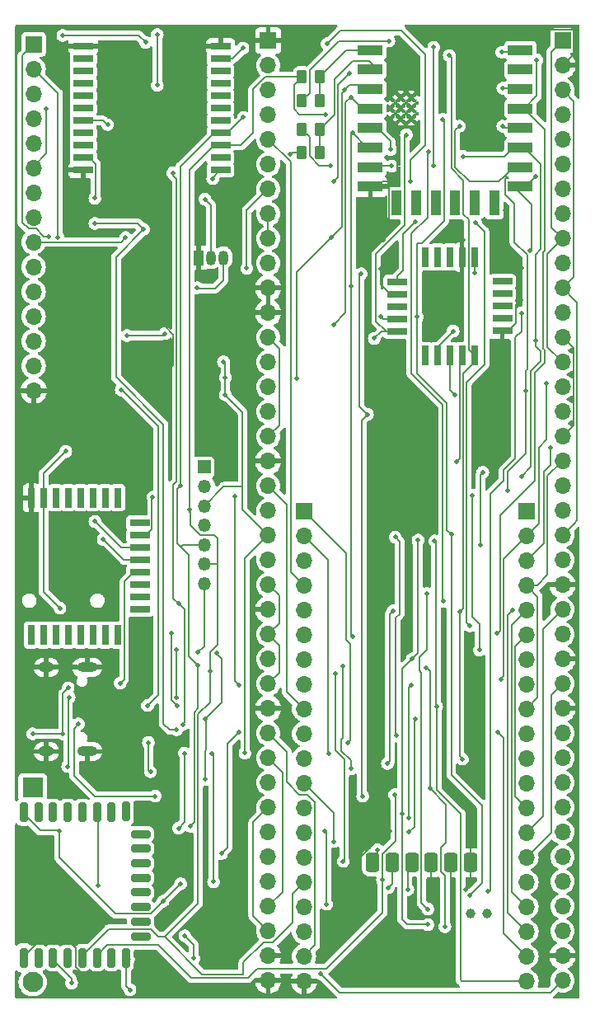
<source format=gbl>
G04 #@! TF.GenerationSoftware,KiCad,Pcbnew,7.0.7*
G04 #@! TF.CreationDate,2024-01-09T19:06:28-05:00*
G04 #@! TF.ProjectId,sensor_node,73656e73-6f72-45f6-9e6f-64652e6b6963,rev?*
G04 #@! TF.SameCoordinates,Original*
G04 #@! TF.FileFunction,Copper,L2,Bot*
G04 #@! TF.FilePolarity,Positive*
%FSLAX46Y46*%
G04 Gerber Fmt 4.6, Leading zero omitted, Abs format (unit mm)*
G04 Created by KiCad (PCBNEW 7.0.7) date 2024-01-09 19:06:28*
%MOMM*%
%LPD*%
G01*
G04 APERTURE LIST*
G04 Aperture macros list*
%AMRoundRect*
0 Rectangle with rounded corners*
0 $1 Rounding radius*
0 $2 $3 $4 $5 $6 $7 $8 $9 X,Y pos of 4 corners*
0 Add a 4 corners polygon primitive as box body*
4,1,4,$2,$3,$4,$5,$6,$7,$8,$9,$2,$3,0*
0 Add four circle primitives for the rounded corners*
1,1,$1+$1,$2,$3*
1,1,$1+$1,$4,$5*
1,1,$1+$1,$6,$7*
1,1,$1+$1,$8,$9*
0 Add four rect primitives between the rounded corners*
20,1,$1+$1,$2,$3,$4,$5,0*
20,1,$1+$1,$4,$5,$6,$7,0*
20,1,$1+$1,$6,$7,$8,$9,0*
20,1,$1+$1,$8,$9,$2,$3,0*%
G04 Aperture macros list end*
G04 #@! TA.AperFunction,ComponentPad*
%ADD10R,1.350000X1.350000*%
G04 #@! TD*
G04 #@! TA.AperFunction,ComponentPad*
%ADD11O,1.350000X1.350000*%
G04 #@! TD*
G04 #@! TA.AperFunction,SMDPad,CuDef*
%ADD12RoundRect,0.350000X-0.350000X0.650000X-0.350000X-0.650000X0.350000X-0.650000X0.350000X0.650000X0*%
G04 #@! TD*
G04 #@! TA.AperFunction,SMDPad,CuDef*
%ADD13RoundRect,0.250000X0.262500X0.450000X-0.262500X0.450000X-0.262500X-0.450000X0.262500X-0.450000X0*%
G04 #@! TD*
G04 #@! TA.AperFunction,ComponentPad*
%ADD14C,0.400000*%
G04 #@! TD*
G04 #@! TA.AperFunction,SMDPad,CuDef*
%ADD15R,2.000000X0.700000*%
G04 #@! TD*
G04 #@! TA.AperFunction,SMDPad,CuDef*
%ADD16R,0.700000X2.000000*%
G04 #@! TD*
G04 #@! TA.AperFunction,ComponentPad*
%ADD17C,1.000000*%
G04 #@! TD*
G04 #@! TA.AperFunction,ComponentPad*
%ADD18O,1.600000X1.000000*%
G04 #@! TD*
G04 #@! TA.AperFunction,ComponentPad*
%ADD19O,2.100000X1.000000*%
G04 #@! TD*
G04 #@! TA.AperFunction,ComponentPad*
%ADD20O,1.050000X1.500000*%
G04 #@! TD*
G04 #@! TA.AperFunction,ComponentPad*
%ADD21R,1.050000X1.500000*%
G04 #@! TD*
G04 #@! TA.AperFunction,ComponentPad*
%ADD22R,1.700000X1.700000*%
G04 #@! TD*
G04 #@! TA.AperFunction,ComponentPad*
%ADD23O,1.700000X1.700000*%
G04 #@! TD*
G04 #@! TA.AperFunction,ComponentPad*
%ADD24R,2.100000X2.100000*%
G04 #@! TD*
G04 #@! TA.AperFunction,ComponentPad*
%ADD25C,2.100000*%
G04 #@! TD*
G04 #@! TA.AperFunction,SMDPad,CuDef*
%ADD26RoundRect,0.200000X0.200000X-0.800000X0.200000X0.800000X-0.200000X0.800000X-0.200000X-0.800000X0*%
G04 #@! TD*
G04 #@! TA.AperFunction,SMDPad,CuDef*
%ADD27RoundRect,0.200000X-0.800000X-0.200000X0.800000X-0.200000X0.800000X0.200000X-0.800000X0.200000X0*%
G04 #@! TD*
G04 #@! TA.AperFunction,SMDPad,CuDef*
%ADD28R,2.500000X1.100000*%
G04 #@! TD*
G04 #@! TA.AperFunction,SMDPad,CuDef*
%ADD29R,1.100000X2.500000*%
G04 #@! TD*
G04 #@! TA.AperFunction,ViaPad*
%ADD30C,0.500000*%
G04 #@! TD*
G04 #@! TA.AperFunction,Conductor*
%ADD31C,0.130000*%
G04 #@! TD*
G04 #@! TA.AperFunction,Conductor*
%ADD32C,0.200000*%
G04 #@! TD*
G04 #@! TA.AperFunction,Conductor*
%ADD33C,0.150000*%
G04 #@! TD*
G04 APERTURE END LIST*
D10*
X164400000Y-87400000D03*
D11*
X164400000Y-89400000D03*
X164400000Y-91400000D03*
X164400000Y-93400000D03*
X164400000Y-95400000D03*
X164400000Y-97400000D03*
X164400000Y-99400000D03*
D12*
X181750000Y-128050000D03*
X183750000Y-128050000D03*
X185750000Y-128050000D03*
X187750000Y-128050000D03*
X189750000Y-128050000D03*
X191750000Y-128050000D03*
D13*
X176300000Y-52700000D03*
X174475000Y-52700000D03*
X176300000Y-49750000D03*
X174475000Y-49750000D03*
X176287500Y-47350000D03*
X174462500Y-47350000D03*
X176287500Y-55100000D03*
X174462500Y-55100000D03*
D14*
X184060000Y-50000000D03*
X184060000Y-51100000D03*
X184610000Y-49450000D03*
X184610000Y-50550000D03*
X184610000Y-51650000D03*
X185160000Y-50000000D03*
X185160000Y-51100000D03*
X185710000Y-49450000D03*
X185710000Y-50550000D03*
X185710000Y-51650000D03*
X186260000Y-50000000D03*
X186260000Y-51100000D03*
D15*
X195050000Y-68350000D03*
X195050000Y-69620000D03*
X195050000Y-70890000D03*
X195050000Y-72160000D03*
X195050000Y-73430000D03*
D16*
X192200000Y-75950000D03*
X190930000Y-75950000D03*
X189660000Y-75950000D03*
X188390000Y-75950000D03*
X187120000Y-75950000D03*
D15*
X184250000Y-73480000D03*
X184250000Y-72210000D03*
X184250000Y-70940000D03*
X184250000Y-69670000D03*
X184250000Y-68400000D03*
D16*
X187120000Y-65850000D03*
X188390000Y-65850000D03*
X189660000Y-65850000D03*
X190930000Y-65850000D03*
X192200000Y-65850000D03*
D17*
X191800000Y-133250000D03*
X193500000Y-133250000D03*
D18*
X148215000Y-107980000D03*
D19*
X152395000Y-107980000D03*
X152395000Y-116620000D03*
D18*
X148215000Y-116620000D03*
D20*
X166400000Y-65912500D03*
X165130000Y-65912500D03*
D21*
X163860000Y-65912500D03*
D16*
X146650000Y-104650000D03*
X147920000Y-104650000D03*
X149190000Y-104650000D03*
X150460000Y-104650000D03*
X151730000Y-104650000D03*
X153000000Y-104650000D03*
X154270000Y-104650000D03*
X155540000Y-104650000D03*
D15*
X157800000Y-102030000D03*
X157800000Y-100760000D03*
X157800000Y-99490000D03*
X157800000Y-98220000D03*
X157800000Y-96950000D03*
X157800000Y-95680000D03*
X157800000Y-94410000D03*
X157800000Y-93140000D03*
D16*
X155540000Y-90550000D03*
X154270000Y-90550000D03*
X153000000Y-90550000D03*
X151730000Y-90550000D03*
X150460000Y-90550000D03*
X149190000Y-90550000D03*
X147920000Y-90550000D03*
X146650000Y-90550000D03*
D22*
X146900000Y-44000000D03*
D23*
X146900000Y-46540000D03*
X146900000Y-49080000D03*
X146900000Y-51620000D03*
X146900000Y-54160000D03*
X146900000Y-56700000D03*
X146900000Y-59240000D03*
X146900000Y-61780000D03*
X146900000Y-64320000D03*
X146900000Y-66860000D03*
X146900000Y-69400000D03*
X146900000Y-71940000D03*
X146900000Y-74480000D03*
X146900000Y-77020000D03*
X146900000Y-79560000D03*
D22*
X171000000Y-43620000D03*
D23*
X171000000Y-46160000D03*
X171000000Y-48700000D03*
X171000000Y-51240000D03*
X171000000Y-53780000D03*
X171000000Y-56320000D03*
X171000000Y-58860000D03*
X171000000Y-61400000D03*
X171000000Y-63940000D03*
X171000000Y-66480000D03*
X171000000Y-69020000D03*
X171000000Y-71560000D03*
X171000000Y-74100000D03*
X171000000Y-76640000D03*
X171000000Y-79180000D03*
X171000000Y-81720000D03*
X171000000Y-84260000D03*
X171000000Y-86800000D03*
X171000000Y-89340000D03*
X171000000Y-91880000D03*
X171000000Y-94420000D03*
X171000000Y-96960000D03*
X171000000Y-99500000D03*
X171000000Y-102040000D03*
X171000000Y-104580000D03*
X171000000Y-107120000D03*
X171000000Y-109660000D03*
X171000000Y-112200000D03*
X171000000Y-114740000D03*
X171000000Y-117280000D03*
X171000000Y-119820000D03*
X171000000Y-122360000D03*
X171000000Y-124900000D03*
X171000000Y-127440000D03*
X171000000Y-129980000D03*
X171000000Y-132520000D03*
X171000000Y-135060000D03*
X171000000Y-137600000D03*
X171000000Y-140140000D03*
D22*
X201230000Y-43620000D03*
D23*
X201230000Y-46160000D03*
X201230000Y-48700000D03*
X201230000Y-51240000D03*
X201230000Y-53780000D03*
X201230000Y-56320000D03*
X201230000Y-58860000D03*
X201230000Y-61400000D03*
X201230000Y-63940000D03*
X201230000Y-66480000D03*
X201230000Y-69020000D03*
X201230000Y-71560000D03*
X201230000Y-74100000D03*
X201230000Y-76640000D03*
X201230000Y-79180000D03*
X201230000Y-81720000D03*
X201230000Y-84260000D03*
X201230000Y-86800000D03*
X201230000Y-89340000D03*
X201230000Y-91880000D03*
X201230000Y-94420000D03*
X201230000Y-96960000D03*
X201230000Y-99500000D03*
X201230000Y-102040000D03*
X201230000Y-104580000D03*
X201230000Y-107120000D03*
X201230000Y-109660000D03*
X201230000Y-112200000D03*
X201230000Y-114740000D03*
X201230000Y-117280000D03*
X201230000Y-119820000D03*
X201230000Y-122360000D03*
X201230000Y-124900000D03*
X201230000Y-127440000D03*
X201230000Y-129980000D03*
X201230000Y-132520000D03*
X201230000Y-135060000D03*
X201230000Y-137600000D03*
X201230000Y-140140000D03*
D24*
X146800000Y-120300000D03*
D25*
X146800000Y-140300000D03*
D26*
X145900000Y-122850000D03*
X147400000Y-122850000D03*
X148900000Y-122850000D03*
X150400000Y-122850000D03*
X151900000Y-122850000D03*
X153400000Y-122850000D03*
X154900000Y-122850000D03*
X156400000Y-122800000D03*
D27*
X157900000Y-125100000D03*
X157900000Y-126600000D03*
X157900000Y-128100000D03*
X157900000Y-129600000D03*
X157900000Y-131100000D03*
X157900000Y-132600000D03*
X157900000Y-134100000D03*
X157950000Y-135600000D03*
D26*
X156400000Y-137800000D03*
X154900000Y-137800000D03*
X153400000Y-137800000D03*
X151900000Y-137800000D03*
X150400000Y-137800000D03*
X148900000Y-137800000D03*
X147400000Y-137800000D03*
X145900000Y-137800000D03*
D28*
X196900000Y-44600000D03*
X196900000Y-46600000D03*
X196900000Y-48600000D03*
X196900000Y-50600000D03*
X196900000Y-52600000D03*
X196900000Y-54600000D03*
X196900000Y-56600000D03*
X196900000Y-58600000D03*
X181500000Y-58600000D03*
X181500000Y-56600000D03*
X181500000Y-54600000D03*
X181500000Y-52600000D03*
X181500000Y-50600000D03*
X181500000Y-48600000D03*
X181500000Y-46600000D03*
X181500000Y-44600000D03*
D29*
X194210000Y-60300000D03*
X192210000Y-60300000D03*
X190210000Y-60300000D03*
X188210000Y-60300000D03*
X186210000Y-60300000D03*
X184210000Y-60300000D03*
D23*
X197536000Y-140200000D03*
X197536000Y-137660000D03*
X197536000Y-135120000D03*
X197536000Y-132580000D03*
X197536000Y-130040000D03*
X197536000Y-127500000D03*
X197536000Y-124960000D03*
X197536000Y-122420000D03*
X197536000Y-119880000D03*
X197536000Y-117340000D03*
X197536000Y-114800000D03*
X197536000Y-112260000D03*
X197536000Y-109720000D03*
X197536000Y-107180000D03*
X197536000Y-104640000D03*
X197536000Y-102100000D03*
X197536000Y-99560000D03*
X197536000Y-97020000D03*
X197536000Y-94480000D03*
D22*
X197536000Y-91940000D03*
D23*
X174676000Y-140200000D03*
X174676000Y-137660000D03*
X174676000Y-135120000D03*
X174676000Y-132580000D03*
X174676000Y-130040000D03*
X174676000Y-127500000D03*
X174676000Y-124960000D03*
X174676000Y-122420000D03*
X174676000Y-119880000D03*
X174676000Y-117340000D03*
X174676000Y-114800000D03*
X174676000Y-112260000D03*
X174676000Y-109720000D03*
X174676000Y-107180000D03*
X174676000Y-104640000D03*
X174676000Y-102100000D03*
X174676000Y-99560000D03*
X174676000Y-97020000D03*
X174676000Y-94480000D03*
D22*
X174676000Y-91940000D03*
D15*
X152000000Y-44212500D03*
X152000000Y-45482500D03*
X152000000Y-46752500D03*
X152000000Y-48022500D03*
X152000000Y-49292500D03*
X152000000Y-50562500D03*
X152000000Y-51832500D03*
X152000000Y-53102500D03*
X152000000Y-54372500D03*
X152000000Y-55642500D03*
X152000000Y-56912500D03*
X166100000Y-56912500D03*
X166100000Y-55642500D03*
X166100000Y-54372500D03*
X166100000Y-53102500D03*
X166100000Y-51832500D03*
X166100000Y-50562500D03*
X166100000Y-49292500D03*
X166100000Y-48022500D03*
X166100000Y-46752500D03*
X166100000Y-45482500D03*
X166100000Y-44212500D03*
D30*
X191000000Y-122200000D03*
X163800000Y-106400000D03*
X191299500Y-130800000D03*
X189950000Y-130750000D03*
X185350000Y-130800500D03*
X183350000Y-130600000D03*
X182200000Y-126700000D03*
X168612500Y-116787500D03*
X196800000Y-43249500D03*
X168450000Y-51500000D03*
X173273556Y-55276444D03*
X187950000Y-56500000D03*
X188000000Y-44300000D03*
X177400000Y-56450000D03*
X176900000Y-51200000D03*
X183400000Y-43650000D03*
X195500000Y-82300000D03*
X196950000Y-70300000D03*
X158250000Y-90750000D03*
X156150000Y-87850000D03*
X182600000Y-67050000D03*
X195350000Y-61050000D03*
X198450500Y-57600000D03*
X197050000Y-66950000D03*
X194800000Y-66900000D03*
X186136444Y-62236444D03*
X181900000Y-74200000D03*
X185200000Y-53300000D03*
X156350000Y-63836396D03*
X151600000Y-75400000D03*
X151600000Y-71550000D03*
X191050000Y-64050000D03*
X192200000Y-67500000D03*
X186320000Y-72000000D03*
X182600000Y-72000000D03*
X189600000Y-45150000D03*
X198450000Y-74400000D03*
X190000000Y-73449500D03*
X197450500Y-79600000D03*
X190190500Y-80000000D03*
X166600000Y-78200000D03*
X173900000Y-78350000D03*
X190350000Y-86850000D03*
X190950000Y-117400000D03*
X190650500Y-102300500D03*
X177050000Y-43950000D03*
X185650000Y-58100000D03*
X183600000Y-54800000D03*
X185400000Y-87150000D03*
X185500000Y-89850000D03*
X183800000Y-102200000D03*
X177700000Y-58100000D03*
X179700000Y-104800000D03*
X159150500Y-90500000D03*
X161600000Y-114399500D03*
X160200000Y-72850000D03*
X160500000Y-77700000D03*
X157813000Y-77500000D03*
X162436320Y-135558352D03*
X163350000Y-137850000D03*
X153200000Y-93000000D03*
X154050000Y-94850000D03*
X150449500Y-110100000D03*
X164850000Y-74900000D03*
X164750000Y-76750000D03*
X192300000Y-62300000D03*
X182850000Y-64050000D03*
X183450000Y-58050000D03*
X153700000Y-119350000D03*
X183250000Y-117850000D03*
X181600000Y-121450000D03*
X148450000Y-63750000D03*
X154500000Y-52250000D03*
X158900000Y-118700000D03*
X158700000Y-115700000D03*
X159600000Y-48200000D03*
X157300000Y-57200000D03*
X156400000Y-59300000D03*
X148200000Y-50600000D03*
X151800000Y-58939500D03*
X155800000Y-109600000D03*
X150550000Y-111050000D03*
X150400000Y-118150000D03*
X192500000Y-115750000D03*
X192500000Y-120700000D03*
X183500500Y-124800000D03*
X181100000Y-133100000D03*
X180000000Y-127950000D03*
X153500000Y-130400000D03*
X188200000Y-130450000D03*
X188900000Y-137100000D03*
X178700000Y-127900000D03*
X160400000Y-73700000D03*
X156500000Y-73900000D03*
X163700000Y-69000000D03*
X168800000Y-67000000D03*
X165300000Y-57800000D03*
X161200000Y-57200000D03*
X164500000Y-59900000D03*
X149400000Y-63800000D03*
X158200000Y-63000000D03*
X153200000Y-62400000D03*
X153200000Y-59800000D03*
X149900000Y-43100000D03*
X158400000Y-43800000D03*
X159600000Y-43000000D03*
X168400000Y-44400000D03*
X167600000Y-90400000D03*
X166400000Y-76600000D03*
X166600000Y-80000000D03*
X155900000Y-79500000D03*
X150200000Y-85800000D03*
X162000000Y-89300000D03*
X162900000Y-91800000D03*
X149600000Y-101900000D03*
X161800000Y-101450000D03*
X161050000Y-104450000D03*
X161600000Y-106200000D03*
X165700000Y-106500000D03*
X163800000Y-107800000D03*
X165000000Y-108400000D03*
X168000000Y-109800000D03*
X158600000Y-111900000D03*
X161600000Y-111100000D03*
X161650500Y-111950000D03*
X162200000Y-113850000D03*
X164500000Y-113300000D03*
X168000000Y-114600000D03*
X165200000Y-116800000D03*
X164500000Y-119500000D03*
X162400000Y-116800000D03*
X151500000Y-113800000D03*
X149899500Y-114800000D03*
X146800000Y-114800000D03*
X149500000Y-124800000D03*
X159400000Y-121200000D03*
X161800000Y-124500000D03*
X163000000Y-124300000D03*
X166200000Y-127100000D03*
X162000000Y-130200000D03*
X160200250Y-132000250D03*
X165390871Y-129998534D03*
X150800000Y-140400000D03*
X156800000Y-141100000D03*
X160600000Y-139200000D03*
X198600000Y-45600000D03*
X195000000Y-44800000D03*
X188950000Y-51700000D03*
X190650000Y-52400000D03*
X195100000Y-52400000D03*
X195100000Y-48500000D03*
X187450000Y-55000000D03*
X179700000Y-53100000D03*
X179500000Y-49400000D03*
X178850000Y-48700000D03*
X179346399Y-46953601D03*
X191000000Y-55500000D03*
X183700000Y-56500000D03*
X179500000Y-68800000D03*
X177500000Y-63800000D03*
X180550000Y-67550000D03*
X197900500Y-65150000D03*
X197000000Y-71600000D03*
X177700000Y-72800000D03*
X181200000Y-82000000D03*
X199600000Y-78800000D03*
X200000000Y-85400000D03*
X193050000Y-87950000D03*
X197000000Y-88400000D03*
X195600000Y-89800000D03*
X192000000Y-90300000D03*
X189800000Y-94350000D03*
X192800000Y-95400000D03*
X188100000Y-95000000D03*
X186400000Y-94900000D03*
X184050000Y-94600000D03*
X187300000Y-100400000D03*
X189000000Y-101200000D03*
X191700000Y-103700000D03*
X196100000Y-102100000D03*
X192700000Y-106200000D03*
X194500000Y-104500000D03*
X194900000Y-109200000D03*
X187200000Y-108000000D03*
X185800000Y-107100000D03*
X178700000Y-107900000D03*
X177900000Y-108600000D03*
X185700000Y-109800000D03*
X194600000Y-114600000D03*
X188300000Y-112000000D03*
X186100000Y-113300000D03*
X184200000Y-115000000D03*
X179200000Y-115700000D03*
X177200000Y-116800000D03*
X179500000Y-118400000D03*
X180700000Y-121200000D03*
X184000000Y-121050000D03*
X187600000Y-120400000D03*
X185400000Y-123400000D03*
X184750000Y-123000000D03*
X176800000Y-124800000D03*
X177737500Y-125855000D03*
X182750000Y-129814500D03*
X177000000Y-132300000D03*
X176400000Y-139449500D03*
X193600000Y-131000000D03*
X191700000Y-131400000D03*
X185463807Y-124863807D03*
X187400000Y-132800000D03*
X189150500Y-134600000D03*
X187400000Y-134400000D03*
D31*
X180400000Y-132400000D02*
X181100000Y-133100000D01*
X180000000Y-127950000D02*
X180400000Y-128350000D01*
X183130259Y-124800000D02*
X183500500Y-124800000D01*
X180000000Y-127950000D02*
X180000000Y-127930259D01*
X180000000Y-127930259D02*
X183130259Y-124800000D01*
X180400000Y-128350000D02*
X180400000Y-132400000D01*
X191750000Y-122950000D02*
X191000000Y-122200000D01*
X191750000Y-128050000D02*
X191750000Y-122950000D01*
D32*
X189800000Y-119000000D02*
X189800000Y-94350000D01*
X192950000Y-122150000D02*
X189800000Y-119000000D01*
X192950000Y-130150000D02*
X192950000Y-122150000D01*
X191700000Y-131400000D02*
X192950000Y-130150000D01*
X186000000Y-113455000D02*
X186100000Y-113355000D01*
X185463807Y-124863807D02*
X186000000Y-124327614D01*
X186000000Y-124327614D02*
X186000000Y-113455000D01*
X185400000Y-110055000D02*
X185700000Y-109755000D01*
X185400000Y-123400000D02*
X185400000Y-110055000D01*
D31*
X164400000Y-105800000D02*
X164400000Y-99400000D01*
X163800000Y-106400000D02*
X164400000Y-105800000D01*
D32*
X165800000Y-94700000D02*
X165800000Y-97400000D01*
X163996141Y-94375000D02*
X165475000Y-94375000D01*
X165475000Y-94375000D02*
X165800000Y-94700000D01*
X163000000Y-93378859D02*
X163996141Y-94375000D01*
X163000000Y-91900000D02*
X163000000Y-93378859D01*
X162900000Y-91800000D02*
X163000000Y-91900000D01*
D31*
X166400000Y-89400000D02*
X168375000Y-89400000D01*
X164400000Y-91400000D02*
X166400000Y-89400000D01*
D33*
X168375000Y-89400000D02*
X168375000Y-81775000D01*
X168375000Y-91795000D02*
X168375000Y-89400000D01*
D32*
X167600000Y-109400000D02*
X167600000Y-90400000D01*
X168000000Y-109800000D02*
X167600000Y-109400000D01*
D31*
X164400000Y-97400000D02*
X165800000Y-97400000D01*
D32*
X165800000Y-97400000D02*
X165800000Y-105622182D01*
X163800000Y-132222182D02*
X160372182Y-135650000D01*
X163800000Y-112800000D02*
X163800000Y-132222182D01*
X165000000Y-111600000D02*
X163800000Y-112800000D01*
X165000000Y-106422182D02*
X165000000Y-111600000D01*
X165800000Y-105622182D02*
X165000000Y-106422182D01*
D31*
X162200000Y-95400000D02*
X162000000Y-95600000D01*
X164400000Y-95400000D02*
X162200000Y-95400000D01*
D32*
X162800000Y-96400000D02*
X162000000Y-95600000D01*
X162000000Y-95600000D02*
X161650000Y-95250000D01*
X161650000Y-95250000D02*
X161650000Y-89650000D01*
X162800000Y-106832233D02*
X162800000Y-96400000D01*
X161650000Y-89650000D02*
X162000000Y-89300000D01*
X163767767Y-107800000D02*
X162800000Y-106832233D01*
X163800000Y-107800000D02*
X163767767Y-107800000D01*
X161200000Y-57443504D02*
X161200000Y-57200000D01*
X161600000Y-88922182D02*
X161600000Y-57843504D01*
X161250000Y-100900000D02*
X161250000Y-89272182D01*
X161800000Y-101450000D02*
X161250000Y-100900000D01*
X162400000Y-102050000D02*
X162400000Y-113650000D01*
X161250000Y-89272182D02*
X161600000Y-88922182D01*
X161800000Y-101450000D02*
X162400000Y-102050000D01*
X162400000Y-113650000D02*
X162200000Y-113850000D01*
X161600000Y-57843504D02*
X161200000Y-57443504D01*
X155350000Y-65850000D02*
X158200000Y-63000000D01*
X155350000Y-78172182D02*
X155350000Y-65850000D01*
X160250000Y-83072182D02*
X155350000Y-78172182D01*
X160899500Y-114399500D02*
X160250000Y-113750000D01*
X161600000Y-114399500D02*
X160899500Y-114399500D01*
X160250000Y-113750000D02*
X160250000Y-83072182D01*
X161700000Y-111200000D02*
X161600000Y-111100000D01*
X161600000Y-111100000D02*
X161600000Y-106200000D01*
X161050000Y-111349500D02*
X161050000Y-104450000D01*
X161650500Y-111950000D02*
X161050000Y-111349500D01*
D31*
X191750000Y-130349500D02*
X191299500Y-130800000D01*
X191750000Y-128050000D02*
X191750000Y-130349500D01*
X189750000Y-130550000D02*
X189950000Y-130750000D01*
X189750000Y-128050000D02*
X189750000Y-130550000D01*
X187750000Y-130500000D02*
X188200000Y-130950000D01*
X187750000Y-128050000D02*
X187750000Y-130500000D01*
D33*
X188200000Y-130950000D02*
X188200000Y-130450500D01*
X188200000Y-136399500D02*
X188200000Y-130950000D01*
D31*
X185350000Y-128450000D02*
X185350000Y-130800500D01*
X185750000Y-128050000D02*
X185350000Y-128450000D01*
X183750000Y-130200000D02*
X183350000Y-130600000D01*
X183750000Y-128050000D02*
X183750000Y-130200000D01*
D32*
X153400000Y-137592893D02*
X153400000Y-137800000D01*
X154492893Y-136500000D02*
X153400000Y-137592893D01*
X159722182Y-136500000D02*
X154492893Y-136500000D01*
X163122182Y-139900000D02*
X159722182Y-136500000D01*
X169900000Y-138900000D02*
X168900000Y-139900000D01*
X177000000Y-138900000D02*
X169900000Y-138900000D01*
X182750000Y-133150000D02*
X177000000Y-138900000D01*
X184050000Y-121100000D02*
X184000000Y-121050000D01*
X184050000Y-125830761D02*
X184050000Y-121100000D01*
X168900000Y-139900000D02*
X163122182Y-139900000D01*
X182750000Y-127130761D02*
X184050000Y-125830761D01*
X182750000Y-129814500D02*
X182750000Y-127130761D01*
X182750000Y-129814500D02*
X182750000Y-133150000D01*
D31*
X182200000Y-127600000D02*
X181750000Y-128050000D01*
X182200000Y-126700000D02*
X182200000Y-127600000D01*
X181600000Y-122899500D02*
X181600000Y-121450000D01*
X183500500Y-124800000D02*
X181600000Y-122899500D01*
D33*
X168612500Y-96807500D02*
X168612500Y-116787500D01*
X171000000Y-94420000D02*
X168612500Y-96807500D01*
D32*
X190900000Y-140200000D02*
X197536000Y-140200000D01*
X190750000Y-140050000D02*
X190900000Y-140200000D01*
X190750000Y-122984314D02*
X190750000Y-140050000D01*
X188299500Y-112000000D02*
X188299500Y-120533814D01*
X188299500Y-120533814D02*
X190750000Y-122984314D01*
X188100000Y-95000000D02*
X188200000Y-95100000D01*
X188200000Y-95100000D02*
X188200000Y-111900500D01*
X188200000Y-111900500D02*
X188299500Y-112000000D01*
D33*
X188900000Y-137099500D02*
X188200000Y-136399500D01*
D32*
X189257769Y-122057769D02*
X187600000Y-120400000D01*
X189257769Y-125987920D02*
X189257769Y-122057769D01*
X188891730Y-126353959D02*
X189257769Y-125987920D01*
X189150500Y-129369739D02*
X189150500Y-134600000D01*
X188750000Y-126495689D02*
X188750000Y-128969239D01*
X188750000Y-128969239D02*
X189150500Y-129369739D01*
X188891730Y-126353959D02*
X188750000Y-126495689D01*
X186750000Y-108494950D02*
X186500000Y-108244950D01*
X186500000Y-106965686D02*
X187312500Y-106153186D01*
X186750000Y-132150000D02*
X186750000Y-108494950D01*
X186500000Y-108244950D02*
X186500000Y-106965686D01*
X187400000Y-132800000D02*
X186750000Y-132150000D01*
X187312500Y-106153186D02*
X187312500Y-100400000D01*
X184750000Y-133850000D02*
X184750000Y-108150000D01*
X184750000Y-108150000D02*
X185800000Y-107100000D01*
X185300000Y-134400000D02*
X184750000Y-133850000D01*
X187400000Y-134400000D02*
X185300000Y-134400000D01*
X177700000Y-125817500D02*
X177700000Y-122904000D01*
X177700000Y-122904000D02*
X174676000Y-119880000D01*
X177737500Y-125855000D02*
X177700000Y-125817500D01*
D31*
X197544500Y-42505000D02*
X196800000Y-43249500D01*
X202345000Y-42505000D02*
X197544500Y-42505000D01*
X202345000Y-45045000D02*
X202345000Y-42505000D01*
X201230000Y-46160000D02*
X202345000Y-45045000D01*
X183120000Y-73480000D02*
X184250000Y-73480000D01*
X182085000Y-65565000D02*
X182085000Y-72445000D01*
X185050000Y-62600000D02*
X182085000Y-65565000D01*
X185200000Y-53300000D02*
X185050000Y-53450000D01*
X185050000Y-53450000D02*
X185050000Y-62600000D01*
X182085000Y-72445000D02*
X183120000Y-73480000D01*
X184235000Y-52025000D02*
X184610000Y-51650000D01*
X184235000Y-57265000D02*
X184235000Y-52025000D01*
X183450000Y-58050000D02*
X184235000Y-57265000D01*
D32*
X169450000Y-48623654D02*
X169450000Y-53100000D01*
X168177500Y-54372500D02*
X166100000Y-54372500D01*
X170723654Y-47350000D02*
X169450000Y-48623654D01*
X169450000Y-53100000D02*
X168177500Y-54372500D01*
X174462500Y-47350000D02*
X170723654Y-47350000D01*
D31*
X166847500Y-53102500D02*
X166100000Y-53102500D01*
X168450000Y-51500000D02*
X166847500Y-53102500D01*
X174462500Y-55100000D02*
X173450000Y-55100000D01*
X173450000Y-55100000D02*
X173273556Y-55276444D01*
D32*
X162000000Y-56552500D02*
X162000000Y-89300000D01*
X165450000Y-53102500D02*
X162000000Y-56552500D01*
X166100000Y-53102500D02*
X165450000Y-53102500D01*
D31*
X188000000Y-56450000D02*
X187950000Y-56500000D01*
X188000000Y-44300000D02*
X188000000Y-56450000D01*
D32*
X186320000Y-64412500D02*
X186320000Y-72000000D01*
X189100000Y-62100000D02*
X186787500Y-64412500D01*
X186787500Y-64412500D02*
X186320000Y-64412500D01*
X189100000Y-51850000D02*
X189100000Y-62100000D01*
X188950000Y-51700000D02*
X189100000Y-51850000D01*
X188950000Y-101150000D02*
X189000000Y-101200000D01*
X188950000Y-81050000D02*
X188950000Y-101150000D01*
X185700000Y-63450000D02*
X185700000Y-77800000D01*
X185700000Y-77800000D02*
X188950000Y-81050000D01*
X187350000Y-55100000D02*
X187350000Y-61800000D01*
X187450000Y-55000000D02*
X187350000Y-55100000D01*
X187350000Y-61800000D02*
X185700000Y-63450000D01*
D31*
X176196680Y-56450000D02*
X177400000Y-56450000D01*
X175240000Y-55493320D02*
X176196680Y-56450000D01*
X175240000Y-53465000D02*
X175240000Y-55493320D01*
X174475000Y-52700000D02*
X175240000Y-53465000D01*
D32*
X173662500Y-50662500D02*
X174200000Y-51200000D01*
X174200000Y-51200000D02*
X176900000Y-51200000D01*
X173662500Y-48150000D02*
X173662500Y-50662500D01*
X174462500Y-47350000D02*
X173662500Y-48150000D01*
D31*
X175250000Y-48975000D02*
X174475000Y-49750000D01*
X175250000Y-46676680D02*
X175250000Y-48975000D01*
X178276680Y-43650000D02*
X175250000Y-46676680D01*
X183400000Y-43650000D02*
X178276680Y-43650000D01*
X179650000Y-45750000D02*
X181350000Y-45750000D01*
X177785000Y-51215000D02*
X177785000Y-47615000D01*
X176300000Y-52700000D02*
X177785000Y-51215000D01*
X177785000Y-47615000D02*
X179650000Y-45750000D01*
X181350000Y-45750000D02*
X182200000Y-46600000D01*
X179037500Y-44600000D02*
X182200000Y-44600000D01*
X176287500Y-47350000D02*
X179037500Y-44600000D01*
D32*
X184700000Y-42600000D02*
X178400000Y-42600000D01*
X187150000Y-45050000D02*
X184700000Y-42600000D01*
X178400000Y-42600000D02*
X177050000Y-43950000D01*
X187150000Y-54334314D02*
X187150000Y-45050000D01*
X185650000Y-58100000D02*
X185650000Y-55834314D01*
X185650000Y-55834314D02*
X187150000Y-54334314D01*
X178150000Y-48150000D02*
X178150000Y-57650000D01*
X179346399Y-46953601D02*
X178150000Y-48150000D01*
X178150000Y-57650000D02*
X177700000Y-58100000D01*
X178550000Y-49000000D02*
X178850000Y-48700000D01*
X178550000Y-62750000D02*
X178550000Y-49000000D01*
X177500000Y-63800000D02*
X178550000Y-62750000D01*
X181800000Y-48200000D02*
X182200000Y-48600000D01*
X178850000Y-48700000D02*
X179350000Y-48200000D01*
X179350000Y-48200000D02*
X181800000Y-48200000D01*
X178950000Y-71550000D02*
X177700000Y-72800000D01*
X179500000Y-49400000D02*
X178950000Y-49950000D01*
X178950000Y-49950000D02*
X178950000Y-71550000D01*
D31*
X176300000Y-47362500D02*
X176287500Y-47350000D01*
X176300000Y-49750000D02*
X176300000Y-47362500D01*
X176300000Y-55087500D02*
X176287500Y-55100000D01*
X176300000Y-52700000D02*
X176300000Y-55087500D01*
X196485000Y-70765000D02*
X196950000Y-70300000D01*
X196485000Y-72645000D02*
X196485000Y-70765000D01*
X195700000Y-73430000D02*
X196485000Y-72645000D01*
X195050000Y-73430000D02*
X195700000Y-73430000D01*
X158250000Y-89950000D02*
X156150000Y-87850000D01*
X158250000Y-90750000D02*
X158250000Y-89950000D01*
X158450000Y-94410000D02*
X157800000Y-94410000D01*
X159065000Y-93795000D02*
X158450000Y-94410000D01*
X159150500Y-90500000D02*
X159065000Y-90585500D01*
X159065000Y-90585500D02*
X159065000Y-93795000D01*
D32*
X197300000Y-54600000D02*
X196200000Y-54600000D01*
X199000000Y-56300000D02*
X197300000Y-54600000D01*
X198450000Y-65588629D02*
X199000000Y-65038629D01*
X199000000Y-65038629D02*
X199000000Y-56300000D01*
X198450000Y-74991371D02*
X198450000Y-65588629D01*
X199000000Y-76534314D02*
X199000000Y-75541371D01*
X199000000Y-75541371D02*
X198450000Y-74991371D01*
X198000000Y-87400000D02*
X198000000Y-77534314D01*
X198000000Y-77534314D02*
X199000000Y-76534314D01*
X197000000Y-88400000D02*
X198000000Y-87400000D01*
X198450500Y-57600000D02*
X197450500Y-58600000D01*
X197450500Y-58600000D02*
X196200000Y-58600000D01*
D31*
X183600000Y-69670000D02*
X182600000Y-68670000D01*
X182600000Y-68670000D02*
X182600000Y-67050000D01*
X184250000Y-69670000D02*
X183600000Y-69670000D01*
X195350000Y-66350000D02*
X194800000Y-66900000D01*
X195350000Y-61050000D02*
X195350000Y-66350000D01*
D32*
X195650000Y-57750000D02*
X195350000Y-57450000D01*
X195350000Y-57750000D02*
X195650000Y-57750000D01*
X195350000Y-59450000D02*
X195350000Y-57750000D01*
X196300000Y-60400000D02*
X195350000Y-59450000D01*
X196300000Y-64327318D02*
X196300000Y-60400000D01*
X197600000Y-65627318D02*
X196300000Y-64327318D01*
X197500000Y-86000000D02*
X197500000Y-77468628D01*
X195600000Y-89800000D02*
X195600000Y-87900000D01*
X195600000Y-87900000D02*
X197500000Y-86000000D01*
X197500000Y-77468628D02*
X197600000Y-77368628D01*
X197600000Y-77368628D02*
X197600000Y-65627318D01*
D31*
X184850000Y-63522888D02*
X184850000Y-67250000D01*
X186136444Y-62236444D02*
X184850000Y-63522888D01*
D32*
X199400000Y-52700000D02*
X197300000Y-50600000D01*
X199400000Y-65204315D02*
X199400000Y-52700000D01*
X199250000Y-65354315D02*
X199400000Y-65204315D01*
X199400000Y-75375686D02*
X199250000Y-75225685D01*
X198400000Y-77700000D02*
X199400000Y-76700000D01*
X199250000Y-75225685D02*
X199250000Y-65354315D01*
X198400000Y-88776000D02*
X198400000Y-77700000D01*
X194800000Y-92376000D02*
X198400000Y-88776000D01*
X194500500Y-104492551D02*
X194800000Y-104193051D01*
X194800000Y-104193051D02*
X194800000Y-92376000D01*
X199400000Y-76700000D02*
X199400000Y-75375686D01*
D31*
X197050000Y-66950000D02*
X197000000Y-66900000D01*
X197000000Y-66900000D02*
X194800000Y-66900000D01*
X192200000Y-65850000D02*
X192200000Y-67500000D01*
X184250000Y-67850000D02*
X184850000Y-67250000D01*
X184250000Y-68400000D02*
X184250000Y-67850000D01*
X182620000Y-73480000D02*
X181900000Y-74200000D01*
X184250000Y-73480000D02*
X182620000Y-73480000D01*
X183395000Y-63505000D02*
X183395000Y-58105000D01*
X182850000Y-64050000D02*
X183395000Y-63505000D01*
X183395000Y-58105000D02*
X183450000Y-58050000D01*
X155866396Y-64320000D02*
X156350000Y-63836396D01*
X146900000Y-64320000D02*
X155866396Y-64320000D01*
D32*
X146380000Y-62930000D02*
X145750000Y-62300000D01*
X147956346Y-63750000D02*
X147136346Y-62930000D01*
X148450000Y-63750000D02*
X147956346Y-63750000D01*
X145750000Y-62300000D02*
X145750000Y-45150000D01*
X145750000Y-45150000D02*
X146900000Y-44000000D01*
X147136346Y-62930000D02*
X146380000Y-62930000D01*
D33*
X151600000Y-71550000D02*
X151600000Y-75400000D01*
D31*
X191050000Y-64050000D02*
X190930000Y-64170000D01*
X190930000Y-64170000D02*
X190930000Y-65850000D01*
D32*
X186320000Y-72000000D02*
X186320000Y-77820000D01*
D31*
X182810000Y-72210000D02*
X182600000Y-72000000D01*
X184250000Y-72210000D02*
X182810000Y-72210000D01*
D32*
X199650000Y-75060000D02*
X201230000Y-76640000D01*
X201230000Y-63940000D02*
X199650000Y-65520000D01*
X199650000Y-65520000D02*
X199650000Y-75060000D01*
D31*
X189835000Y-56751188D02*
X189835000Y-45385000D01*
X189835000Y-45385000D02*
X189600000Y-45150000D01*
X191041906Y-61461906D02*
X191041906Y-57958094D01*
X191585000Y-62005000D02*
X191041906Y-61461906D01*
X191041906Y-57958094D02*
X189835000Y-56751188D01*
X191585000Y-75335000D02*
X191585000Y-62005000D01*
X192200000Y-75950000D02*
X191585000Y-75335000D01*
D32*
X194700000Y-58100000D02*
X195350000Y-57450000D01*
X191700000Y-58100000D02*
X194700000Y-58100000D01*
X190200000Y-52850000D02*
X190200000Y-56600000D01*
X190650000Y-52400000D02*
X190200000Y-52850000D01*
X190200000Y-56600000D02*
X191700000Y-58100000D01*
X191400000Y-78700000D02*
X191400000Y-103394122D01*
X191400000Y-103394122D02*
X191705378Y-103699500D01*
X193200000Y-76900000D02*
X191400000Y-78700000D01*
X193200000Y-63200000D02*
X193200000Y-76900000D01*
X192300000Y-62300000D02*
X193200000Y-63200000D01*
D31*
X190000000Y-73449500D02*
X188390000Y-75059500D01*
X188390000Y-75059500D02*
X188390000Y-75950000D01*
D32*
X193800500Y-130900000D02*
X193600500Y-131100000D01*
X193800500Y-104110050D02*
X193800500Y-130900000D01*
X195200000Y-88800000D02*
X193800000Y-90200000D01*
X196400000Y-86534314D02*
X195200000Y-87734314D01*
X196400000Y-74100000D02*
X196400000Y-86534314D01*
X193800000Y-104109550D02*
X193800500Y-104110050D01*
X197000000Y-73500000D02*
X196400000Y-74100000D01*
X197000000Y-71600000D02*
X197000000Y-73500000D01*
X195200000Y-87734314D02*
X195200000Y-88800000D01*
X193800000Y-90200000D02*
X193800000Y-104109550D01*
X189350000Y-93900000D02*
X189800000Y-94350000D01*
X189350000Y-80850000D02*
X189350000Y-93900000D01*
X186320000Y-77820000D02*
X189350000Y-80850000D01*
D31*
X190190500Y-80000000D02*
X189660000Y-79469500D01*
X189660000Y-79469500D02*
X189660000Y-75950000D01*
X190930000Y-76600000D02*
X190705000Y-76825000D01*
X190705000Y-76825000D02*
X190705000Y-86495000D01*
X190930000Y-75950000D02*
X190930000Y-76600000D01*
X190705000Y-86495000D02*
X190350000Y-86850000D01*
D32*
X166600000Y-78200000D02*
X166600000Y-80000000D01*
X173900000Y-67400000D02*
X173900000Y-78350000D01*
X166600000Y-76800000D02*
X166600000Y-78200000D01*
X177500000Y-63800000D02*
X173900000Y-67400000D01*
D31*
X191035000Y-77765000D02*
X191035000Y-101916000D01*
X191035000Y-101916000D02*
X190650500Y-102300500D01*
X192200000Y-75950000D02*
X192200000Y-76600000D01*
X192200000Y-76600000D02*
X191035000Y-77765000D01*
X190650500Y-117100500D02*
X190950000Y-117400000D01*
X190650500Y-102300500D02*
X190650500Y-117100500D01*
D32*
X192800000Y-88200000D02*
X192800000Y-95400000D01*
X193050000Y-87950000D02*
X192800000Y-88200000D01*
X183550000Y-53950000D02*
X183550000Y-54750000D01*
X183550000Y-54750000D02*
X183600000Y-54800000D01*
X182200000Y-52600000D02*
X183550000Y-53950000D01*
D31*
X185500000Y-87250000D02*
X185400000Y-87150000D01*
X185500000Y-89850000D02*
X185500000Y-87250000D01*
D32*
X180350000Y-81150000D02*
X181200000Y-82000000D01*
X180350000Y-67750000D02*
X180350000Y-81150000D01*
X180550000Y-67550000D02*
X180350000Y-67750000D01*
X198050000Y-60450000D02*
X196200000Y-58600000D01*
X198050000Y-65000500D02*
X198050000Y-60450000D01*
X197900500Y-65150000D02*
X198050000Y-65000500D01*
D31*
X192100000Y-116150000D02*
X192100000Y-120300000D01*
X192100000Y-120300000D02*
X192500000Y-120700000D01*
X192500000Y-115750000D02*
X192100000Y-116150000D01*
D32*
X164500000Y-113300000D02*
X164537257Y-113300000D01*
X164537257Y-113300000D02*
X164600000Y-113362743D01*
X164600000Y-113362743D02*
X164600000Y-116448050D01*
X164500000Y-116548050D02*
X164500000Y-119500000D01*
X164600000Y-116448050D02*
X164500000Y-116548050D01*
X195350000Y-57450000D02*
X196200000Y-56600000D01*
D31*
X202345000Y-75215000D02*
X201230000Y-74100000D01*
X202345000Y-83145000D02*
X202345000Y-75215000D01*
X201230000Y-84260000D02*
X202345000Y-83145000D01*
X160278320Y-72850000D02*
X160200000Y-72850000D01*
X161235000Y-73806680D02*
X160278320Y-72850000D01*
X161235000Y-76965000D02*
X161235000Y-73806680D01*
X160500000Y-77700000D02*
X161235000Y-76965000D01*
X160300000Y-77500000D02*
X160500000Y-77700000D01*
X157813000Y-77500000D02*
X160300000Y-77500000D01*
D32*
X184100000Y-102890450D02*
X184100000Y-114900000D01*
X184500500Y-95050500D02*
X184500500Y-102489950D01*
X184500500Y-102489950D02*
X184100000Y-102890450D01*
X184050000Y-94600000D02*
X184500500Y-95050500D01*
X184100000Y-114900000D02*
X184200000Y-115000000D01*
X164222182Y-139500000D02*
X168450000Y-139500000D01*
X168450000Y-139500000D02*
X168450000Y-138283654D01*
X168450000Y-138283654D02*
X170523654Y-136210000D01*
X160372182Y-135650000D02*
X164222182Y-139500000D01*
X159707107Y-135650000D02*
X160372182Y-135650000D01*
X163350000Y-136472032D02*
X162436320Y-135558352D01*
X163350000Y-137850000D02*
X163350000Y-136472032D01*
X158957107Y-134900000D02*
X159707107Y-135650000D01*
X151900000Y-137800000D02*
X151900000Y-137592893D01*
X151900000Y-137592893D02*
X154592893Y-134900000D01*
X154592893Y-134900000D02*
X158957107Y-134900000D01*
X173526000Y-131190000D02*
X174676000Y-130040000D01*
X173526000Y-134174000D02*
X173526000Y-131190000D01*
X170523654Y-136210000D02*
X171490000Y-136210000D01*
X171490000Y-136210000D02*
X173526000Y-134174000D01*
D31*
X155880000Y-95680000D02*
X153200000Y-93000000D01*
X157800000Y-95680000D02*
X155880000Y-95680000D01*
X156150000Y-96950000D02*
X154050000Y-94850000D01*
X157800000Y-96950000D02*
X156150000Y-96950000D01*
X150449500Y-110100000D02*
X149899500Y-110650000D01*
X149899500Y-110650000D02*
X149899500Y-114800000D01*
X164750000Y-76750000D02*
X164850000Y-76650000D01*
X164850000Y-76650000D02*
X164850000Y-74900000D01*
X183450000Y-58050000D02*
X182750000Y-58050000D01*
X182750000Y-58050000D02*
X182200000Y-58600000D01*
X202750000Y-92900000D02*
X202450000Y-93200000D01*
X202750000Y-70540000D02*
X202750000Y-92900000D01*
X202450000Y-70240000D02*
X202750000Y-70540000D01*
D32*
X202450000Y-93200000D02*
X201230000Y-94420000D01*
X201230000Y-69020000D02*
X202450000Y-70240000D01*
D31*
X152395000Y-118045000D02*
X153700000Y-119350000D01*
X152395000Y-116620000D02*
X152395000Y-118045000D01*
D32*
X154450000Y-52250000D02*
X154032500Y-51832500D01*
X154500000Y-52250000D02*
X154450000Y-52250000D01*
X154500000Y-52300000D02*
X154500000Y-52250000D01*
X151045000Y-119095000D02*
X153150000Y-121200000D01*
X151045000Y-114255000D02*
X151045000Y-119095000D01*
X151500000Y-113800000D02*
X151045000Y-114255000D01*
X153150000Y-121200000D02*
X156000000Y-121200000D01*
D31*
X150450000Y-111150000D02*
X150450000Y-118100000D01*
X150450000Y-118100000D02*
X150400000Y-118150000D01*
X150550000Y-111050000D02*
X150450000Y-111150000D01*
D32*
X146800000Y-114800000D02*
X149899500Y-114800000D01*
D31*
X158700000Y-118500000D02*
X158900000Y-118700000D01*
X158700000Y-115700000D02*
X158700000Y-118500000D01*
X156400000Y-58100000D02*
X157300000Y-57200000D01*
X156400000Y-59300000D02*
X156400000Y-58100000D01*
D32*
X148200000Y-55220000D02*
X148200000Y-50600000D01*
X146900000Y-56520000D02*
X148200000Y-55220000D01*
D31*
X152000000Y-58739500D02*
X152000000Y-56912500D01*
X151800000Y-58939500D02*
X152000000Y-58739500D01*
X156200000Y-99170000D02*
X156200000Y-109200000D01*
X156200000Y-109200000D02*
X155800000Y-109600000D01*
X157150000Y-98220000D02*
X156200000Y-99170000D01*
X157800000Y-98220000D02*
X157150000Y-98220000D01*
D32*
X200020000Y-141350000D02*
X201230000Y-140140000D01*
X178300500Y-141350000D02*
X200020000Y-141350000D01*
X176400000Y-139449500D02*
X178300500Y-141350000D01*
X192701000Y-103501000D02*
X192701000Y-106189500D01*
X192000000Y-102800000D02*
X192701000Y-103501000D01*
X192000000Y-90300000D02*
X192000000Y-102800000D01*
D31*
X172115000Y-100615000D02*
X172115000Y-103465000D01*
X171000000Y-99500000D02*
X172115000Y-100615000D01*
X172115000Y-103465000D02*
X171000000Y-104580000D01*
D32*
X159700000Y-83200000D02*
X156000000Y-79500000D01*
X159700000Y-110800000D02*
X159700000Y-83200000D01*
X158600000Y-111900000D02*
X159700000Y-110800000D01*
X153500000Y-130400000D02*
X153500000Y-122950000D01*
X147920000Y-100220000D02*
X149600000Y-101900000D01*
X147920000Y-90550000D02*
X147920000Y-100220000D01*
X147920000Y-88080000D02*
X147920000Y-90550000D01*
X150200000Y-85800000D02*
X147920000Y-88080000D01*
X178800000Y-127800000D02*
X178700000Y-127900000D01*
X178800000Y-126977818D02*
X178800000Y-127800000D01*
X178800000Y-117410050D02*
X178800000Y-126977818D01*
X177900000Y-116510050D02*
X178800000Y-117410050D01*
X177900000Y-108600500D02*
X177900000Y-116510050D01*
X177900500Y-108600000D02*
X177900000Y-108600500D01*
D33*
X168375000Y-81775000D02*
X166600000Y-80000000D01*
X171000000Y-94420000D02*
X168375000Y-91795000D01*
X160200000Y-73900000D02*
X160400000Y-73700000D01*
X156500000Y-73900000D02*
X160200000Y-73900000D01*
D32*
X149600000Y-102000000D02*
X149600000Y-102000000D01*
X149600000Y-101900000D02*
X149600000Y-102000000D01*
X149500000Y-101900000D02*
X149600000Y-101900000D01*
X163800000Y-107832233D02*
X163800000Y-107800000D01*
X164500000Y-113262743D02*
X164500000Y-113300000D01*
D33*
X158013000Y-141787000D02*
X160600000Y-139200000D01*
X151225000Y-138796751D02*
X154215249Y-141787000D01*
X151225000Y-136803249D02*
X151225000Y-138796751D01*
X147146968Y-136381281D02*
X150803032Y-136381281D01*
X154215249Y-141787000D02*
X158013000Y-141787000D01*
X150803032Y-136381281D02*
X151225000Y-136803249D01*
X145900000Y-137628249D02*
X147146968Y-136381281D01*
X145900000Y-137800000D02*
X145900000Y-137628249D01*
D32*
X172150000Y-83110000D02*
X171000000Y-84260000D01*
X172150000Y-75250000D02*
X172150000Y-83110000D01*
X171000000Y-74100000D02*
X172150000Y-75250000D01*
X166400000Y-76600000D02*
X166600000Y-76800000D01*
X165540000Y-69060000D02*
X163872500Y-69060000D01*
X166400000Y-68200000D02*
X165540000Y-69060000D01*
X166400000Y-65912500D02*
X166400000Y-68200000D01*
X195186000Y-115186000D02*
X195186000Y-135310000D01*
X194600000Y-114600000D02*
X195186000Y-115186000D01*
X195186000Y-135310000D02*
X197536000Y-137660000D01*
X198800000Y-93216000D02*
X197536000Y-94480000D01*
X199600000Y-84600000D02*
X198800000Y-85400000D01*
X198800000Y-85400000D02*
X198800000Y-93216000D01*
X199600000Y-78800000D02*
X199600000Y-84600000D01*
X199300000Y-87900000D02*
X199300000Y-95256000D01*
X200000000Y-87200000D02*
X199300000Y-87900000D01*
X200000000Y-85400000D02*
X200000000Y-87200000D01*
X199300000Y-95256000D02*
X197536000Y-97020000D01*
X195586000Y-133170000D02*
X197536000Y-135120000D01*
X195586000Y-105148315D02*
X195586000Y-133170000D01*
X195600000Y-105134315D02*
X195586000Y-105148315D01*
X196086497Y-102100000D02*
X195600000Y-102586497D01*
X195600000Y-102586497D02*
X195600000Y-105134315D01*
X196000000Y-103636000D02*
X197536000Y-102100000D01*
X196000000Y-105300000D02*
X196000000Y-103636000D01*
X195986000Y-105314001D02*
X196000000Y-105300000D01*
X195986000Y-131030000D02*
X195986000Y-105314001D01*
X197536000Y-132580000D02*
X195986000Y-131030000D01*
X195200000Y-104968630D02*
X195200000Y-96816000D01*
X195186000Y-108900500D02*
X195186000Y-104982630D01*
X195200000Y-96816000D02*
X197536000Y-94480000D01*
X194886500Y-109200000D02*
X195186000Y-108900500D01*
X195186000Y-104982630D02*
X195200000Y-104968630D01*
X196386000Y-121270000D02*
X197536000Y-122420000D01*
X196386000Y-105790000D02*
X196386000Y-121270000D01*
X197536000Y-104640000D02*
X196386000Y-105790000D01*
X180600000Y-121100000D02*
X180700000Y-121200000D01*
X180600000Y-82600000D02*
X180600000Y-121100000D01*
X181200000Y-82000000D02*
X180600000Y-82600000D01*
X171000000Y-63940000D02*
X171000000Y-61400000D01*
X168800000Y-61060000D02*
X168800000Y-67000000D01*
X171000000Y-58860000D02*
X168800000Y-61060000D01*
X172150000Y-108510000D02*
X171000000Y-109660000D01*
X172150000Y-105730000D02*
X172150000Y-108510000D01*
X171000000Y-104580000D02*
X172150000Y-105730000D01*
X178700500Y-115209050D02*
X178700500Y-107879500D01*
X179499500Y-118499500D02*
X179499500Y-117543864D01*
X178499500Y-116543864D02*
X178499500Y-115410050D01*
X179499500Y-117543864D02*
X178499500Y-116543864D01*
X178499500Y-115410050D02*
X178700500Y-115209050D01*
X179000000Y-96264000D02*
X174676000Y-91940000D01*
X179000000Y-104471673D02*
X179000000Y-96264000D01*
X178971123Y-104500550D02*
X179000000Y-104471673D01*
X178971123Y-105181688D02*
X178971123Y-104500550D01*
X179400000Y-105610565D02*
X178971123Y-105181688D01*
X179400000Y-115499500D02*
X179400000Y-105610565D01*
X179199500Y-115700000D02*
X179400000Y-115499500D01*
X179671123Y-104790500D02*
X179500000Y-104619377D01*
X179500000Y-104619377D02*
X179500000Y-53250498D01*
X179500000Y-53250498D02*
X179650498Y-53100000D01*
X163400000Y-123900000D02*
X163000000Y-124300000D01*
X163805378Y-112194622D02*
X163400000Y-112600000D01*
X163400000Y-112600000D02*
X163400000Y-123900000D01*
X163805378Y-107887825D02*
X163805378Y-112194622D01*
X163830485Y-107862718D02*
X163805378Y-107887825D01*
X163830485Y-107862718D02*
X163800000Y-107832233D01*
X166200000Y-107099500D02*
X165600000Y-106499500D01*
X166200000Y-111560757D02*
X166200000Y-107099500D01*
X164499007Y-113261750D02*
X166200000Y-111560757D01*
X164499007Y-113261750D02*
X164500000Y-113262743D01*
X157600000Y-62400000D02*
X158200000Y-63000000D01*
X153200000Y-62400000D02*
X157600000Y-62400000D01*
X149400000Y-49040000D02*
X146900000Y-46540000D01*
X149400000Y-63800000D02*
X149400000Y-49040000D01*
X145900000Y-123057107D02*
X145900000Y-122850000D01*
X147592893Y-124750000D02*
X145900000Y-123057107D01*
X149550000Y-124750000D02*
X147592893Y-124750000D01*
X159200000Y-133007107D02*
X159200000Y-133000500D01*
X155310050Y-133300000D02*
X158907107Y-133300000D01*
X159200000Y-133000500D02*
X160200250Y-132000250D01*
X149550000Y-124750000D02*
X149550000Y-127539950D01*
X158907107Y-133300000D02*
X159200000Y-133007107D01*
X149550000Y-127539950D02*
X155310050Y-133300000D01*
X165400000Y-116962000D02*
X165238000Y-116800000D01*
X165400000Y-130000000D02*
X165400000Y-116962000D01*
X166800000Y-115800000D02*
X168000000Y-114600000D01*
X166800000Y-126499500D02*
X166800000Y-115800000D01*
X166099500Y-127200000D02*
X166800000Y-126499500D01*
X162000000Y-130200500D02*
X160200250Y-132000250D01*
X162400000Y-116800000D02*
X162400000Y-123900000D01*
X162400000Y-123900000D02*
X161800000Y-124500000D01*
X159400000Y-121200000D02*
X156000000Y-121200000D01*
X166087500Y-56912500D02*
X165200000Y-57800000D01*
X166100000Y-56912500D02*
X166087500Y-56912500D01*
X167317500Y-45482500D02*
X168400000Y-44400000D01*
X166100000Y-45482500D02*
X167317500Y-45482500D01*
X149900000Y-43100000D02*
X149800000Y-43000000D01*
X157700000Y-43100000D02*
X149900000Y-43100000D01*
X158400000Y-43800000D02*
X157700000Y-43100000D01*
X159600000Y-48200000D02*
X159600000Y-43000000D01*
X162900000Y-56922500D02*
X162900000Y-91800000D01*
X162900000Y-91800000D02*
X162900000Y-92000000D01*
X166100000Y-54372500D02*
X165450000Y-54372500D01*
X165450000Y-54372500D02*
X162900000Y-56922500D01*
X165130000Y-60530000D02*
X164500000Y-59900000D01*
X165130000Y-65912500D02*
X165130000Y-60530000D01*
X165130000Y-65307500D02*
X165130000Y-65912500D01*
X153300000Y-59700000D02*
X153200000Y-59800000D01*
X153300000Y-56292500D02*
X153300000Y-59700000D01*
X152650000Y-55642500D02*
X153300000Y-56292500D01*
X152000000Y-55642500D02*
X152650000Y-55642500D01*
X169470000Y-123890000D02*
X169470000Y-133530000D01*
X171000000Y-122360000D02*
X169470000Y-123890000D01*
X169470000Y-133530000D02*
X171000000Y-135060000D01*
X200080000Y-44770000D02*
X200080000Y-62790000D01*
X201230000Y-43620000D02*
X200080000Y-44770000D01*
X200080000Y-62790000D02*
X201230000Y-63940000D01*
X179500000Y-49400000D02*
X180700000Y-50600000D01*
X180700000Y-50600000D02*
X182200000Y-50600000D01*
X181150498Y-54600000D02*
X182200000Y-54600000D01*
X179650498Y-53100000D02*
X181150498Y-54600000D01*
X154032500Y-51832500D02*
X152000000Y-51832500D01*
X154500000Y-52300000D02*
X154500000Y-52300000D01*
X198600000Y-49300000D02*
X197300000Y-50600000D01*
X198600000Y-45652178D02*
X198600000Y-49300000D01*
X198573911Y-45626089D02*
X198600000Y-45652178D01*
X166780000Y-53102500D02*
X166100000Y-53102500D01*
X196200000Y-50600000D02*
X197300000Y-50600000D01*
X182300000Y-56500000D02*
X182200000Y-56600000D01*
X183700000Y-56500000D02*
X182300000Y-56500000D01*
X182200000Y-54600000D02*
X181100000Y-54600000D01*
X195100000Y-52400000D02*
X195300000Y-52600000D01*
X195300000Y-52600000D02*
X196200000Y-52600000D01*
X195300000Y-55500000D02*
X191000000Y-55500000D01*
X196200000Y-54600000D02*
X195300000Y-55500000D01*
X186400000Y-106500000D02*
X186400000Y-94900000D01*
X185800000Y-107100000D02*
X186400000Y-106500000D01*
X173300000Y-56080000D02*
X173300000Y-98184000D01*
X171000000Y-53780000D02*
X173300000Y-56080000D01*
X173300000Y-98184000D02*
X174676000Y-99560000D01*
X153500000Y-130500000D02*
X153500000Y-130400000D01*
X153500000Y-122950000D02*
X153400000Y-122850000D01*
X172900000Y-116640000D02*
X171000000Y-114740000D01*
X175030000Y-121030000D02*
X174199654Y-121030000D01*
X175826000Y-121826000D02*
X175030000Y-121030000D01*
X174199654Y-121030000D02*
X172900000Y-119730346D01*
X175826000Y-136510000D02*
X175826000Y-121826000D01*
X172900000Y-119730346D02*
X172900000Y-116640000D01*
X174676000Y-137660000D02*
X175826000Y-136510000D01*
X177100000Y-96904000D02*
X174676000Y-94480000D01*
X177300000Y-116900000D02*
X177100000Y-116700000D01*
X177100000Y-116700000D02*
X177100000Y-96904000D01*
X148900000Y-138007107D02*
X148900000Y-137800000D01*
X150800000Y-139907107D02*
X148900000Y-138007107D01*
X150800000Y-140400000D02*
X150800000Y-139907107D01*
X202380000Y-67870000D02*
X201230000Y-69020000D01*
X202380000Y-49850000D02*
X202380000Y-67870000D01*
X201230000Y-48700000D02*
X202380000Y-49850000D01*
X196100000Y-48500000D02*
X196200000Y-48600000D01*
X195100000Y-48500000D02*
X196100000Y-48500000D01*
X196000000Y-44800000D02*
X196200000Y-44600000D01*
X195000000Y-44800000D02*
X196000000Y-44800000D01*
X177000000Y-125000000D02*
X176800000Y-124800000D01*
X177000000Y-132300000D02*
X177000000Y-125000000D01*
X183500000Y-102500500D02*
X183800000Y-102200500D01*
X183500000Y-117600000D02*
X183500000Y-102500500D01*
X183300000Y-117800000D02*
X183500000Y-117600000D01*
X187500000Y-134300000D02*
X187400000Y-134400000D01*
X187600000Y-120400000D02*
X187600000Y-108355000D01*
X172900000Y-91240000D02*
X171000000Y-89340000D01*
X172900000Y-110484000D02*
X172900000Y-91240000D01*
X174676000Y-112260000D02*
X172900000Y-110484000D01*
X198686000Y-100710000D02*
X197536000Y-99560000D01*
X198686000Y-111110000D02*
X198686000Y-100710000D01*
X197536000Y-112260000D02*
X198686000Y-111110000D01*
X199700000Y-88330000D02*
X201230000Y-86800000D01*
X199700000Y-98500000D02*
X199700000Y-88330000D01*
X198640000Y-99560000D02*
X199700000Y-98500000D01*
X197536000Y-99560000D02*
X198640000Y-99560000D01*
X172500000Y-118780000D02*
X171000000Y-117280000D01*
X172500000Y-131020000D02*
X172500000Y-118780000D01*
X171000000Y-132520000D02*
X172500000Y-131020000D01*
X187600000Y-108355000D02*
X187200000Y-107955000D01*
X200080000Y-110810000D02*
X201230000Y-109660000D01*
X200080000Y-124956000D02*
X200080000Y-110810000D01*
X197536000Y-127500000D02*
X200080000Y-124956000D01*
X199200000Y-104070000D02*
X201230000Y-102040000D01*
X199200000Y-123296000D02*
X199200000Y-104070000D01*
X197536000Y-124960000D02*
X199200000Y-123296000D01*
X156400000Y-140712000D02*
X156800000Y-141112000D01*
X156400000Y-137800000D02*
X156400000Y-140712000D01*
X156800000Y-138000000D02*
X156500000Y-137700000D01*
G04 #@! TA.AperFunction,Conductor*
G36*
X159530545Y-137020185D02*
G01*
X159551187Y-137036819D01*
X162720796Y-140206428D01*
X162737428Y-140227066D01*
X162740036Y-140231125D01*
X162740039Y-140231128D01*
X162779249Y-140265103D01*
X162782465Y-140268097D01*
X162793589Y-140279221D01*
X162793594Y-140279224D01*
X162793599Y-140279229D01*
X162806161Y-140288633D01*
X162809609Y-140291411D01*
X162829162Y-140308353D01*
X162848809Y-140325377D01*
X162853192Y-140327379D01*
X162875989Y-140340905D01*
X162879851Y-140343796D01*
X162928477Y-140361932D01*
X162932533Y-140363612D01*
X162937789Y-140366013D01*
X162979722Y-140385164D01*
X162979723Y-140385164D01*
X162979725Y-140385165D01*
X162984494Y-140385850D01*
X163010184Y-140392407D01*
X163014699Y-140394091D01*
X163066440Y-140397791D01*
X163070839Y-140398264D01*
X163086383Y-140400500D01*
X163102088Y-140400500D01*
X163106510Y-140400657D01*
X163158255Y-140404359D01*
X163162966Y-140403334D01*
X163189325Y-140400500D01*
X168832857Y-140400500D01*
X168859215Y-140403334D01*
X168863927Y-140404359D01*
X168915671Y-140400657D01*
X168920094Y-140400500D01*
X168935799Y-140400500D01*
X168951342Y-140398264D01*
X168955740Y-140397791D01*
X169007483Y-140394091D01*
X169011992Y-140392408D01*
X169037685Y-140385850D01*
X169042457Y-140385165D01*
X169089646Y-140363613D01*
X169093736Y-140361920D01*
X169126115Y-140349844D01*
X169142329Y-140343797D01*
X169142329Y-140343796D01*
X169142331Y-140343796D01*
X169146189Y-140340907D01*
X169168995Y-140327375D01*
X169173373Y-140325377D01*
X169212571Y-140291411D01*
X169216014Y-140288637D01*
X169218930Y-140286453D01*
X169228593Y-140279221D01*
X169239720Y-140268092D01*
X169242925Y-140265109D01*
X169282143Y-140231128D01*
X169284751Y-140227068D01*
X169301381Y-140206431D01*
X169581494Y-139926318D01*
X169642817Y-139892834D01*
X169669175Y-139890000D01*
X170386653Y-139890000D01*
X170453692Y-139909685D01*
X170499447Y-139962489D01*
X170509391Y-140031647D01*
X170505631Y-140048933D01*
X170500000Y-140068111D01*
X170500000Y-140211888D01*
X170505631Y-140231067D01*
X170505630Y-140300936D01*
X170467855Y-140359714D01*
X170404299Y-140388738D01*
X170386653Y-140390000D01*
X169669364Y-140390000D01*
X169726567Y-140603486D01*
X169726570Y-140603492D01*
X169826399Y-140817578D01*
X169961894Y-141011082D01*
X170128917Y-141178105D01*
X170322421Y-141313600D01*
X170536507Y-141413429D01*
X170536516Y-141413433D01*
X170750000Y-141470634D01*
X170750000Y-140752301D01*
X170769685Y-140685262D01*
X170822489Y-140639507D01*
X170891647Y-140629563D01*
X170964237Y-140640000D01*
X170964238Y-140640000D01*
X171035762Y-140640000D01*
X171035763Y-140640000D01*
X171108353Y-140629563D01*
X171177512Y-140639507D01*
X171230315Y-140685262D01*
X171250000Y-140752301D01*
X171250000Y-141470633D01*
X171463483Y-141413433D01*
X171463492Y-141413429D01*
X171677578Y-141313600D01*
X171871082Y-141178105D01*
X172038105Y-141011082D01*
X172173600Y-140817578D01*
X172273429Y-140603492D01*
X172273432Y-140603486D01*
X172330636Y-140390000D01*
X171613347Y-140390000D01*
X171546308Y-140370315D01*
X171500553Y-140317511D01*
X171490609Y-140248353D01*
X171494369Y-140231067D01*
X171500000Y-140211888D01*
X171500000Y-140068111D01*
X171494369Y-140048933D01*
X171494370Y-139979064D01*
X171532145Y-139920286D01*
X171595701Y-139891262D01*
X171613347Y-139890000D01*
X172330636Y-139890000D01*
X172330635Y-139889999D01*
X172273432Y-139676513D01*
X172273430Y-139676507D01*
X172226984Y-139576905D01*
X172216492Y-139507828D01*
X172245011Y-139444044D01*
X172303488Y-139405804D01*
X172339366Y-139400500D01*
X173364612Y-139400500D01*
X173431651Y-139420185D01*
X173477406Y-139472989D01*
X173487350Y-139542147D01*
X173476994Y-139576905D01*
X173402570Y-139736507D01*
X173402567Y-139736513D01*
X173345364Y-139949999D01*
X173345364Y-139950000D01*
X174062653Y-139950000D01*
X174129692Y-139969685D01*
X174175447Y-140022489D01*
X174185391Y-140091647D01*
X174181631Y-140108933D01*
X174176000Y-140128111D01*
X174176000Y-140271888D01*
X174181631Y-140291067D01*
X174181630Y-140360936D01*
X174143855Y-140419714D01*
X174080299Y-140448738D01*
X174062653Y-140450000D01*
X173345364Y-140450000D01*
X173402567Y-140663486D01*
X173402570Y-140663492D01*
X173502399Y-140877578D01*
X173637894Y-141071082D01*
X173804917Y-141238105D01*
X173998421Y-141373600D01*
X174212507Y-141473429D01*
X174212516Y-141473433D01*
X174426000Y-141530634D01*
X174426000Y-140812301D01*
X174445685Y-140745262D01*
X174498489Y-140699507D01*
X174567647Y-140689563D01*
X174640237Y-140700000D01*
X174640238Y-140700000D01*
X174711762Y-140700000D01*
X174711763Y-140700000D01*
X174784353Y-140689563D01*
X174853512Y-140699507D01*
X174906315Y-140745262D01*
X174926000Y-140812301D01*
X174926000Y-141530633D01*
X175139483Y-141473433D01*
X175139492Y-141473429D01*
X175353578Y-141373600D01*
X175547082Y-141238105D01*
X175714105Y-141071082D01*
X175849600Y-140877578D01*
X175949429Y-140663492D01*
X175949432Y-140663486D01*
X176006636Y-140450000D01*
X175289347Y-140450000D01*
X175222308Y-140430315D01*
X175176553Y-140377511D01*
X175166609Y-140308353D01*
X175170369Y-140291067D01*
X175176000Y-140271888D01*
X175176000Y-140128111D01*
X175170369Y-140108933D01*
X175170370Y-140039064D01*
X175208145Y-139980286D01*
X175271701Y-139951262D01*
X175289347Y-139950000D01*
X175936956Y-139950000D01*
X176003995Y-139969685D01*
X176019178Y-139981180D01*
X176027760Y-139988783D01*
X176027762Y-139988784D01*
X176027766Y-139988787D01*
X176167634Y-140062196D01*
X176167633Y-140062196D01*
X176316211Y-140098816D01*
X176374218Y-140131532D01*
X177899114Y-141656428D01*
X177915746Y-141677066D01*
X177918354Y-141681125D01*
X177918357Y-141681128D01*
X177957567Y-141715103D01*
X177960783Y-141718097D01*
X177971907Y-141729221D01*
X177971912Y-141729224D01*
X177971917Y-141729229D01*
X177984479Y-141738633D01*
X177987927Y-141741411D01*
X178033829Y-141781184D01*
X178031546Y-141783817D01*
X178066352Y-141823974D01*
X178076304Y-141893131D01*
X178047288Y-141956690D01*
X177988514Y-141994473D01*
X177953564Y-141999500D01*
X145124500Y-141999500D01*
X145057461Y-141979815D01*
X145011706Y-141927011D01*
X145000500Y-141875500D01*
X145000500Y-139189812D01*
X145020185Y-139122773D01*
X145072989Y-139077018D01*
X145142147Y-139067074D01*
X145205703Y-139096099D01*
X145212181Y-139102131D01*
X145265122Y-139155072D01*
X145410600Y-139243017D01*
X145542503Y-139284119D01*
X145600651Y-139322857D01*
X145628625Y-139386882D01*
X145617544Y-139455867D01*
X145609422Y-139470327D01*
X145519949Y-139607275D01*
X145423389Y-139827410D01*
X145364379Y-140060440D01*
X145344529Y-140299994D01*
X145344529Y-140300005D01*
X145364379Y-140539559D01*
X145423389Y-140772589D01*
X145519951Y-140992729D01*
X145618257Y-141143196D01*
X145651429Y-141193969D01*
X145814236Y-141370825D01*
X145814239Y-141370827D01*
X145814242Y-141370830D01*
X146003924Y-141518466D01*
X146003930Y-141518470D01*
X146003933Y-141518472D01*
X146215344Y-141632882D01*
X146215347Y-141632883D01*
X146442699Y-141710933D01*
X146442701Y-141710933D01*
X146442703Y-141710934D01*
X146679808Y-141750500D01*
X146679809Y-141750500D01*
X146920191Y-141750500D01*
X146920192Y-141750500D01*
X147157297Y-141710934D01*
X147384656Y-141632882D01*
X147596067Y-141518472D01*
X147785764Y-141370825D01*
X147948571Y-141193969D01*
X148080049Y-140992728D01*
X148176610Y-140772591D01*
X148235620Y-140539563D01*
X148246369Y-140409844D01*
X148255471Y-140300005D01*
X148255471Y-140299994D01*
X148241031Y-140125737D01*
X148235620Y-140060437D01*
X148176610Y-139827409D01*
X148080049Y-139607272D01*
X148061260Y-139578514D01*
X147948572Y-139406033D01*
X147948571Y-139406031D01*
X147868382Y-139318922D01*
X147837461Y-139256269D01*
X147845321Y-139186843D01*
X147889468Y-139132688D01*
X147897618Y-139127551D01*
X147902833Y-139124538D01*
X147902841Y-139124536D01*
X148028282Y-139028282D01*
X148051625Y-138997860D01*
X148108051Y-138956658D01*
X148177797Y-138952503D01*
X148238718Y-138986714D01*
X148248368Y-138997851D01*
X148271718Y-139028282D01*
X148397159Y-139124536D01*
X148543238Y-139185044D01*
X148660639Y-139200500D01*
X149139360Y-139200499D01*
X149139363Y-139200499D01*
X149256753Y-139185046D01*
X149256755Y-139185045D01*
X149256755Y-139185044D01*
X149256762Y-139185044D01*
X149260365Y-139183551D01*
X149263648Y-139183198D01*
X149264608Y-139182941D01*
X149264648Y-139183090D01*
X149329829Y-139176076D01*
X149392311Y-139207344D01*
X149395506Y-139210427D01*
X150179801Y-139994722D01*
X150213286Y-140056045D01*
X150208302Y-140125737D01*
X150208062Y-140126374D01*
X150163763Y-140243181D01*
X150144722Y-140399999D01*
X150144722Y-140400000D01*
X150163762Y-140556818D01*
X150212438Y-140685165D01*
X150219780Y-140704523D01*
X150309517Y-140834530D01*
X150427760Y-140939283D01*
X150427762Y-140939284D01*
X150567634Y-141012696D01*
X150721014Y-141050500D01*
X150721015Y-141050500D01*
X150878985Y-141050500D01*
X151032365Y-141012696D01*
X151084424Y-140985373D01*
X151172240Y-140939283D01*
X151290483Y-140834530D01*
X151380220Y-140704523D01*
X151436237Y-140556818D01*
X151455278Y-140400000D01*
X151454561Y-140394090D01*
X151436237Y-140243181D01*
X151397104Y-140139997D01*
X151380220Y-140095477D01*
X151377576Y-140091647D01*
X151341281Y-140039064D01*
X151326351Y-140017434D01*
X151304469Y-139951082D01*
X151304565Y-139946071D01*
X151304358Y-139943182D01*
X151304359Y-139943180D01*
X151300658Y-139891436D01*
X151300500Y-139887011D01*
X151300500Y-139871308D01*
X151298264Y-139855764D01*
X151297791Y-139851361D01*
X151296078Y-139827409D01*
X151294091Y-139799624D01*
X151292407Y-139795109D01*
X151285850Y-139769419D01*
X151285165Y-139764650D01*
X151263612Y-139717458D01*
X151261932Y-139713402D01*
X151243796Y-139664776D01*
X151240905Y-139660914D01*
X151227379Y-139638117D01*
X151225377Y-139633734D01*
X151217856Y-139625054D01*
X151191411Y-139594534D01*
X151188633Y-139591086D01*
X151179229Y-139578524D01*
X151179224Y-139578519D01*
X151179221Y-139578514D01*
X151168097Y-139567390D01*
X151165103Y-139564174D01*
X151131128Y-139524964D01*
X151131125Y-139524961D01*
X151127066Y-139522353D01*
X151106428Y-139505721D01*
X150902332Y-139301625D01*
X150868847Y-139240302D01*
X150873831Y-139170610D01*
X150914525Y-139115570D01*
X151028282Y-139028282D01*
X151051625Y-138997860D01*
X151108051Y-138956658D01*
X151177797Y-138952503D01*
X151238718Y-138986714D01*
X151248368Y-138997851D01*
X151271718Y-139028282D01*
X151397159Y-139124536D01*
X151543238Y-139185044D01*
X151660639Y-139200500D01*
X152139360Y-139200499D01*
X152139363Y-139200499D01*
X152256753Y-139185046D01*
X152256757Y-139185044D01*
X152256762Y-139185044D01*
X152402841Y-139124536D01*
X152528282Y-139028282D01*
X152551625Y-138997860D01*
X152608051Y-138956658D01*
X152677797Y-138952503D01*
X152738718Y-138986714D01*
X152748368Y-138997851D01*
X152771718Y-139028282D01*
X152897159Y-139124536D01*
X153043238Y-139185044D01*
X153160639Y-139200500D01*
X153639360Y-139200499D01*
X153639363Y-139200499D01*
X153756753Y-139185046D01*
X153756757Y-139185044D01*
X153756762Y-139185044D01*
X153902841Y-139124536D01*
X154028282Y-139028282D01*
X154051625Y-138997860D01*
X154108051Y-138956658D01*
X154177797Y-138952503D01*
X154238718Y-138986714D01*
X154248368Y-138997851D01*
X154271718Y-139028282D01*
X154397159Y-139124536D01*
X154543238Y-139185044D01*
X154660639Y-139200500D01*
X155139360Y-139200499D01*
X155139363Y-139200499D01*
X155256753Y-139185046D01*
X155256757Y-139185044D01*
X155256762Y-139185044D01*
X155402841Y-139124536D01*
X155528282Y-139028282D01*
X155551625Y-138997860D01*
X155608051Y-138956658D01*
X155677797Y-138952503D01*
X155738718Y-138986714D01*
X155748368Y-138997851D01*
X155771718Y-139028282D01*
X155803794Y-139052895D01*
X155850986Y-139089106D01*
X155892189Y-139145534D01*
X155899500Y-139187482D01*
X155899500Y-140644858D01*
X155896667Y-140671206D01*
X155895641Y-140675927D01*
X155895641Y-140675929D01*
X155895641Y-140675930D01*
X155899342Y-140727669D01*
X155899500Y-140732094D01*
X155899500Y-140747799D01*
X155901734Y-140763343D01*
X155902207Y-140767740D01*
X155905909Y-140819485D01*
X155907593Y-140824000D01*
X155914148Y-140849682D01*
X155914834Y-140854455D01*
X155914835Y-140854457D01*
X155936383Y-140901642D01*
X155938071Y-140905716D01*
X155956203Y-140954329D01*
X155959096Y-140958194D01*
X155972617Y-140980983D01*
X155974619Y-140985367D01*
X155974622Y-140985371D01*
X155974623Y-140985373D01*
X156008598Y-141024583D01*
X156011362Y-141028013D01*
X156020775Y-141040588D01*
X156020782Y-141040596D01*
X156031886Y-141051700D01*
X156034896Y-141054932D01*
X156048890Y-141071082D01*
X156068871Y-141094142D01*
X156068874Y-141094145D01*
X156072928Y-141096750D01*
X156093571Y-141113385D01*
X156123382Y-141143196D01*
X156156867Y-141204519D01*
X156158797Y-141215927D01*
X156163763Y-141256817D01*
X156163763Y-141256821D01*
X156207000Y-141370825D01*
X156219780Y-141404523D01*
X156309517Y-141534530D01*
X156427760Y-141639283D01*
X156427762Y-141639284D01*
X156567634Y-141712696D01*
X156721014Y-141750500D01*
X156721015Y-141750500D01*
X156878985Y-141750500D01*
X157032365Y-141712696D01*
X157092512Y-141681128D01*
X157172240Y-141639283D01*
X157290483Y-141534530D01*
X157380220Y-141404523D01*
X157436237Y-141256818D01*
X157455278Y-141100000D01*
X157454884Y-141096750D01*
X157436237Y-140943181D01*
X157399633Y-140846666D01*
X157380220Y-140795477D01*
X157290483Y-140665470D01*
X157172240Y-140560717D01*
X157172238Y-140560716D01*
X157172237Y-140560715D01*
X157032366Y-140487304D01*
X156994825Y-140478051D01*
X156934444Y-140442894D01*
X156902656Y-140380675D01*
X156900500Y-140357654D01*
X156900500Y-139187482D01*
X156920185Y-139120443D01*
X156949014Y-139089106D01*
X156958890Y-139081528D01*
X157028282Y-139028282D01*
X157124536Y-138902841D01*
X157185044Y-138756762D01*
X157200500Y-138639361D01*
X157200499Y-138342531D01*
X157215667Y-138283105D01*
X157223924Y-138267983D01*
X157273766Y-138176706D01*
X157304359Y-138036073D01*
X157294091Y-137892517D01*
X157243796Y-137757669D01*
X157225231Y-137732869D01*
X157200815Y-137667404D01*
X157200499Y-137658559D01*
X157200499Y-137124500D01*
X157220184Y-137057461D01*
X157272988Y-137011706D01*
X157324499Y-137000500D01*
X159463506Y-137000500D01*
X159530545Y-137020185D01*
G37*
G04 #@! TD.AperFunction*
G04 #@! TA.AperFunction,Conductor*
G36*
X202918834Y-93541494D02*
G01*
X202974767Y-93583366D01*
X202999184Y-93648830D01*
X202999500Y-93657676D01*
X202999500Y-141875500D01*
X202979815Y-141942539D01*
X202927011Y-141988294D01*
X202875500Y-141999500D01*
X200366936Y-141999500D01*
X200299897Y-141979815D01*
X200254142Y-141927011D01*
X200244198Y-141857853D01*
X200273223Y-141794297D01*
X200287391Y-141782018D01*
X200286670Y-141781185D01*
X200332564Y-141741417D01*
X200336014Y-141738637D01*
X200338930Y-141736453D01*
X200348593Y-141729221D01*
X200359720Y-141718092D01*
X200362925Y-141715109D01*
X200402143Y-141681128D01*
X200404751Y-141677068D01*
X200421381Y-141656431D01*
X200716583Y-141361229D01*
X200777904Y-141327746D01*
X200836355Y-141329137D01*
X200875570Y-141339644D01*
X201012023Y-141376207D01*
X201194926Y-141392208D01*
X201229998Y-141395277D01*
X201230000Y-141395277D01*
X201230002Y-141395277D01*
X201258254Y-141392805D01*
X201447977Y-141376207D01*
X201659330Y-141319575D01*
X201857639Y-141227102D01*
X202036877Y-141101598D01*
X202191598Y-140946877D01*
X202317102Y-140767639D01*
X202409575Y-140569330D01*
X202466207Y-140357977D01*
X202483747Y-140157485D01*
X202485277Y-140140002D01*
X202485277Y-140139997D01*
X202478470Y-140062196D01*
X202466207Y-139922023D01*
X202409575Y-139710670D01*
X202317102Y-139512362D01*
X202317100Y-139512359D01*
X202317099Y-139512357D01*
X202191599Y-139333124D01*
X202114744Y-139256269D01*
X202036877Y-139178402D01*
X201857639Y-139052898D01*
X201857633Y-139052895D01*
X201824133Y-139037273D01*
X201771694Y-138991100D01*
X201752543Y-138923907D01*
X201772760Y-138857026D01*
X201824135Y-138812509D01*
X201907580Y-138773598D01*
X202101082Y-138638105D01*
X202268105Y-138471082D01*
X202403600Y-138277578D01*
X202503429Y-138063492D01*
X202503432Y-138063486D01*
X202560636Y-137850000D01*
X201843347Y-137850000D01*
X201776308Y-137830315D01*
X201730553Y-137777511D01*
X201720609Y-137708353D01*
X201724369Y-137691067D01*
X201730000Y-137671888D01*
X201730000Y-137528111D01*
X201724369Y-137508933D01*
X201724370Y-137439064D01*
X201762145Y-137380286D01*
X201825701Y-137351262D01*
X201843347Y-137350000D01*
X202560636Y-137350000D01*
X202560635Y-137349999D01*
X202503432Y-137136513D01*
X202503429Y-137136507D01*
X202403600Y-136922422D01*
X202403599Y-136922420D01*
X202268113Y-136728926D01*
X202268108Y-136728920D01*
X202101082Y-136561894D01*
X201907578Y-136426399D01*
X201824134Y-136387489D01*
X201771695Y-136341317D01*
X201752543Y-136274123D01*
X201772759Y-136207242D01*
X201824132Y-136162726D01*
X201857639Y-136147102D01*
X202036877Y-136021598D01*
X202191598Y-135866877D01*
X202317102Y-135687639D01*
X202409575Y-135489330D01*
X202466207Y-135277977D01*
X202485277Y-135060000D01*
X202466207Y-134842023D01*
X202409575Y-134630670D01*
X202317102Y-134432362D01*
X202317100Y-134432359D01*
X202317099Y-134432357D01*
X202191599Y-134253124D01*
X202117063Y-134178588D01*
X202036877Y-134098402D01*
X201857639Y-133972898D01*
X201706414Y-133902381D01*
X201653977Y-133856210D01*
X201634825Y-133789016D01*
X201655041Y-133722135D01*
X201706414Y-133677618D01*
X201857639Y-133607102D01*
X202036877Y-133481598D01*
X202191598Y-133326877D01*
X202317102Y-133147639D01*
X202409575Y-132949330D01*
X202466207Y-132737977D01*
X202483987Y-132534746D01*
X202485277Y-132520002D01*
X202485277Y-132519997D01*
X202480540Y-132465851D01*
X202466207Y-132302023D01*
X202426823Y-132155040D01*
X202409577Y-132090677D01*
X202409576Y-132090676D01*
X202409575Y-132090670D01*
X202317102Y-131892362D01*
X202317100Y-131892359D01*
X202317099Y-131892357D01*
X202191599Y-131713124D01*
X202128975Y-131650500D01*
X202036877Y-131558402D01*
X201857639Y-131432898D01*
X201857640Y-131432898D01*
X201857638Y-131432897D01*
X201706416Y-131362381D01*
X201653977Y-131316208D01*
X201634825Y-131249015D01*
X201655041Y-131182134D01*
X201706414Y-131137619D01*
X201857639Y-131067102D01*
X202036877Y-130941598D01*
X202191598Y-130786877D01*
X202317102Y-130607639D01*
X202409575Y-130409330D01*
X202466207Y-130197977D01*
X202485277Y-129980000D01*
X202485275Y-129979982D01*
X202477519Y-129891324D01*
X202466207Y-129762023D01*
X202421102Y-129593689D01*
X202409577Y-129550677D01*
X202409576Y-129550676D01*
X202409575Y-129550670D01*
X202317102Y-129352362D01*
X202317100Y-129352359D01*
X202317099Y-129352357D01*
X202191599Y-129173124D01*
X202114447Y-129095972D01*
X202036877Y-129018402D01*
X201857639Y-128892898D01*
X201706414Y-128822381D01*
X201653977Y-128776210D01*
X201634825Y-128709016D01*
X201655041Y-128642135D01*
X201706414Y-128597618D01*
X201857639Y-128527102D01*
X202036877Y-128401598D01*
X202191598Y-128246877D01*
X202317102Y-128067639D01*
X202409575Y-127869330D01*
X202466207Y-127657977D01*
X202485277Y-127440000D01*
X202466207Y-127222023D01*
X202409575Y-127010670D01*
X202317102Y-126812362D01*
X202317100Y-126812359D01*
X202317099Y-126812357D01*
X202191599Y-126633124D01*
X202114447Y-126555972D01*
X202036877Y-126478402D01*
X201857639Y-126352898D01*
X201706414Y-126282381D01*
X201653977Y-126236210D01*
X201634825Y-126169016D01*
X201655041Y-126102135D01*
X201706414Y-126057618D01*
X201857639Y-125987102D01*
X202036877Y-125861598D01*
X202191598Y-125706877D01*
X202317102Y-125527639D01*
X202409575Y-125329330D01*
X202466207Y-125117977D01*
X202485277Y-124900000D01*
X202466207Y-124682023D01*
X202416222Y-124495476D01*
X202409577Y-124470677D01*
X202409576Y-124470676D01*
X202409575Y-124470670D01*
X202317102Y-124272362D01*
X202317100Y-124272359D01*
X202317099Y-124272357D01*
X202191599Y-124093124D01*
X202114447Y-124015972D01*
X202036877Y-123938402D01*
X201879500Y-123828205D01*
X201857638Y-123812897D01*
X201706416Y-123742381D01*
X201653977Y-123696208D01*
X201634825Y-123629015D01*
X201655041Y-123562134D01*
X201706414Y-123517619D01*
X201857639Y-123447102D01*
X202036877Y-123321598D01*
X202191598Y-123166877D01*
X202317102Y-122987639D01*
X202409575Y-122789330D01*
X202466207Y-122577977D01*
X202485277Y-122360000D01*
X202466207Y-122142023D01*
X202425651Y-121990668D01*
X202409577Y-121930677D01*
X202409576Y-121930676D01*
X202409575Y-121930670D01*
X202317102Y-121732362D01*
X202317100Y-121732359D01*
X202317099Y-121732357D01*
X202191599Y-121553124D01*
X202123005Y-121484530D01*
X202036877Y-121398402D01*
X201857639Y-121272898D01*
X201706414Y-121202381D01*
X201653977Y-121156210D01*
X201634825Y-121089016D01*
X201655041Y-121022135D01*
X201706414Y-120977618D01*
X201857639Y-120907102D01*
X202036877Y-120781598D01*
X202191598Y-120626877D01*
X202317102Y-120447639D01*
X202409575Y-120249330D01*
X202466207Y-120037977D01*
X202485277Y-119820000D01*
X202466207Y-119602023D01*
X202409575Y-119390670D01*
X202317102Y-119192362D01*
X202317100Y-119192359D01*
X202317099Y-119192357D01*
X202191599Y-119013124D01*
X202117758Y-118939283D01*
X202036877Y-118858402D01*
X201857639Y-118732898D01*
X201857640Y-118732898D01*
X201857638Y-118732897D01*
X201706416Y-118662381D01*
X201653977Y-118616208D01*
X201634825Y-118549015D01*
X201655041Y-118482134D01*
X201706414Y-118437619D01*
X201857639Y-118367102D01*
X202036877Y-118241598D01*
X202191598Y-118086877D01*
X202317102Y-117907639D01*
X202409575Y-117709330D01*
X202466207Y-117497977D01*
X202485277Y-117280000D01*
X202466207Y-117062023D01*
X202415276Y-116871946D01*
X202409577Y-116850677D01*
X202409576Y-116850676D01*
X202409575Y-116850670D01*
X202317102Y-116652362D01*
X202317100Y-116652359D01*
X202317099Y-116652357D01*
X202191599Y-116473124D01*
X202116143Y-116397668D01*
X202036877Y-116318402D01*
X201898978Y-116221844D01*
X201857638Y-116192897D01*
X201706416Y-116122381D01*
X201653977Y-116076208D01*
X201634825Y-116009015D01*
X201655041Y-115942134D01*
X201706414Y-115897619D01*
X201857639Y-115827102D01*
X202036877Y-115701598D01*
X202191598Y-115546877D01*
X202317102Y-115367639D01*
X202409575Y-115169330D01*
X202466207Y-114957977D01*
X202485277Y-114740000D01*
X202466207Y-114522023D01*
X202409575Y-114310670D01*
X202317102Y-114112362D01*
X202317100Y-114112359D01*
X202317099Y-114112357D01*
X202191599Y-113933124D01*
X202115958Y-113857483D01*
X202036877Y-113778402D01*
X201857639Y-113652898D01*
X201857633Y-113652895D01*
X201824133Y-113637273D01*
X201771694Y-113591100D01*
X201752543Y-113523907D01*
X201772760Y-113457026D01*
X201824135Y-113412509D01*
X201907580Y-113373598D01*
X202101082Y-113238105D01*
X202268105Y-113071082D01*
X202403600Y-112877578D01*
X202503429Y-112663492D01*
X202503432Y-112663486D01*
X202560636Y-112450000D01*
X201843347Y-112450000D01*
X201776308Y-112430315D01*
X201730553Y-112377511D01*
X201720609Y-112308353D01*
X201724369Y-112291067D01*
X201730000Y-112271888D01*
X201730000Y-112128111D01*
X201724369Y-112108933D01*
X201724370Y-112039064D01*
X201762145Y-111980286D01*
X201825701Y-111951262D01*
X201843347Y-111950000D01*
X202560636Y-111950000D01*
X202560635Y-111949999D01*
X202503432Y-111736513D01*
X202503429Y-111736507D01*
X202403600Y-111522422D01*
X202403599Y-111522420D01*
X202268113Y-111328926D01*
X202268108Y-111328920D01*
X202101082Y-111161894D01*
X201907578Y-111026399D01*
X201824134Y-110987489D01*
X201771695Y-110941317D01*
X201752543Y-110874123D01*
X201772759Y-110807242D01*
X201824132Y-110762726D01*
X201857639Y-110747102D01*
X202036877Y-110621598D01*
X202191598Y-110466877D01*
X202317102Y-110287639D01*
X202409575Y-110089330D01*
X202466207Y-109877977D01*
X202484491Y-109668983D01*
X202485277Y-109660002D01*
X202485277Y-109659997D01*
X202479478Y-109593716D01*
X202466207Y-109442023D01*
X202426940Y-109295476D01*
X202409577Y-109230677D01*
X202409576Y-109230676D01*
X202409575Y-109230670D01*
X202317102Y-109032362D01*
X202317100Y-109032359D01*
X202317099Y-109032357D01*
X202191599Y-108853124D01*
X202143469Y-108804994D01*
X202036877Y-108698402D01*
X201857639Y-108572898D01*
X201857633Y-108572895D01*
X201824133Y-108557273D01*
X201771694Y-108511100D01*
X201752543Y-108443907D01*
X201772760Y-108377026D01*
X201824135Y-108332509D01*
X201907580Y-108293598D01*
X202101082Y-108158105D01*
X202268105Y-107991082D01*
X202403600Y-107797578D01*
X202503429Y-107583492D01*
X202503432Y-107583486D01*
X202560636Y-107370000D01*
X201843347Y-107370000D01*
X201776308Y-107350315D01*
X201730553Y-107297511D01*
X201720609Y-107228353D01*
X201724369Y-107211067D01*
X201730000Y-107191888D01*
X201730000Y-107048111D01*
X201724369Y-107028933D01*
X201724370Y-106959064D01*
X201762145Y-106900286D01*
X201825701Y-106871262D01*
X201843347Y-106870000D01*
X202560636Y-106870000D01*
X202560635Y-106869999D01*
X202503432Y-106656513D01*
X202503429Y-106656507D01*
X202403600Y-106442422D01*
X202403599Y-106442420D01*
X202268113Y-106248926D01*
X202268108Y-106248920D01*
X202101082Y-106081894D01*
X201907578Y-105946399D01*
X201824134Y-105907489D01*
X201771695Y-105861317D01*
X201752543Y-105794123D01*
X201772759Y-105727242D01*
X201824132Y-105682726D01*
X201857639Y-105667102D01*
X202036877Y-105541598D01*
X202191598Y-105386877D01*
X202317102Y-105207639D01*
X202409575Y-105009330D01*
X202466207Y-104797977D01*
X202485277Y-104580000D01*
X202466207Y-104362023D01*
X202409575Y-104150670D01*
X202317102Y-103952362D01*
X202317100Y-103952359D01*
X202317099Y-103952357D01*
X202191599Y-103773124D01*
X202126290Y-103707815D01*
X202036877Y-103618402D01*
X201857639Y-103492898D01*
X201706414Y-103422381D01*
X201653977Y-103376210D01*
X201634825Y-103309016D01*
X201655041Y-103242135D01*
X201706414Y-103197618D01*
X201857639Y-103127102D01*
X202036877Y-103001598D01*
X202191598Y-102846877D01*
X202317102Y-102667639D01*
X202409575Y-102469330D01*
X202466207Y-102257977D01*
X202485277Y-102040000D01*
X202466207Y-101822023D01*
X202420246Y-101650496D01*
X202409577Y-101610677D01*
X202409576Y-101610676D01*
X202409575Y-101610670D01*
X202317102Y-101412362D01*
X202317100Y-101412359D01*
X202317099Y-101412357D01*
X202191599Y-101233124D01*
X202115339Y-101156864D01*
X202036877Y-101078402D01*
X201857639Y-100952898D01*
X201857633Y-100952895D01*
X201824133Y-100937273D01*
X201771694Y-100891100D01*
X201752543Y-100823907D01*
X201772760Y-100757026D01*
X201824135Y-100712509D01*
X201907580Y-100673598D01*
X202101082Y-100538105D01*
X202268105Y-100371082D01*
X202403600Y-100177578D01*
X202503429Y-99963492D01*
X202503432Y-99963486D01*
X202560636Y-99750000D01*
X201843347Y-99750000D01*
X201776308Y-99730315D01*
X201730553Y-99677511D01*
X201720609Y-99608353D01*
X201724369Y-99591067D01*
X201730000Y-99571888D01*
X201730000Y-99428111D01*
X201724369Y-99408933D01*
X201724370Y-99339064D01*
X201762145Y-99280286D01*
X201825701Y-99251262D01*
X201843347Y-99250000D01*
X202560636Y-99250000D01*
X202560635Y-99249999D01*
X202503432Y-99036513D01*
X202503429Y-99036507D01*
X202403600Y-98822422D01*
X202403599Y-98822420D01*
X202268113Y-98628926D01*
X202268108Y-98628920D01*
X202101082Y-98461894D01*
X201907578Y-98326399D01*
X201824134Y-98287489D01*
X201771695Y-98241317D01*
X201752543Y-98174123D01*
X201772759Y-98107242D01*
X201824132Y-98062726D01*
X201857639Y-98047102D01*
X202036877Y-97921598D01*
X202191598Y-97766877D01*
X202317102Y-97587639D01*
X202409575Y-97389330D01*
X202466207Y-97177977D01*
X202485277Y-96960000D01*
X202466207Y-96742023D01*
X202418166Y-96562732D01*
X202409577Y-96530677D01*
X202409576Y-96530676D01*
X202409575Y-96530670D01*
X202317102Y-96332362D01*
X202317100Y-96332359D01*
X202317099Y-96332357D01*
X202191599Y-96153124D01*
X202116088Y-96077613D01*
X202036877Y-95998402D01*
X201857639Y-95872898D01*
X201706414Y-95802381D01*
X201653977Y-95756210D01*
X201634825Y-95689016D01*
X201655041Y-95622135D01*
X201706414Y-95577618D01*
X201857639Y-95507102D01*
X202036877Y-95381598D01*
X202191598Y-95226877D01*
X202317102Y-95047639D01*
X202409575Y-94849330D01*
X202466207Y-94637977D01*
X202485277Y-94420000D01*
X202482416Y-94387303D01*
X202480963Y-94370695D01*
X202466207Y-94202023D01*
X202425652Y-94050670D01*
X202419137Y-94026355D01*
X202420800Y-93956506D01*
X202451227Y-93906585D01*
X202787820Y-93569992D01*
X202849142Y-93536510D01*
X202918834Y-93541494D01*
G37*
G04 #@! TD.AperFunction*
G04 #@! TA.AperFunction,Conductor*
G36*
X186192539Y-129470184D02*
G01*
X186238294Y-129522988D01*
X186249500Y-129574499D01*
X186249500Y-130761884D01*
X186238472Y-130799440D01*
X186247821Y-130818776D01*
X186249500Y-130839115D01*
X186249500Y-132082858D01*
X186246667Y-132109206D01*
X186245641Y-132113927D01*
X186245641Y-132113929D01*
X186245641Y-132113930D01*
X186249342Y-132165669D01*
X186249500Y-132170094D01*
X186249500Y-132185799D01*
X186251734Y-132201343D01*
X186252207Y-132205740D01*
X186255909Y-132257485D01*
X186257593Y-132262000D01*
X186264148Y-132287682D01*
X186264834Y-132292455D01*
X186264835Y-132292457D01*
X186286383Y-132339642D01*
X186288071Y-132343716D01*
X186306203Y-132392329D01*
X186309096Y-132396194D01*
X186322617Y-132418983D01*
X186324619Y-132423367D01*
X186324622Y-132423371D01*
X186324623Y-132423373D01*
X186358598Y-132462583D01*
X186361362Y-132466013D01*
X186370775Y-132478588D01*
X186370782Y-132478596D01*
X186381886Y-132489700D01*
X186384896Y-132492932D01*
X186408348Y-132519997D01*
X186418871Y-132532142D01*
X186418874Y-132532145D01*
X186422928Y-132534750D01*
X186443571Y-132551385D01*
X186721724Y-132829538D01*
X186755209Y-132890861D01*
X186757139Y-132902271D01*
X186763762Y-132956816D01*
X186763763Y-132956821D01*
X186816619Y-133096187D01*
X186819780Y-133104523D01*
X186909517Y-133234530D01*
X187027760Y-133339283D01*
X187027762Y-133339284D01*
X187167634Y-133412696D01*
X187321014Y-133450500D01*
X187321015Y-133450500D01*
X187478985Y-133450500D01*
X187632365Y-133412696D01*
X187658336Y-133399065D01*
X187772240Y-133339283D01*
X187890483Y-133234530D01*
X187980220Y-133104523D01*
X188036237Y-132956818D01*
X188055278Y-132800000D01*
X188053270Y-132783458D01*
X188036237Y-132643181D01*
X188005998Y-132563449D01*
X187980220Y-132495477D01*
X187890483Y-132365470D01*
X187772240Y-132260717D01*
X187772238Y-132260716D01*
X187772237Y-132260715D01*
X187632366Y-132187304D01*
X187483788Y-132150683D01*
X187425782Y-132117967D01*
X187286819Y-131979004D01*
X187253334Y-131917681D01*
X187250500Y-131891323D01*
X187250500Y-129673999D01*
X187270185Y-129606960D01*
X187322989Y-129561205D01*
X187374500Y-129549999D01*
X188173912Y-129549999D01*
X188215423Y-129547185D01*
X188215425Y-129547185D01*
X188394849Y-129502564D01*
X188435819Y-129482244D01*
X188504624Y-129470091D01*
X188569076Y-129497066D01*
X188578597Y-129505650D01*
X188613681Y-129540734D01*
X188647166Y-129602057D01*
X188650000Y-129628415D01*
X188650000Y-134141342D01*
X188630315Y-134208381D01*
X188628050Y-134211782D01*
X188570281Y-134295475D01*
X188570280Y-134295476D01*
X188514262Y-134443181D01*
X188495222Y-134599999D01*
X188495222Y-134600000D01*
X188514262Y-134756818D01*
X188567786Y-134897948D01*
X188570280Y-134904523D01*
X188660017Y-135034530D01*
X188778260Y-135139283D01*
X188778262Y-135139284D01*
X188918134Y-135212696D01*
X189071514Y-135250500D01*
X189071515Y-135250500D01*
X189229485Y-135250500D01*
X189382865Y-135212696D01*
X189408606Y-135199186D01*
X189522740Y-135139283D01*
X189640983Y-135034530D01*
X189730720Y-134904523D01*
X189786737Y-134756818D01*
X189805778Y-134600000D01*
X189804998Y-134593571D01*
X189786737Y-134443181D01*
X189747363Y-134339361D01*
X189730720Y-134295477D01*
X189694623Y-134243182D01*
X189672949Y-134211781D01*
X189651066Y-134145426D01*
X189650999Y-134141341D01*
X189650999Y-131808052D01*
X189650999Y-129673995D01*
X189670684Y-129606960D01*
X189723488Y-129561205D01*
X189774999Y-129549999D01*
X190125500Y-129549999D01*
X190192539Y-129569684D01*
X190238294Y-129622488D01*
X190249500Y-129673999D01*
X190249500Y-139982858D01*
X190246667Y-140009206D01*
X190245641Y-140013927D01*
X190245641Y-140013929D01*
X190245641Y-140013930D01*
X190249342Y-140065669D01*
X190249500Y-140070094D01*
X190249500Y-140085799D01*
X190251734Y-140101343D01*
X190252207Y-140105740D01*
X190255909Y-140157485D01*
X190257593Y-140162000D01*
X190264148Y-140187682D01*
X190264834Y-140192455D01*
X190264835Y-140192457D01*
X190286383Y-140239642D01*
X190288071Y-140243716D01*
X190306203Y-140292329D01*
X190309096Y-140296194D01*
X190322617Y-140318983D01*
X190324619Y-140323367D01*
X190324622Y-140323371D01*
X190324623Y-140323373D01*
X190358598Y-140362583D01*
X190361362Y-140366013D01*
X190370775Y-140378588D01*
X190370782Y-140378596D01*
X190381886Y-140389700D01*
X190384896Y-140392932D01*
X190406597Y-140417977D01*
X190418871Y-140432142D01*
X190418874Y-140432145D01*
X190422928Y-140434750D01*
X190443571Y-140451385D01*
X190498614Y-140506428D01*
X190515246Y-140527066D01*
X190517854Y-140531125D01*
X190517857Y-140531128D01*
X190557067Y-140565103D01*
X190560283Y-140568097D01*
X190571407Y-140579221D01*
X190571412Y-140579224D01*
X190571417Y-140579229D01*
X190583979Y-140588633D01*
X190587427Y-140591411D01*
X190633329Y-140631184D01*
X190631046Y-140633817D01*
X190665852Y-140673974D01*
X190675804Y-140743131D01*
X190646788Y-140806690D01*
X190588014Y-140844473D01*
X190553064Y-140849500D01*
X178559176Y-140849500D01*
X178492137Y-140829815D01*
X178471495Y-140813181D01*
X177203802Y-139545488D01*
X177170317Y-139484165D01*
X177175301Y-139414473D01*
X177217173Y-139358540D01*
X177234971Y-139348825D01*
X177234546Y-139348047D01*
X177242324Y-139343798D01*
X177242331Y-139343796D01*
X177246189Y-139340907D01*
X177268995Y-139327375D01*
X177273373Y-139325377D01*
X177312564Y-139291416D01*
X177316014Y-139288637D01*
X177322049Y-139284119D01*
X177328593Y-139279221D01*
X177339720Y-139268092D01*
X177342925Y-139265109D01*
X177382143Y-139231128D01*
X177384751Y-139227068D01*
X177401381Y-139206431D01*
X183056431Y-133551381D01*
X183077068Y-133534751D01*
X183081128Y-133532143D01*
X183115109Y-133492925D01*
X183118092Y-133489720D01*
X183129221Y-133478593D01*
X183138637Y-133466014D01*
X183141417Y-133462564D01*
X183175377Y-133423373D01*
X183177375Y-133418995D01*
X183190907Y-133396189D01*
X183193796Y-133392331D01*
X183211922Y-133343728D01*
X183213614Y-133339645D01*
X183221359Y-133322686D01*
X183235165Y-133292457D01*
X183235850Y-133287685D01*
X183242409Y-133261992D01*
X183244091Y-133257483D01*
X183247791Y-133205740D01*
X183248265Y-133201340D01*
X183250500Y-133185799D01*
X183250500Y-133170094D01*
X183250658Y-133165669D01*
X183254359Y-133113927D01*
X183253332Y-133109207D01*
X183250499Y-133082867D01*
X183250499Y-131374499D01*
X183270184Y-131307461D01*
X183322988Y-131261706D01*
X183374499Y-131250500D01*
X183428985Y-131250500D01*
X183582365Y-131212696D01*
X183659675Y-131172120D01*
X183722240Y-131139283D01*
X183840483Y-131034530D01*
X183930220Y-130904523D01*
X183986237Y-130756818D01*
X183999700Y-130645932D01*
X184027321Y-130581756D01*
X184035120Y-130573194D01*
X184037835Y-130570479D01*
X184099164Y-130537006D01*
X184168855Y-130542003D01*
X184224781Y-130583885D01*
X184249186Y-130649354D01*
X184249500Y-130658177D01*
X184249500Y-133782858D01*
X184246667Y-133809206D01*
X184245641Y-133813927D01*
X184245641Y-133813929D01*
X184245641Y-133813930D01*
X184249342Y-133865669D01*
X184249500Y-133870094D01*
X184249500Y-133885799D01*
X184251734Y-133901343D01*
X184252207Y-133905740D01*
X184255909Y-133957485D01*
X184257593Y-133962000D01*
X184264148Y-133987682D01*
X184264834Y-133992455D01*
X184264835Y-133992457D01*
X184286383Y-134039642D01*
X184288071Y-134043716D01*
X184306203Y-134092329D01*
X184306204Y-134092331D01*
X184308559Y-134095477D01*
X184309096Y-134096194D01*
X184322617Y-134118983D01*
X184324619Y-134123367D01*
X184324622Y-134123371D01*
X184324623Y-134123373D01*
X184358598Y-134162583D01*
X184361358Y-134166008D01*
X184370779Y-134178593D01*
X184381897Y-134189711D01*
X184384903Y-134192940D01*
X184418871Y-134232142D01*
X184418874Y-134232145D01*
X184422928Y-134234750D01*
X184443571Y-134251385D01*
X184898614Y-134706428D01*
X184915246Y-134727066D01*
X184917854Y-134731125D01*
X184917858Y-134731129D01*
X184957055Y-134765093D01*
X184960296Y-134768110D01*
X184971395Y-134779210D01*
X184971400Y-134779214D01*
X184971406Y-134779220D01*
X184983979Y-134788631D01*
X184987419Y-134791402D01*
X185026627Y-134825377D01*
X185031012Y-134827379D01*
X185053813Y-134840908D01*
X185057669Y-134843795D01*
X185100894Y-134859917D01*
X185106269Y-134861922D01*
X185110359Y-134863617D01*
X185141081Y-134877647D01*
X185157543Y-134885165D01*
X185162316Y-134885851D01*
X185188004Y-134892408D01*
X185192517Y-134894091D01*
X185244245Y-134897790D01*
X185248652Y-134898264D01*
X185264200Y-134900500D01*
X185264201Y-134900500D01*
X185279915Y-134900500D01*
X185284337Y-134900657D01*
X185336073Y-134904358D01*
X185339302Y-134903655D01*
X185340781Y-134903334D01*
X185367138Y-134900500D01*
X186936956Y-134900500D01*
X187003995Y-134920185D01*
X187019179Y-134931681D01*
X187027760Y-134939283D01*
X187027762Y-134939284D01*
X187027766Y-134939287D01*
X187167634Y-135012696D01*
X187321014Y-135050500D01*
X187321015Y-135050500D01*
X187478985Y-135050500D01*
X187632365Y-135012696D01*
X187705430Y-134974348D01*
X187772240Y-134939283D01*
X187890483Y-134834530D01*
X187980220Y-134704523D01*
X188036237Y-134556818D01*
X188055278Y-134400000D01*
X188044730Y-134313124D01*
X188036237Y-134243181D01*
X188005663Y-134162565D01*
X187980220Y-134095477D01*
X187890483Y-133965470D01*
X187772240Y-133860717D01*
X187772238Y-133860716D01*
X187772237Y-133860715D01*
X187632365Y-133787303D01*
X187478986Y-133749500D01*
X187478985Y-133749500D01*
X187321015Y-133749500D01*
X187321014Y-133749500D01*
X187167634Y-133787303D01*
X187027766Y-133860712D01*
X187027762Y-133860715D01*
X187027759Y-133860717D01*
X187027760Y-133860717D01*
X187019181Y-133868316D01*
X186955950Y-133898037D01*
X186936956Y-133899500D01*
X185558676Y-133899500D01*
X185491637Y-133879815D01*
X185470995Y-133863181D01*
X185286819Y-133679004D01*
X185253334Y-133617681D01*
X185250500Y-133591323D01*
X185250500Y-131575000D01*
X185270185Y-131507961D01*
X185322989Y-131462206D01*
X185374500Y-131451000D01*
X185428985Y-131451000D01*
X185582365Y-131413196D01*
X185584724Y-131411958D01*
X185722240Y-131339783D01*
X185840483Y-131235030D01*
X185930220Y-131105023D01*
X185986237Y-130957318D01*
X186002404Y-130824168D01*
X186011106Y-130803950D01*
X186006523Y-130796819D01*
X186002404Y-130776830D01*
X185986237Y-130643681D01*
X185953294Y-130556818D01*
X185930220Y-130495977D01*
X185840483Y-130365970D01*
X185840482Y-130365969D01*
X185837450Y-130361576D01*
X185815567Y-130295221D01*
X185815500Y-130291136D01*
X185815500Y-129574499D01*
X185835185Y-129507460D01*
X185887989Y-129461705D01*
X185939500Y-129450499D01*
X186125500Y-129450499D01*
X186192539Y-129470184D01*
G37*
G04 #@! TD.AperFunction*
G04 #@! TA.AperFunction,Conductor*
G36*
X200199596Y-125646730D02*
G01*
X200255529Y-125688602D01*
X200257836Y-125691788D01*
X200268396Y-125706870D01*
X200268400Y-125706875D01*
X200268402Y-125706877D01*
X200423123Y-125861598D01*
X200584705Y-125974739D01*
X200602361Y-125987102D01*
X200753583Y-126057618D01*
X200806022Y-126103790D01*
X200825174Y-126170984D01*
X200804958Y-126237865D01*
X200753583Y-126282382D01*
X200602361Y-126352898D01*
X200602357Y-126352900D01*
X200423121Y-126478402D01*
X200268402Y-126633121D01*
X200142900Y-126812357D01*
X200142898Y-126812361D01*
X200050426Y-127010668D01*
X200050422Y-127010677D01*
X199993793Y-127222020D01*
X199993793Y-127222023D01*
X199991590Y-127247203D01*
X199977827Y-127404524D01*
X199974723Y-127440000D01*
X199993081Y-127649844D01*
X199993793Y-127657975D01*
X199993793Y-127657979D01*
X200050422Y-127869322D01*
X200050424Y-127869326D01*
X200050425Y-127869330D01*
X200096661Y-127968484D01*
X200142897Y-128067638D01*
X200142898Y-128067639D01*
X200268402Y-128246877D01*
X200423123Y-128401598D01*
X200569094Y-128503808D01*
X200602361Y-128527102D01*
X200753583Y-128597618D01*
X200806022Y-128643790D01*
X200825174Y-128710984D01*
X200804958Y-128777865D01*
X200753583Y-128822382D01*
X200602361Y-128892898D01*
X200602357Y-128892900D01*
X200423121Y-129018402D01*
X200268402Y-129173121D01*
X200142900Y-129352357D01*
X200142898Y-129352361D01*
X200050426Y-129550668D01*
X200050422Y-129550677D01*
X199993793Y-129762020D01*
X199993793Y-129762023D01*
X199993491Y-129765471D01*
X199974723Y-129979997D01*
X199974723Y-129980002D01*
X199980251Y-130043183D01*
X199991435Y-130171029D01*
X199993793Y-130197975D01*
X199993793Y-130197979D01*
X200050422Y-130409322D01*
X200050424Y-130409326D01*
X200050425Y-130409330D01*
X200078404Y-130469331D01*
X200142897Y-130607638D01*
X200142898Y-130607639D01*
X200268402Y-130786877D01*
X200423123Y-130941598D01*
X200600089Y-131065511D01*
X200602361Y-131067102D01*
X200753583Y-131137618D01*
X200806022Y-131183790D01*
X200825174Y-131250984D01*
X200804958Y-131317865D01*
X200753583Y-131362382D01*
X200602361Y-131432898D01*
X200602357Y-131432900D01*
X200423121Y-131558402D01*
X200268402Y-131713121D01*
X200142900Y-131892357D01*
X200142898Y-131892361D01*
X200050426Y-132090668D01*
X200050422Y-132090677D01*
X199993793Y-132302020D01*
X199993793Y-132302024D01*
X199974723Y-132519997D01*
X199974723Y-132520002D01*
X199982959Y-132614139D01*
X199993542Y-132735113D01*
X199993793Y-132737975D01*
X199993793Y-132737979D01*
X200050422Y-132949322D01*
X200050424Y-132949326D01*
X200050425Y-132949330D01*
X200078404Y-133009331D01*
X200142897Y-133147638D01*
X200142898Y-133147639D01*
X200268402Y-133326877D01*
X200423123Y-133481598D01*
X200598634Y-133604492D01*
X200602361Y-133607102D01*
X200753583Y-133677618D01*
X200806022Y-133723790D01*
X200825174Y-133790984D01*
X200804958Y-133857865D01*
X200753583Y-133902382D01*
X200602361Y-133972898D01*
X200602357Y-133972900D01*
X200423121Y-134098402D01*
X200268402Y-134253121D01*
X200142900Y-134432357D01*
X200142898Y-134432361D01*
X200050426Y-134630668D01*
X200050422Y-134630677D01*
X199993793Y-134842020D01*
X199993793Y-134842024D01*
X199974723Y-135059997D01*
X199974723Y-135060002D01*
X199980307Y-135123823D01*
X199993026Y-135269214D01*
X199993793Y-135277975D01*
X199993793Y-135277979D01*
X200050422Y-135489322D01*
X200050424Y-135489326D01*
X200050425Y-135489330D01*
X200084460Y-135562318D01*
X200142897Y-135687638D01*
X200159525Y-135711385D01*
X200268402Y-135866877D01*
X200423123Y-136021598D01*
X200602361Y-136147102D01*
X200635862Y-136162724D01*
X200635865Y-136162725D01*
X200688304Y-136208897D01*
X200707456Y-136276091D01*
X200687240Y-136342972D01*
X200635865Y-136387489D01*
X200552422Y-136426399D01*
X200552420Y-136426400D01*
X200358926Y-136561886D01*
X200358920Y-136561891D01*
X200191891Y-136728920D01*
X200191886Y-136728926D01*
X200056400Y-136922420D01*
X200056399Y-136922422D01*
X199956570Y-137136507D01*
X199956567Y-137136513D01*
X199899364Y-137349999D01*
X199899364Y-137350000D01*
X200616653Y-137350000D01*
X200683692Y-137369685D01*
X200729447Y-137422489D01*
X200739391Y-137491647D01*
X200735631Y-137508933D01*
X200730000Y-137528111D01*
X200730000Y-137671888D01*
X200735631Y-137691067D01*
X200735630Y-137760936D01*
X200697855Y-137819714D01*
X200634299Y-137848738D01*
X200616653Y-137850000D01*
X199899364Y-137850000D01*
X199956567Y-138063486D01*
X199956570Y-138063492D01*
X200056399Y-138277578D01*
X200191894Y-138471082D01*
X200358917Y-138638105D01*
X200552419Y-138773598D01*
X200635865Y-138812509D01*
X200688305Y-138858681D01*
X200707457Y-138925875D01*
X200687242Y-138992756D01*
X200635868Y-139037273D01*
X200602363Y-139052897D01*
X200602357Y-139052900D01*
X200423121Y-139178402D01*
X200268402Y-139333121D01*
X200142900Y-139512357D01*
X200142898Y-139512361D01*
X200050426Y-139710668D01*
X200050422Y-139710677D01*
X199993793Y-139922020D01*
X199993793Y-139922023D01*
X199991345Y-139950000D01*
X199974723Y-140139997D01*
X199974723Y-140140002D01*
X199981012Y-140211888D01*
X199993081Y-140349844D01*
X199993793Y-140357975D01*
X199993793Y-140357979D01*
X200040862Y-140533642D01*
X200039199Y-140603492D01*
X200008768Y-140653416D01*
X199849003Y-140813182D01*
X199787683Y-140846666D01*
X199761324Y-140849500D01*
X198807549Y-140849500D01*
X198740510Y-140829815D01*
X198694755Y-140777011D01*
X198684811Y-140707853D01*
X198695167Y-140673096D01*
X198715572Y-140629336D01*
X198715575Y-140629330D01*
X198772207Y-140417977D01*
X198791277Y-140200000D01*
X198790199Y-140187682D01*
X198786028Y-140140000D01*
X198772207Y-139982023D01*
X198737196Y-139851361D01*
X198715577Y-139770677D01*
X198715576Y-139770676D01*
X198715575Y-139770670D01*
X198623102Y-139572362D01*
X198623100Y-139572359D01*
X198623099Y-139572357D01*
X198497599Y-139393124D01*
X198423399Y-139318924D01*
X198342877Y-139238402D01*
X198163639Y-139112898D01*
X198012414Y-139042381D01*
X197959977Y-138996210D01*
X197940825Y-138929016D01*
X197961041Y-138862135D01*
X198012414Y-138817618D01*
X198163639Y-138747102D01*
X198342877Y-138621598D01*
X198497598Y-138466877D01*
X198623102Y-138287639D01*
X198715575Y-138089330D01*
X198772207Y-137877977D01*
X198791277Y-137660000D01*
X198772207Y-137442023D01*
X198715575Y-137230670D01*
X198623102Y-137032362D01*
X198623100Y-137032359D01*
X198623099Y-137032357D01*
X198497599Y-136853124D01*
X198423479Y-136779004D01*
X198342877Y-136698402D01*
X198163639Y-136572898D01*
X198012414Y-136502381D01*
X197959977Y-136456210D01*
X197940825Y-136389016D01*
X197961041Y-136322135D01*
X198012414Y-136277618D01*
X198163639Y-136207102D01*
X198342877Y-136081598D01*
X198497598Y-135926877D01*
X198623102Y-135747639D01*
X198715575Y-135549330D01*
X198772207Y-135337977D01*
X198791277Y-135120000D01*
X198790680Y-135113181D01*
X198786028Y-135060000D01*
X198772207Y-134902023D01*
X198715575Y-134690670D01*
X198623102Y-134492362D01*
X198623100Y-134492359D01*
X198623099Y-134492357D01*
X198497599Y-134313124D01*
X198426432Y-134241957D01*
X198342877Y-134158402D01*
X198163639Y-134032898D01*
X198012414Y-133962381D01*
X197959977Y-133916210D01*
X197940825Y-133849016D01*
X197961041Y-133782135D01*
X198012414Y-133737618D01*
X198163639Y-133667102D01*
X198342877Y-133541598D01*
X198497598Y-133386877D01*
X198623102Y-133207639D01*
X198715575Y-133009330D01*
X198772207Y-132797977D01*
X198788921Y-132606930D01*
X198791277Y-132580002D01*
X198791277Y-132579997D01*
X198786028Y-132520000D01*
X198772207Y-132362023D01*
X198720780Y-132170094D01*
X198715577Y-132150677D01*
X198715576Y-132150676D01*
X198715575Y-132150670D01*
X198623102Y-131952362D01*
X198623100Y-131952359D01*
X198623099Y-131952357D01*
X198497599Y-131773124D01*
X198428998Y-131704523D01*
X198342877Y-131618402D01*
X198163639Y-131492898D01*
X198012414Y-131422381D01*
X197959977Y-131376210D01*
X197940825Y-131309016D01*
X197961041Y-131242135D01*
X198012414Y-131197618D01*
X198163639Y-131127102D01*
X198342877Y-131001598D01*
X198497598Y-130846877D01*
X198623102Y-130667639D01*
X198715575Y-130469330D01*
X198772207Y-130257977D01*
X198791277Y-130040000D01*
X198772207Y-129822023D01*
X198718742Y-129622488D01*
X198715577Y-129610677D01*
X198715576Y-129610676D01*
X198715575Y-129610670D01*
X198623102Y-129412362D01*
X198623100Y-129412359D01*
X198623099Y-129412357D01*
X198497599Y-129233124D01*
X198425367Y-129160892D01*
X198342877Y-129078402D01*
X198163639Y-128952898D01*
X198012414Y-128882381D01*
X197959977Y-128836210D01*
X197940825Y-128769016D01*
X197961041Y-128702135D01*
X198012414Y-128657618D01*
X198163639Y-128587102D01*
X198342877Y-128461598D01*
X198497598Y-128306877D01*
X198623102Y-128127639D01*
X198715575Y-127929330D01*
X198772207Y-127717977D01*
X198791277Y-127500000D01*
X198772207Y-127282023D01*
X198725136Y-127106355D01*
X198726800Y-127036506D01*
X198757229Y-126986583D01*
X200068581Y-125675230D01*
X200129904Y-125641746D01*
X200199596Y-125646730D01*
G37*
G04 #@! TD.AperFunction*
G04 #@! TA.AperFunction,Conductor*
G36*
X169718875Y-96476095D02*
G01*
X169774809Y-96517966D01*
X169799226Y-96583431D01*
X169795317Y-96624370D01*
X169763793Y-96742020D01*
X169763793Y-96742024D01*
X169744723Y-96959997D01*
X169744723Y-96960002D01*
X169763793Y-97177975D01*
X169763793Y-97177979D01*
X169820422Y-97389322D01*
X169820424Y-97389326D01*
X169820425Y-97389330D01*
X169848404Y-97449331D01*
X169912897Y-97587638D01*
X169912898Y-97587639D01*
X170038402Y-97766877D01*
X170193123Y-97921598D01*
X170339267Y-98023929D01*
X170372361Y-98047102D01*
X170523583Y-98117618D01*
X170576022Y-98163790D01*
X170595174Y-98230984D01*
X170574958Y-98297865D01*
X170523583Y-98342382D01*
X170372361Y-98412898D01*
X170372357Y-98412900D01*
X170193121Y-98538402D01*
X170038402Y-98693121D01*
X169912900Y-98872357D01*
X169912898Y-98872361D01*
X169820426Y-99070668D01*
X169820422Y-99070677D01*
X169763793Y-99282020D01*
X169763793Y-99282023D01*
X169744723Y-99500000D01*
X169763081Y-99709844D01*
X169763793Y-99717975D01*
X169763793Y-99717979D01*
X169820422Y-99929322D01*
X169820424Y-99929326D01*
X169820425Y-99929330D01*
X169853379Y-100000000D01*
X169912897Y-100127638D01*
X169937998Y-100163486D01*
X170038402Y-100306877D01*
X170193123Y-100461598D01*
X170372361Y-100587102D01*
X170404614Y-100602142D01*
X170405865Y-100602725D01*
X170458304Y-100648897D01*
X170477456Y-100716091D01*
X170457240Y-100782972D01*
X170405865Y-100827489D01*
X170322422Y-100866399D01*
X170322420Y-100866400D01*
X170128926Y-101001886D01*
X170128920Y-101001891D01*
X169961891Y-101168920D01*
X169961886Y-101168926D01*
X169826400Y-101362420D01*
X169826399Y-101362422D01*
X169726570Y-101576507D01*
X169726567Y-101576513D01*
X169669364Y-101789999D01*
X169669364Y-101790000D01*
X170386653Y-101790000D01*
X170453692Y-101809685D01*
X170499447Y-101862489D01*
X170509391Y-101931647D01*
X170505631Y-101948933D01*
X170500000Y-101968111D01*
X170500000Y-102111888D01*
X170505631Y-102131067D01*
X170505630Y-102200936D01*
X170467855Y-102259714D01*
X170404299Y-102288738D01*
X170386653Y-102290000D01*
X169669364Y-102290000D01*
X169726567Y-102503486D01*
X169726570Y-102503492D01*
X169826399Y-102717578D01*
X169961894Y-102911082D01*
X170128917Y-103078105D01*
X170322419Y-103213598D01*
X170405865Y-103252509D01*
X170458305Y-103298681D01*
X170477457Y-103365875D01*
X170457242Y-103432756D01*
X170405868Y-103477273D01*
X170372363Y-103492897D01*
X170372357Y-103492900D01*
X170193121Y-103618402D01*
X170038402Y-103773121D01*
X169912900Y-103952357D01*
X169912898Y-103952361D01*
X169864693Y-104055737D01*
X169822848Y-104145475D01*
X169820426Y-104150668D01*
X169820422Y-104150677D01*
X169763793Y-104362020D01*
X169763793Y-104362023D01*
X169761077Y-104393063D01*
X169744723Y-104579997D01*
X169744723Y-104580002D01*
X169754258Y-104688988D01*
X169759991Y-104754524D01*
X169763793Y-104797975D01*
X169763793Y-104797979D01*
X169820422Y-105009322D01*
X169820424Y-105009326D01*
X169820425Y-105009330D01*
X169848404Y-105069331D01*
X169912897Y-105207638D01*
X169937998Y-105243486D01*
X170038402Y-105386877D01*
X170193123Y-105541598D01*
X170359335Y-105657981D01*
X170372361Y-105667102D01*
X170523583Y-105737618D01*
X170576022Y-105783790D01*
X170595174Y-105850984D01*
X170574958Y-105917865D01*
X170523583Y-105962382D01*
X170372361Y-106032898D01*
X170372357Y-106032900D01*
X170193121Y-106158402D01*
X170038402Y-106313121D01*
X169912900Y-106492357D01*
X169912898Y-106492361D01*
X169820426Y-106690668D01*
X169820422Y-106690677D01*
X169763793Y-106902020D01*
X169763793Y-106902023D01*
X169761913Y-106923511D01*
X169744723Y-107119997D01*
X169744723Y-107120002D01*
X169745164Y-107125042D01*
X169763081Y-107329844D01*
X169763793Y-107337975D01*
X169763793Y-107337979D01*
X169820422Y-107549322D01*
X169820424Y-107549326D01*
X169820425Y-107549330D01*
X169848404Y-107609331D01*
X169912897Y-107747638D01*
X169914901Y-107750500D01*
X170038402Y-107926877D01*
X170193123Y-108081598D01*
X170310694Y-108163922D01*
X170372361Y-108207102D01*
X170523583Y-108277618D01*
X170576022Y-108323790D01*
X170595174Y-108390984D01*
X170574958Y-108457865D01*
X170523583Y-108502382D01*
X170372361Y-108572898D01*
X170372357Y-108572900D01*
X170193121Y-108698402D01*
X170038402Y-108853121D01*
X169912900Y-109032357D01*
X169912898Y-109032361D01*
X169820426Y-109230668D01*
X169820422Y-109230677D01*
X169763793Y-109442020D01*
X169763793Y-109442024D01*
X169744723Y-109659997D01*
X169744723Y-109660002D01*
X169750724Y-109728593D01*
X169762202Y-109859796D01*
X169763793Y-109877975D01*
X169763793Y-109877979D01*
X169820422Y-110089322D01*
X169820424Y-110089326D01*
X169820425Y-110089330D01*
X169848404Y-110149331D01*
X169912897Y-110287638D01*
X169923204Y-110302358D01*
X170038402Y-110466877D01*
X170193123Y-110621598D01*
X170372361Y-110747102D01*
X170405862Y-110762724D01*
X170405865Y-110762725D01*
X170458304Y-110808897D01*
X170477456Y-110876091D01*
X170457240Y-110942972D01*
X170405865Y-110987489D01*
X170322422Y-111026399D01*
X170322420Y-111026400D01*
X170128926Y-111161886D01*
X170128920Y-111161891D01*
X169961891Y-111328920D01*
X169961886Y-111328926D01*
X169826400Y-111522420D01*
X169826399Y-111522422D01*
X169726570Y-111736507D01*
X169726567Y-111736513D01*
X169669364Y-111949999D01*
X169669364Y-111950000D01*
X170386653Y-111950000D01*
X170453692Y-111969685D01*
X170499447Y-112022489D01*
X170509391Y-112091647D01*
X170505631Y-112108933D01*
X170500000Y-112128111D01*
X170500000Y-112271888D01*
X170505631Y-112291067D01*
X170505630Y-112360936D01*
X170467855Y-112419714D01*
X170404299Y-112448738D01*
X170386653Y-112450000D01*
X169669364Y-112450000D01*
X169726567Y-112663486D01*
X169726570Y-112663492D01*
X169826399Y-112877578D01*
X169961894Y-113071082D01*
X170128917Y-113238105D01*
X170322419Y-113373598D01*
X170405865Y-113412509D01*
X170458305Y-113458681D01*
X170477457Y-113525875D01*
X170457242Y-113592756D01*
X170405868Y-113637273D01*
X170372363Y-113652897D01*
X170372357Y-113652900D01*
X170193121Y-113778402D01*
X170038402Y-113933121D01*
X169912900Y-114112357D01*
X169912898Y-114112361D01*
X169820426Y-114310668D01*
X169820422Y-114310677D01*
X169763793Y-114522020D01*
X169763793Y-114522024D01*
X169744723Y-114739997D01*
X169744723Y-114740002D01*
X169748111Y-114778729D01*
X169759058Y-114903859D01*
X169763793Y-114957975D01*
X169763793Y-114957979D01*
X169820422Y-115169322D01*
X169820424Y-115169326D01*
X169820425Y-115169330D01*
X169857723Y-115249316D01*
X169912897Y-115367638D01*
X169930876Y-115393314D01*
X170038402Y-115546877D01*
X170193123Y-115701598D01*
X170326522Y-115795005D01*
X170372361Y-115827102D01*
X170523583Y-115897618D01*
X170576022Y-115943790D01*
X170595174Y-116010984D01*
X170574958Y-116077865D01*
X170523583Y-116122382D01*
X170372361Y-116192898D01*
X170372357Y-116192900D01*
X170193121Y-116318402D01*
X170038402Y-116473121D01*
X169912900Y-116652357D01*
X169912898Y-116652361D01*
X169844053Y-116799999D01*
X169820737Y-116850002D01*
X169820426Y-116850668D01*
X169820422Y-116850677D01*
X169763793Y-117062020D01*
X169763793Y-117062024D01*
X169744723Y-117279997D01*
X169744723Y-117280002D01*
X169749972Y-117339997D01*
X169759639Y-117450500D01*
X169763793Y-117497975D01*
X169763793Y-117497979D01*
X169820422Y-117709322D01*
X169820424Y-117709326D01*
X169820425Y-117709330D01*
X169858813Y-117791653D01*
X169912897Y-117907638D01*
X169912898Y-117907639D01*
X170038402Y-118086877D01*
X170193123Y-118241598D01*
X170350499Y-118351794D01*
X170372361Y-118367102D01*
X170523583Y-118437618D01*
X170576022Y-118483790D01*
X170595174Y-118550984D01*
X170574958Y-118617865D01*
X170523583Y-118662382D01*
X170372361Y-118732898D01*
X170372357Y-118732900D01*
X170193121Y-118858402D01*
X170038402Y-119013121D01*
X169912900Y-119192357D01*
X169912898Y-119192361D01*
X169820426Y-119390668D01*
X169820422Y-119390677D01*
X169763793Y-119602020D01*
X169763793Y-119602023D01*
X169744723Y-119820000D01*
X169761794Y-120015133D01*
X169763793Y-120037975D01*
X169763793Y-120037979D01*
X169820422Y-120249322D01*
X169820424Y-120249326D01*
X169820425Y-120249330D01*
X169856410Y-120326500D01*
X169912897Y-120447638D01*
X169912898Y-120447639D01*
X170038402Y-120626877D01*
X170193123Y-120781598D01*
X170355759Y-120895477D01*
X170372361Y-120907102D01*
X170523583Y-120977618D01*
X170576022Y-121023790D01*
X170595174Y-121090984D01*
X170574958Y-121157865D01*
X170523583Y-121202382D01*
X170372361Y-121272898D01*
X170372357Y-121272900D01*
X170193121Y-121398402D01*
X170038402Y-121553121D01*
X169912900Y-121732357D01*
X169912898Y-121732361D01*
X169820426Y-121930668D01*
X169820422Y-121930677D01*
X169763793Y-122142020D01*
X169763793Y-122142024D01*
X169744723Y-122359997D01*
X169744723Y-122360002D01*
X169763793Y-122577975D01*
X169763793Y-122577979D01*
X169810862Y-122753642D01*
X169809199Y-122823492D01*
X169778768Y-122873416D01*
X169163568Y-123488616D01*
X169142938Y-123505243D01*
X169138876Y-123507854D01*
X169138867Y-123507861D01*
X169104905Y-123547055D01*
X169101892Y-123550291D01*
X169090781Y-123561402D01*
X169081354Y-123573996D01*
X169078587Y-123577428D01*
X169065375Y-123592676D01*
X169044623Y-123616626D01*
X169044617Y-123616636D01*
X169042615Y-123621020D01*
X169029100Y-123643799D01*
X169026206Y-123647664D01*
X169026200Y-123647675D01*
X169008078Y-123696264D01*
X169006385Y-123700353D01*
X168984835Y-123747543D01*
X168984833Y-123747550D01*
X168984146Y-123752327D01*
X168977598Y-123777986D01*
X168975910Y-123782513D01*
X168975909Y-123782517D01*
X168972207Y-123834260D01*
X168971734Y-123838656D01*
X168969500Y-123854199D01*
X168969500Y-123869904D01*
X168969342Y-123874329D01*
X168965641Y-123926069D01*
X168965641Y-123926073D01*
X168966667Y-123930793D01*
X168969499Y-123957143D01*
X168969499Y-133462858D01*
X168966667Y-133489206D01*
X168965641Y-133493920D01*
X168965641Y-133493928D01*
X168969342Y-133545669D01*
X168969500Y-133550094D01*
X168969500Y-133565799D01*
X168971734Y-133581343D01*
X168972207Y-133585740D01*
X168975909Y-133637485D01*
X168977593Y-133642000D01*
X168984148Y-133667682D01*
X168984834Y-133672455D01*
X168984835Y-133672457D01*
X169006383Y-133719642D01*
X169008071Y-133723716D01*
X169022953Y-133763616D01*
X169026204Y-133772331D01*
X169029096Y-133776194D01*
X169042617Y-133798983D01*
X169044619Y-133803367D01*
X169044622Y-133803371D01*
X169044623Y-133803373D01*
X169078598Y-133842583D01*
X169081362Y-133846013D01*
X169090775Y-133858588D01*
X169090782Y-133858596D01*
X169101886Y-133869700D01*
X169104896Y-133872932D01*
X169114307Y-133883793D01*
X169138871Y-133912142D01*
X169138874Y-133912145D01*
X169142928Y-133914750D01*
X169163571Y-133931385D01*
X169778768Y-134546582D01*
X169812253Y-134607905D01*
X169810862Y-134666356D01*
X169763793Y-134842020D01*
X169763793Y-134842024D01*
X169744723Y-135059997D01*
X169744723Y-135060002D01*
X169750307Y-135123823D01*
X169763026Y-135269214D01*
X169763793Y-135277975D01*
X169763793Y-135277979D01*
X169820422Y-135489322D01*
X169820424Y-135489326D01*
X169820425Y-135489330D01*
X169896719Y-135652942D01*
X169912898Y-135687639D01*
X169912902Y-135687645D01*
X169929525Y-135711385D01*
X170028373Y-135852555D01*
X170050701Y-135918759D01*
X170033691Y-135986526D01*
X170014480Y-136011358D01*
X168143568Y-137882270D01*
X168122938Y-137898897D01*
X168118876Y-137901508D01*
X168118867Y-137901515D01*
X168084905Y-137940709D01*
X168081892Y-137943945D01*
X168070781Y-137955056D01*
X168061354Y-137967650D01*
X168058587Y-137971082D01*
X168045375Y-137986330D01*
X168024623Y-138010280D01*
X168024617Y-138010290D01*
X168022615Y-138014674D01*
X168009100Y-138037453D01*
X168006206Y-138041318D01*
X168006200Y-138041329D01*
X167988078Y-138089918D01*
X167986385Y-138094007D01*
X167964835Y-138141197D01*
X167964833Y-138141204D01*
X167964146Y-138145981D01*
X167957598Y-138171640D01*
X167955910Y-138176167D01*
X167955909Y-138176171D01*
X167952207Y-138227914D01*
X167951734Y-138232310D01*
X167949500Y-138247853D01*
X167949500Y-138263558D01*
X167949342Y-138267983D01*
X167945641Y-138319723D01*
X167945641Y-138319727D01*
X167946666Y-138324439D01*
X167949500Y-138350797D01*
X167949500Y-138875500D01*
X167929815Y-138942539D01*
X167877011Y-138988294D01*
X167825500Y-138999500D01*
X164480858Y-138999500D01*
X164413819Y-138979815D01*
X164393177Y-138963181D01*
X163862118Y-138432122D01*
X163828633Y-138370799D01*
X163833617Y-138301107D01*
X163847745Y-138274007D01*
X163930220Y-138154523D01*
X163986237Y-138006818D01*
X164005278Y-137850000D01*
X163986237Y-137693182D01*
X163978161Y-137671888D01*
X163964992Y-137637164D01*
X163930220Y-137545477D01*
X163872450Y-137461782D01*
X163850567Y-137395427D01*
X163850500Y-137391342D01*
X163850500Y-136539175D01*
X163853334Y-136512817D01*
X163854359Y-136508105D01*
X163850658Y-136456361D01*
X163850500Y-136451936D01*
X163850500Y-136436233D01*
X163848264Y-136420689D01*
X163847791Y-136416286D01*
X163846964Y-136404723D01*
X163844091Y-136364549D01*
X163842407Y-136360034D01*
X163835850Y-136334344D01*
X163835165Y-136329575D01*
X163813612Y-136282383D01*
X163811932Y-136278327D01*
X163793796Y-136229701D01*
X163790905Y-136225839D01*
X163777379Y-136203042D01*
X163775377Y-136198659D01*
X163762799Y-136184143D01*
X163741411Y-136159459D01*
X163738633Y-136156011D01*
X163729229Y-136143449D01*
X163729224Y-136143444D01*
X163729221Y-136143439D01*
X163718097Y-136132315D01*
X163715103Y-136129099D01*
X163681128Y-136089889D01*
X163681125Y-136089886D01*
X163677066Y-136087278D01*
X163656428Y-136070646D01*
X163114594Y-135528812D01*
X163081109Y-135467489D01*
X163079179Y-135456076D01*
X163078739Y-135452455D01*
X163072557Y-135401534D01*
X163016540Y-135253829D01*
X162926803Y-135123822D01*
X162808560Y-135019069D01*
X162808558Y-135019068D01*
X162808557Y-135019067D01*
X162668685Y-134945655D01*
X162515306Y-134907852D01*
X162515305Y-134907852D01*
X162357335Y-134907852D01*
X162357334Y-134907852D01*
X162203954Y-134945655D01*
X162064081Y-135019067D01*
X162064079Y-135019068D01*
X162039984Y-135040415D01*
X161976751Y-135070135D01*
X161947462Y-135066250D01*
X161949223Y-135070972D01*
X161934371Y-135139245D01*
X161927589Y-135150258D01*
X161856101Y-135253827D01*
X161856100Y-135253828D01*
X161800082Y-135401533D01*
X161781042Y-135558351D01*
X161781042Y-135558352D01*
X161800082Y-135715170D01*
X161831830Y-135798880D01*
X161856100Y-135862875D01*
X161945837Y-135992882D01*
X162064080Y-136097635D01*
X162064082Y-136097636D01*
X162203954Y-136171048D01*
X162203953Y-136171048D01*
X162352531Y-136207668D01*
X162410538Y-136240384D01*
X162813181Y-136643027D01*
X162846666Y-136704350D01*
X162849500Y-136730708D01*
X162849500Y-137120142D01*
X162829815Y-137187181D01*
X162777011Y-137232936D01*
X162707853Y-137242880D01*
X162644297Y-137213855D01*
X162637819Y-137207823D01*
X161167676Y-135737680D01*
X161134191Y-135676357D01*
X161139175Y-135606665D01*
X161167672Y-135562323D01*
X161737859Y-134992136D01*
X161799181Y-134958652D01*
X161837567Y-134961397D01*
X161833766Y-134948958D01*
X161852715Y-134881706D01*
X161870075Y-134859920D01*
X164106431Y-132623563D01*
X164127068Y-132606933D01*
X164131128Y-132604325D01*
X164165109Y-132565107D01*
X164168092Y-132561902D01*
X164179221Y-132550775D01*
X164188637Y-132538196D01*
X164191417Y-132534746D01*
X164193671Y-132532145D01*
X164225377Y-132495555D01*
X164227375Y-132491177D01*
X164240907Y-132468371D01*
X164243796Y-132464513D01*
X164261922Y-132415910D01*
X164263614Y-132411827D01*
X164285165Y-132364639D01*
X164285850Y-132359867D01*
X164292409Y-132334174D01*
X164294091Y-132329665D01*
X164297791Y-132277922D01*
X164298265Y-132273522D01*
X164300500Y-132257981D01*
X164300500Y-132242276D01*
X164300658Y-132237851D01*
X164302073Y-132218067D01*
X164304359Y-132186109D01*
X164303332Y-132181388D01*
X164300500Y-132155040D01*
X164300500Y-120274500D01*
X164320185Y-120207461D01*
X164372989Y-120161706D01*
X164424500Y-120150500D01*
X164578985Y-120150500D01*
X164739649Y-120110901D01*
X164740008Y-120112360D01*
X164801186Y-120107644D01*
X164862694Y-120140789D01*
X164896518Y-120201925D01*
X164899500Y-120228955D01*
X164899500Y-129526650D01*
X164879815Y-129593689D01*
X164877550Y-129597090D01*
X164810652Y-129694009D01*
X164810651Y-129694010D01*
X164754633Y-129841715D01*
X164735593Y-129998533D01*
X164735593Y-129998534D01*
X164754633Y-130155352D01*
X164793554Y-130257977D01*
X164810651Y-130303057D01*
X164900388Y-130433064D01*
X165018631Y-130537817D01*
X165018633Y-130537818D01*
X165158505Y-130611230D01*
X165311885Y-130649034D01*
X165311886Y-130649034D01*
X165469856Y-130649034D01*
X165623236Y-130611230D01*
X165650044Y-130597160D01*
X165763111Y-130537817D01*
X165881354Y-130433064D01*
X165971091Y-130303057D01*
X166027108Y-130155352D01*
X166046149Y-129998534D01*
X166043897Y-129979982D01*
X166027108Y-129841715D01*
X165996883Y-129762020D01*
X165971091Y-129694011D01*
X165922449Y-129623540D01*
X165900567Y-129557187D01*
X165900500Y-129553102D01*
X165900500Y-127854422D01*
X165920185Y-127787383D01*
X165972989Y-127741628D01*
X166042147Y-127731684D01*
X166054156Y-127734021D01*
X166121015Y-127750500D01*
X166121017Y-127750500D01*
X166278985Y-127750500D01*
X166432365Y-127712696D01*
X166490075Y-127682407D01*
X166572240Y-127639283D01*
X166690483Y-127534530D01*
X166780220Y-127404523D01*
X166836237Y-127256818D01*
X166842928Y-127201704D01*
X166870548Y-127137527D01*
X166878332Y-127128980D01*
X167106431Y-126900881D01*
X167127068Y-126884251D01*
X167131128Y-126881643D01*
X167165109Y-126842425D01*
X167168092Y-126839220D01*
X167179221Y-126828093D01*
X167188637Y-126815514D01*
X167191417Y-126812064D01*
X167195555Y-126807289D01*
X167225377Y-126772873D01*
X167227375Y-126768495D01*
X167240907Y-126745689D01*
X167243796Y-126741831D01*
X167261922Y-126693228D01*
X167263614Y-126689145D01*
X167285165Y-126641957D01*
X167285850Y-126637185D01*
X167292409Y-126611492D01*
X167294091Y-126606983D01*
X167297791Y-126555240D01*
X167298265Y-126550840D01*
X167300500Y-126535299D01*
X167300500Y-126519594D01*
X167300658Y-126515169D01*
X167300882Y-126512033D01*
X167304359Y-126463427D01*
X167303332Y-126458706D01*
X167300500Y-126432358D01*
X167300500Y-116058675D01*
X167320185Y-115991636D01*
X167336819Y-115970994D01*
X167925319Y-115382494D01*
X167986642Y-115349009D01*
X168056334Y-115353993D01*
X168112267Y-115395865D01*
X168136684Y-115461329D01*
X168137000Y-115470175D01*
X168137000Y-116292623D01*
X168117315Y-116359662D01*
X168115050Y-116363063D01*
X168032281Y-116482975D01*
X168032280Y-116482976D01*
X167976262Y-116630681D01*
X167957222Y-116787499D01*
X167957222Y-116787500D01*
X167976262Y-116944318D01*
X168032279Y-117092023D01*
X168032280Y-117092023D01*
X168122017Y-117222030D01*
X168240260Y-117326783D01*
X168240262Y-117326784D01*
X168380134Y-117400196D01*
X168533514Y-117438000D01*
X168533515Y-117438000D01*
X168691485Y-117438000D01*
X168844865Y-117400196D01*
X168878261Y-117382668D01*
X168984740Y-117326783D01*
X169102983Y-117222030D01*
X169192720Y-117092023D01*
X169248737Y-116944318D01*
X169267778Y-116787500D01*
X169265443Y-116768265D01*
X169248737Y-116630681D01*
X169221313Y-116558370D01*
X169192720Y-116482977D01*
X169185918Y-116473123D01*
X169133836Y-116397669D01*
X169109948Y-116363061D01*
X169088066Y-116296709D01*
X169088000Y-116292683D01*
X169088000Y-97055820D01*
X169107685Y-96988781D01*
X169124314Y-96968144D01*
X169587864Y-96504594D01*
X169649184Y-96471111D01*
X169718875Y-96476095D01*
G37*
G04 #@! TD.AperFunction*
G04 #@! TA.AperFunction,Conductor*
G36*
X171177512Y-138099507D02*
G01*
X171230315Y-138145262D01*
X171250000Y-138212301D01*
X171250000Y-138275500D01*
X171230315Y-138342539D01*
X171177511Y-138388294D01*
X171126000Y-138399500D01*
X170874000Y-138399500D01*
X170806961Y-138379815D01*
X170761206Y-138327011D01*
X170750000Y-138275500D01*
X170750000Y-138212301D01*
X170769685Y-138145262D01*
X170822489Y-138099507D01*
X170891647Y-138089563D01*
X170964237Y-138100000D01*
X170964238Y-138100000D01*
X171035762Y-138100000D01*
X171035763Y-138100000D01*
X171108353Y-138089563D01*
X171177512Y-138099507D01*
G37*
G04 #@! TD.AperFunction*
G04 #@! TA.AperFunction,Conductor*
G36*
X173353012Y-135157314D02*
G01*
X173408945Y-135199186D01*
X173433206Y-135262688D01*
X173439793Y-135337976D01*
X173439793Y-135337979D01*
X173496422Y-135549322D01*
X173496424Y-135549326D01*
X173496425Y-135549330D01*
X173512297Y-135583367D01*
X173588897Y-135747638D01*
X173588898Y-135747639D01*
X173714402Y-135926877D01*
X173869123Y-136081598D01*
X174026499Y-136191794D01*
X174048361Y-136207102D01*
X174199583Y-136277618D01*
X174252022Y-136323790D01*
X174271174Y-136390984D01*
X174250958Y-136457865D01*
X174199583Y-136502382D01*
X174048361Y-136572898D01*
X174048357Y-136572900D01*
X173869121Y-136698402D01*
X173714402Y-136853121D01*
X173588900Y-137032357D01*
X173588898Y-137032361D01*
X173496426Y-137230668D01*
X173496422Y-137230677D01*
X173439793Y-137442020D01*
X173439793Y-137442023D01*
X173420723Y-137660000D01*
X173437345Y-137850000D01*
X173439793Y-137877975D01*
X173439793Y-137877979D01*
X173496422Y-138089322D01*
X173496424Y-138089326D01*
X173496425Y-138089330D01*
X173558801Y-138223095D01*
X173569293Y-138292173D01*
X173540773Y-138355957D01*
X173482297Y-138394196D01*
X173446419Y-138399500D01*
X172311388Y-138399500D01*
X172244349Y-138379815D01*
X172198594Y-138327011D01*
X172188650Y-138257853D01*
X172199006Y-138223095D01*
X172273429Y-138063492D01*
X172273432Y-138063486D01*
X172330636Y-137850000D01*
X171613347Y-137850000D01*
X171546308Y-137830315D01*
X171500553Y-137777511D01*
X171490609Y-137708353D01*
X171494369Y-137691067D01*
X171500000Y-137671888D01*
X171500000Y-137528111D01*
X171494369Y-137508933D01*
X171494370Y-137439064D01*
X171532145Y-137380286D01*
X171595701Y-137351262D01*
X171613347Y-137350000D01*
X172330636Y-137350000D01*
X172330635Y-137349999D01*
X172273432Y-137136513D01*
X172273429Y-137136507D01*
X172173600Y-136922422D01*
X172173599Y-136922420D01*
X172038113Y-136728926D01*
X172038108Y-136728920D01*
X171946181Y-136636993D01*
X171912696Y-136575670D01*
X171917680Y-136505978D01*
X171946179Y-136461633D01*
X173221999Y-135185813D01*
X173283320Y-135152330D01*
X173353012Y-135157314D01*
G37*
G04 #@! TD.AperFunction*
G04 #@! TA.AperFunction,Conductor*
G36*
X184552400Y-56578905D02*
G01*
X184582818Y-56641806D01*
X184584499Y-56662153D01*
X184584500Y-58525500D01*
X184564815Y-58592539D01*
X184512012Y-58638294D01*
X184460500Y-58649500D01*
X183628482Y-58649500D01*
X183547519Y-58662323D01*
X183534696Y-58664354D01*
X183421658Y-58721950D01*
X183421656Y-58721951D01*
X183421657Y-58721951D01*
X183421652Y-58721954D01*
X183329926Y-58813681D01*
X183268603Y-58847166D01*
X183242245Y-58850000D01*
X181750000Y-58850000D01*
X181750000Y-59650000D01*
X182797828Y-59650000D01*
X182797844Y-59649999D01*
X182857372Y-59643598D01*
X182857379Y-59643596D01*
X182992086Y-59593354D01*
X182992089Y-59593352D01*
X183061188Y-59541625D01*
X183126652Y-59517207D01*
X183194926Y-59532058D01*
X183244331Y-59581463D01*
X183259500Y-59640891D01*
X183259500Y-61581517D01*
X183265275Y-61617977D01*
X183274354Y-61675304D01*
X183331950Y-61788342D01*
X183331952Y-61788344D01*
X183331954Y-61788347D01*
X183421652Y-61878045D01*
X183421654Y-61878046D01*
X183421658Y-61878050D01*
X183504596Y-61920309D01*
X183534698Y-61935647D01*
X183628475Y-61950499D01*
X183628481Y-61950500D01*
X184460500Y-61950499D01*
X184527539Y-61970183D01*
X184573294Y-62022987D01*
X184584500Y-62074499D01*
X184584500Y-62355819D01*
X184564815Y-62422858D01*
X184548181Y-62443500D01*
X181776789Y-65214892D01*
X181771602Y-65219528D01*
X181739913Y-65244799D01*
X181739910Y-65244802D01*
X181705295Y-65295573D01*
X181668796Y-65345027D01*
X181664684Y-65352808D01*
X181660863Y-65360742D01*
X181642748Y-65419467D01*
X181622449Y-65477478D01*
X181620809Y-65486146D01*
X181619500Y-65494837D01*
X181619500Y-65556293D01*
X181617201Y-65617707D01*
X181618242Y-65626941D01*
X181617448Y-65627030D01*
X181619500Y-65642609D01*
X181619500Y-72415373D01*
X181619110Y-72422315D01*
X181618123Y-72431082D01*
X181614570Y-72462602D01*
X181625994Y-72522977D01*
X181635155Y-72583755D01*
X181637745Y-72592150D01*
X181640661Y-72600485D01*
X181669367Y-72654798D01*
X181696038Y-72710183D01*
X181701011Y-72717476D01*
X181706227Y-72724544D01*
X181721259Y-72739575D01*
X181749681Y-72767997D01*
X181770584Y-72790524D01*
X181791487Y-72813054D01*
X181798753Y-72818848D01*
X181798255Y-72819472D01*
X181810720Y-72829036D01*
X182124002Y-73142319D01*
X182157487Y-73203641D01*
X182152503Y-73273333D01*
X182124002Y-73317680D01*
X181928502Y-73513181D01*
X181867179Y-73546666D01*
X181840821Y-73549500D01*
X181821014Y-73549500D01*
X181667634Y-73587303D01*
X181527762Y-73660715D01*
X181409516Y-73765471D01*
X181319781Y-73895475D01*
X181319780Y-73895476D01*
X181263762Y-74043181D01*
X181244722Y-74199999D01*
X181244722Y-74200000D01*
X181263762Y-74356818D01*
X181310480Y-74480000D01*
X181319780Y-74504523D01*
X181409517Y-74634530D01*
X181527760Y-74739283D01*
X181527762Y-74739284D01*
X181667634Y-74812696D01*
X181821014Y-74850500D01*
X181821015Y-74850500D01*
X181978985Y-74850500D01*
X182132365Y-74812696D01*
X182132364Y-74812695D01*
X182272240Y-74739283D01*
X182390483Y-74634530D01*
X182480220Y-74504523D01*
X182536237Y-74356818D01*
X182549700Y-74245933D01*
X182577321Y-74181757D01*
X182585093Y-74173222D01*
X182722969Y-74035347D01*
X182784289Y-74001865D01*
X182853981Y-74006849D01*
X182909914Y-74048721D01*
X182921130Y-74066733D01*
X182921948Y-74068339D01*
X182921954Y-74068347D01*
X183011652Y-74158045D01*
X183011654Y-74158046D01*
X183011658Y-74158050D01*
X183124696Y-74215646D01*
X183124698Y-74215647D01*
X183218475Y-74230499D01*
X183218481Y-74230500D01*
X185075500Y-74230499D01*
X185142539Y-74250184D01*
X185188294Y-74302987D01*
X185199500Y-74354499D01*
X185199500Y-77732858D01*
X185196667Y-77759206D01*
X185195641Y-77763927D01*
X185195641Y-77763929D01*
X185195641Y-77763930D01*
X185199342Y-77815669D01*
X185199500Y-77820094D01*
X185199500Y-77835799D01*
X185201734Y-77851343D01*
X185202207Y-77855740D01*
X185205909Y-77907485D01*
X185207593Y-77912000D01*
X185214148Y-77937682D01*
X185214834Y-77942455D01*
X185214835Y-77942457D01*
X185236383Y-77989642D01*
X185238071Y-77993716D01*
X185240858Y-78001187D01*
X185256204Y-78042331D01*
X185258559Y-78045477D01*
X185259096Y-78046194D01*
X185272617Y-78068983D01*
X185274619Y-78073367D01*
X185274622Y-78073371D01*
X185274623Y-78073373D01*
X185308598Y-78112583D01*
X185311358Y-78116008D01*
X185315993Y-78122200D01*
X185320775Y-78128588D01*
X185320782Y-78128596D01*
X185331886Y-78139700D01*
X185334896Y-78142932D01*
X185340587Y-78149500D01*
X185368871Y-78182142D01*
X185368874Y-78182145D01*
X185372928Y-78184750D01*
X185393571Y-78201385D01*
X188413181Y-81220995D01*
X188446666Y-81282318D01*
X188449500Y-81308676D01*
X188449500Y-94257901D01*
X188429815Y-94324940D01*
X188377011Y-94370695D01*
X188307853Y-94380639D01*
X188295825Y-94378298D01*
X188178985Y-94349500D01*
X188021015Y-94349500D01*
X188021014Y-94349500D01*
X187867634Y-94387303D01*
X187727762Y-94460715D01*
X187609516Y-94565471D01*
X187519781Y-94695475D01*
X187519780Y-94695476D01*
X187463762Y-94843181D01*
X187444722Y-94999999D01*
X187444722Y-95000000D01*
X187463762Y-95156818D01*
X187519780Y-95304523D01*
X187519781Y-95304524D01*
X187609518Y-95434532D01*
X187609520Y-95434534D01*
X187657725Y-95477239D01*
X187694852Y-95536428D01*
X187699499Y-95570055D01*
X187699499Y-99671044D01*
X187679814Y-99738083D01*
X187627010Y-99783838D01*
X187557852Y-99793782D01*
X187539652Y-99789084D01*
X187539649Y-99789099D01*
X187378986Y-99749500D01*
X187378985Y-99749500D01*
X187221015Y-99749500D01*
X187221014Y-99749500D01*
X187060351Y-99789099D01*
X187059991Y-99787641D01*
X186998797Y-99792351D01*
X186937294Y-99759198D01*
X186903478Y-99698056D01*
X186900500Y-99671044D01*
X186900500Y-95358657D01*
X186920185Y-95291618D01*
X186922450Y-95288217D01*
X186973333Y-95214500D01*
X186980220Y-95204523D01*
X187036237Y-95056818D01*
X187055278Y-94900000D01*
X187050526Y-94860859D01*
X187036237Y-94743181D01*
X187007860Y-94668357D01*
X186980220Y-94595477D01*
X186890483Y-94465470D01*
X186772240Y-94360717D01*
X186772238Y-94360716D01*
X186772237Y-94360715D01*
X186632365Y-94287303D01*
X186478986Y-94249500D01*
X186478985Y-94249500D01*
X186321015Y-94249500D01*
X186321014Y-94249500D01*
X186167634Y-94287303D01*
X186027762Y-94360715D01*
X185909516Y-94465471D01*
X185819781Y-94595475D01*
X185819780Y-94595476D01*
X185763762Y-94743181D01*
X185744722Y-94899999D01*
X185744722Y-94900000D01*
X185763762Y-95056818D01*
X185819780Y-95204523D01*
X185819783Y-95204529D01*
X185877549Y-95288218D01*
X185899432Y-95354572D01*
X185899499Y-95358657D01*
X185899500Y-106241324D01*
X185879815Y-106308363D01*
X185863185Y-106329000D01*
X185805803Y-106386383D01*
X185774218Y-106417968D01*
X185716212Y-106450683D01*
X185567633Y-106487304D01*
X185427762Y-106560715D01*
X185427759Y-106560717D01*
X185427760Y-106560717D01*
X185319628Y-106656513D01*
X185309516Y-106665471D01*
X185219781Y-106795475D01*
X185219780Y-106795476D01*
X185163763Y-106943178D01*
X185163762Y-106943183D01*
X185157139Y-106997728D01*
X185129516Y-107061906D01*
X185121724Y-107070461D01*
X184812181Y-107380005D01*
X184750858Y-107413490D01*
X184681167Y-107408506D01*
X184625233Y-107366635D01*
X184600816Y-107301170D01*
X184600500Y-107292324D01*
X184600500Y-103149125D01*
X184620185Y-103082086D01*
X184636815Y-103061448D01*
X184806927Y-102891335D01*
X184827570Y-102874701D01*
X184828778Y-102873924D01*
X184831628Y-102872093D01*
X184865609Y-102832875D01*
X184868592Y-102829670D01*
X184879721Y-102818543D01*
X184889137Y-102805964D01*
X184891917Y-102802514D01*
X184904245Y-102788287D01*
X184925877Y-102763323D01*
X184927875Y-102758945D01*
X184941407Y-102736139D01*
X184944296Y-102732281D01*
X184962422Y-102683678D01*
X184964114Y-102679595D01*
X184969575Y-102667638D01*
X184985665Y-102632407D01*
X184986350Y-102627635D01*
X184992909Y-102601942D01*
X184994591Y-102597433D01*
X184998291Y-102545690D01*
X184998765Y-102541290D01*
X185001000Y-102525749D01*
X185001000Y-102510044D01*
X185001158Y-102505619D01*
X185002803Y-102482620D01*
X185004859Y-102453877D01*
X185003832Y-102449156D01*
X185001000Y-102422808D01*
X185001000Y-95117643D01*
X185003834Y-95091285D01*
X185004859Y-95086573D01*
X185001158Y-95034829D01*
X185001000Y-95030404D01*
X185001000Y-95014701D01*
X184998764Y-94999157D01*
X184998291Y-94994754D01*
X184997858Y-94988704D01*
X184994591Y-94943017D01*
X184992907Y-94938502D01*
X184986350Y-94912812D01*
X184985665Y-94908043D01*
X184984057Y-94904523D01*
X184969953Y-94873640D01*
X184964112Y-94860851D01*
X184962432Y-94856795D01*
X184944296Y-94808169D01*
X184941405Y-94804307D01*
X184927879Y-94781510D01*
X184925877Y-94777127D01*
X184917650Y-94767632D01*
X184891911Y-94737927D01*
X184889133Y-94734479D01*
X184879729Y-94721917D01*
X184879724Y-94721912D01*
X184879721Y-94721907D01*
X184868597Y-94710783D01*
X184865603Y-94707567D01*
X184831628Y-94668357D01*
X184831625Y-94668354D01*
X184827566Y-94665746D01*
X184806928Y-94649114D01*
X184728274Y-94570460D01*
X184694789Y-94509137D01*
X184692859Y-94497724D01*
X184690707Y-94480002D01*
X184686237Y-94443182D01*
X184686220Y-94443138D01*
X184654961Y-94360715D01*
X184630220Y-94295477D01*
X184540483Y-94165470D01*
X184422240Y-94060717D01*
X184422238Y-94060716D01*
X184422237Y-94060715D01*
X184282365Y-93987303D01*
X184128986Y-93949500D01*
X184128985Y-93949500D01*
X183971015Y-93949500D01*
X183971014Y-93949500D01*
X183817634Y-93987303D01*
X183677762Y-94060715D01*
X183559516Y-94165471D01*
X183469781Y-94295475D01*
X183469780Y-94295476D01*
X183413762Y-94443181D01*
X183394722Y-94599999D01*
X183394722Y-94600000D01*
X183413762Y-94756818D01*
X183469779Y-94904523D01*
X183469780Y-94904523D01*
X183559517Y-95034530D01*
X183677760Y-95139283D01*
X183677762Y-95139284D01*
X183817634Y-95212696D01*
X183864157Y-95224162D01*
X183905674Y-95234395D01*
X183966055Y-95269550D01*
X183997844Y-95331770D01*
X184000000Y-95354792D01*
X184000000Y-101425500D01*
X183980315Y-101492539D01*
X183927511Y-101538294D01*
X183876000Y-101549500D01*
X183721014Y-101549500D01*
X183567634Y-101587303D01*
X183427762Y-101660715D01*
X183309516Y-101765471D01*
X183219781Y-101895475D01*
X183219780Y-101895476D01*
X183163763Y-102043178D01*
X183163762Y-102043183D01*
X183157071Y-102098294D01*
X183129449Y-102162472D01*
X183121667Y-102171017D01*
X183120782Y-102171901D01*
X183111354Y-102184496D01*
X183108587Y-102187928D01*
X183097317Y-102200936D01*
X183074623Y-102227126D01*
X183074617Y-102227136D01*
X183072615Y-102231520D01*
X183059100Y-102254299D01*
X183056206Y-102258164D01*
X183056200Y-102258175D01*
X183038078Y-102306764D01*
X183036385Y-102310853D01*
X183014835Y-102358043D01*
X183014833Y-102358050D01*
X183014146Y-102362827D01*
X183007598Y-102388486D01*
X183005910Y-102393013D01*
X183005909Y-102393017D01*
X183002207Y-102444760D01*
X183001734Y-102449156D01*
X182999500Y-102464699D01*
X182999500Y-102480404D01*
X182999342Y-102484829D01*
X182995641Y-102536569D01*
X182995641Y-102536573D01*
X182996666Y-102541285D01*
X182999500Y-102567643D01*
X182999500Y-117171861D01*
X182979815Y-117238900D01*
X182933127Y-117281657D01*
X182877761Y-117310716D01*
X182759516Y-117415471D01*
X182669781Y-117545475D01*
X182669780Y-117545476D01*
X182613762Y-117693181D01*
X182594722Y-117849999D01*
X182594722Y-117850000D01*
X182613762Y-118006818D01*
X182666667Y-118146314D01*
X182669780Y-118154523D01*
X182759517Y-118284530D01*
X182877760Y-118389283D01*
X182877762Y-118389284D01*
X183017634Y-118462696D01*
X183171014Y-118500500D01*
X183171015Y-118500500D01*
X183328985Y-118500500D01*
X183482365Y-118462696D01*
X183514022Y-118446081D01*
X183622240Y-118389283D01*
X183740483Y-118284530D01*
X183830220Y-118154523D01*
X183886237Y-118006818D01*
X183894134Y-117941774D01*
X183921755Y-117877597D01*
X183923461Y-117875583D01*
X183925377Y-117873373D01*
X183927375Y-117868995D01*
X183940907Y-117846189D01*
X183943796Y-117842331D01*
X183946706Y-117834530D01*
X183961919Y-117793738D01*
X183963614Y-117789645D01*
X183985165Y-117742457D01*
X183985850Y-117737685D01*
X183992409Y-117711992D01*
X183994091Y-117707483D01*
X183997791Y-117655740D01*
X183998265Y-117651340D01*
X184000500Y-117635799D01*
X184000500Y-117620094D01*
X184000658Y-117615669D01*
X184001816Y-117599481D01*
X184009938Y-117577704D01*
X184006523Y-117572390D01*
X184004334Y-117563813D01*
X184003334Y-117559216D01*
X184000500Y-117532858D01*
X184000500Y-115774500D01*
X184020185Y-115707461D01*
X184072989Y-115661706D01*
X184124500Y-115650500D01*
X184125500Y-115650500D01*
X184192539Y-115670185D01*
X184238294Y-115722989D01*
X184249500Y-115774500D01*
X184249500Y-117537455D01*
X184240008Y-117569778D01*
X184246666Y-117581971D01*
X184249500Y-117608328D01*
X184249500Y-120283253D01*
X184229815Y-120350292D01*
X184177011Y-120396047D01*
X184107853Y-120405991D01*
X184095829Y-120403651D01*
X184078986Y-120399500D01*
X184078985Y-120399500D01*
X183921015Y-120399500D01*
X183921014Y-120399500D01*
X183767634Y-120437303D01*
X183627762Y-120510715D01*
X183509516Y-120615471D01*
X183419781Y-120745475D01*
X183419780Y-120745476D01*
X183363762Y-120893181D01*
X183344722Y-121049999D01*
X183344722Y-121050000D01*
X183363762Y-121206818D01*
X183394629Y-121288205D01*
X183419780Y-121354523D01*
X183450067Y-121398402D01*
X183509518Y-121484532D01*
X183514491Y-121490145D01*
X183513044Y-121491426D01*
X183544850Y-121542120D01*
X183549500Y-121575759D01*
X183549500Y-125572084D01*
X183529815Y-125639123D01*
X183513181Y-125659765D01*
X182884306Y-126288639D01*
X182822983Y-126322124D01*
X182753291Y-126317140D01*
X182697358Y-126275268D01*
X182694576Y-126271400D01*
X182690483Y-126265470D01*
X182676811Y-126253358D01*
X182572240Y-126160717D01*
X182572238Y-126160716D01*
X182572237Y-126160715D01*
X182432365Y-126087303D01*
X182278986Y-126049500D01*
X182278985Y-126049500D01*
X182121015Y-126049500D01*
X182121014Y-126049500D01*
X181967634Y-126087303D01*
X181827762Y-126160715D01*
X181787700Y-126196207D01*
X181723195Y-126253353D01*
X181709516Y-126265471D01*
X181619781Y-126395475D01*
X181619780Y-126395476D01*
X181563763Y-126543178D01*
X181561968Y-126550465D01*
X181559996Y-126549979D01*
X181536456Y-126604644D01*
X181478514Y-126643689D01*
X181440999Y-126649500D01*
X181349999Y-126649500D01*
X181349980Y-126649501D01*
X181247203Y-126660000D01*
X181247200Y-126660001D01*
X181080668Y-126715185D01*
X181080663Y-126715187D01*
X180931342Y-126807289D01*
X180807289Y-126931342D01*
X180715187Y-127080663D01*
X180715185Y-127080668D01*
X180707838Y-127102841D01*
X180660001Y-127247203D01*
X180660001Y-127247204D01*
X180660000Y-127247204D01*
X180649500Y-127349983D01*
X180649500Y-128750001D01*
X180649501Y-128750018D01*
X180660000Y-128852796D01*
X180660001Y-128852799D01*
X180715185Y-129019331D01*
X180715187Y-129019336D01*
X180722078Y-129030508D01*
X180807288Y-129168656D01*
X180931344Y-129292712D01*
X181080666Y-129384814D01*
X181247203Y-129439999D01*
X181349991Y-129450500D01*
X182012691Y-129450499D01*
X182079730Y-129470183D01*
X182125485Y-129522987D01*
X182135429Y-129592146D01*
X182128634Y-129618468D01*
X182113762Y-129657681D01*
X182094722Y-129814499D01*
X182094722Y-129814500D01*
X182113762Y-129971318D01*
X182169780Y-130119023D01*
X182169780Y-130119024D01*
X182227550Y-130202717D01*
X182249433Y-130269071D01*
X182249500Y-130273157D01*
X182249500Y-132891323D01*
X182229815Y-132958362D01*
X182213181Y-132979004D01*
X176829005Y-138363181D01*
X176767682Y-138396666D01*
X176741324Y-138399500D01*
X175905581Y-138399500D01*
X175838542Y-138379815D01*
X175792787Y-138327011D01*
X175782843Y-138257853D01*
X175793199Y-138223095D01*
X175855575Y-138089330D01*
X175912207Y-137877977D01*
X175931277Y-137660000D01*
X175912207Y-137442023D01*
X175865136Y-137266355D01*
X175866800Y-137196506D01*
X175897229Y-137146583D01*
X176132431Y-136911381D01*
X176153068Y-136894751D01*
X176157128Y-136892143D01*
X176191109Y-136852925D01*
X176194092Y-136849720D01*
X176205221Y-136838593D01*
X176214637Y-136826014D01*
X176217417Y-136822564D01*
X176251377Y-136783373D01*
X176253375Y-136778995D01*
X176266907Y-136756189D01*
X176269796Y-136752331D01*
X176287922Y-136703728D01*
X176289614Y-136699645D01*
X176291660Y-136695165D01*
X176311165Y-136652457D01*
X176311850Y-136647685D01*
X176318409Y-136621992D01*
X176320091Y-136617483D01*
X176323791Y-136565740D01*
X176324265Y-136561340D01*
X176326500Y-136545799D01*
X176326500Y-136530094D01*
X176326658Y-136525669D01*
X176327914Y-136508105D01*
X176330359Y-136473927D01*
X176329332Y-136469206D01*
X176326500Y-136442858D01*
X176326500Y-132847907D01*
X176346185Y-132780868D01*
X176398989Y-132735113D01*
X176468147Y-132725169D01*
X176531703Y-132754194D01*
X176532622Y-132754999D01*
X176610644Y-132824119D01*
X176627762Y-132839285D01*
X176767634Y-132912696D01*
X176921014Y-132950500D01*
X176921015Y-132950500D01*
X177078985Y-132950500D01*
X177232365Y-132912696D01*
X177273087Y-132891323D01*
X177372240Y-132839283D01*
X177490483Y-132734530D01*
X177580220Y-132604523D01*
X177636237Y-132456818D01*
X177655278Y-132300000D01*
X177643566Y-132203538D01*
X177636237Y-132143181D01*
X177613359Y-132082858D01*
X177580220Y-131995477D01*
X177522450Y-131911782D01*
X177500567Y-131845427D01*
X177500500Y-131841342D01*
X177500500Y-126624827D01*
X177520185Y-126557788D01*
X177572989Y-126512033D01*
X177642147Y-126502089D01*
X177654177Y-126504431D01*
X177655399Y-126504732D01*
X177658513Y-126505499D01*
X177658514Y-126505500D01*
X177658515Y-126505500D01*
X177816485Y-126505500D01*
X177969865Y-126467696D01*
X178116381Y-126390798D01*
X178117717Y-126393343D01*
X178171389Y-126375631D01*
X178239044Y-126393082D01*
X178286525Y-126444340D01*
X178299500Y-126499563D01*
X178299500Y-127329944D01*
X178279815Y-127396983D01*
X178257727Y-127422759D01*
X178209521Y-127465465D01*
X178209515Y-127465472D01*
X178119781Y-127595475D01*
X178119780Y-127595476D01*
X178063762Y-127743181D01*
X178044722Y-127899999D01*
X178044722Y-127900000D01*
X178063762Y-128056818D01*
X178110988Y-128181340D01*
X178119780Y-128204523D01*
X178209517Y-128334530D01*
X178327760Y-128439283D01*
X178327762Y-128439284D01*
X178467634Y-128512696D01*
X178621014Y-128550500D01*
X178621015Y-128550500D01*
X178778985Y-128550500D01*
X178932365Y-128512696D01*
X178970675Y-128492589D01*
X179072240Y-128439283D01*
X179190483Y-128334530D01*
X179280220Y-128204523D01*
X179336237Y-128056818D01*
X179355278Y-127900000D01*
X179336237Y-127743182D01*
X179308558Y-127670198D01*
X179300500Y-127626227D01*
X179300500Y-119174500D01*
X179320185Y-119107461D01*
X179372989Y-119061706D01*
X179424500Y-119050500D01*
X179578985Y-119050500D01*
X179732365Y-119012696D01*
X179872237Y-118939285D01*
X179872238Y-118939283D01*
X179872240Y-118939283D01*
X179893274Y-118920648D01*
X179956506Y-118890928D01*
X180025770Y-118900112D01*
X180079073Y-118945284D01*
X180099493Y-119012103D01*
X180099500Y-119013465D01*
X180099500Y-120926227D01*
X180091442Y-120970198D01*
X180063763Y-121043181D01*
X180044722Y-121199999D01*
X180044722Y-121200000D01*
X180063762Y-121356818D01*
X180106539Y-121469609D01*
X180119780Y-121504523D01*
X180209517Y-121634530D01*
X180327760Y-121739283D01*
X180327762Y-121739284D01*
X180467634Y-121812696D01*
X180621014Y-121850500D01*
X180621015Y-121850500D01*
X180778985Y-121850500D01*
X180932365Y-121812696D01*
X180940104Y-121808634D01*
X181072240Y-121739283D01*
X181190483Y-121634530D01*
X181280220Y-121504523D01*
X181336237Y-121356818D01*
X181355278Y-121200000D01*
X181349088Y-121149016D01*
X181336237Y-121043181D01*
X181301578Y-120951794D01*
X181280220Y-120895477D01*
X181190483Y-120765470D01*
X181190480Y-120765467D01*
X181190478Y-120765465D01*
X181142273Y-120722759D01*
X181105146Y-120663570D01*
X181100500Y-120629944D01*
X181100500Y-82858676D01*
X181120185Y-82791637D01*
X181136813Y-82771000D01*
X181225784Y-82682029D01*
X181283787Y-82649316D01*
X181432365Y-82612696D01*
X181572240Y-82539283D01*
X181690483Y-82434530D01*
X181780220Y-82304523D01*
X181836237Y-82156818D01*
X181855278Y-82000000D01*
X181852078Y-81973641D01*
X181836237Y-81843181D01*
X181803094Y-81755791D01*
X181780220Y-81695477D01*
X181690483Y-81565470D01*
X181572240Y-81460717D01*
X181572238Y-81460716D01*
X181572237Y-81460715D01*
X181432366Y-81387304D01*
X181283787Y-81350683D01*
X181225781Y-81317967D01*
X180886819Y-80979005D01*
X180853334Y-80917682D01*
X180850500Y-80891324D01*
X180850500Y-68201895D01*
X180870185Y-68134856D01*
X180916880Y-68092096D01*
X180922234Y-68089286D01*
X180922233Y-68089286D01*
X180922240Y-68089283D01*
X181040483Y-67984530D01*
X181130220Y-67854523D01*
X181186237Y-67706818D01*
X181205278Y-67550000D01*
X181186237Y-67393182D01*
X181179151Y-67374499D01*
X181153727Y-67307460D01*
X181130220Y-67245477D01*
X181040483Y-67115470D01*
X180922240Y-67010717D01*
X180922238Y-67010716D01*
X180922237Y-67010715D01*
X180782365Y-66937303D01*
X180628986Y-66899500D01*
X180628985Y-66899500D01*
X180471015Y-66899500D01*
X180471014Y-66899500D01*
X180317634Y-66937303D01*
X180182126Y-67008425D01*
X180113618Y-67022151D01*
X180048565Y-66996659D01*
X180007620Y-66940043D01*
X180000500Y-66898629D01*
X180000500Y-59766363D01*
X180020185Y-59699324D01*
X180072989Y-59653569D01*
X180137758Y-59643074D01*
X180202160Y-59649999D01*
X180202172Y-59650000D01*
X181250000Y-59650000D01*
X181250000Y-58474000D01*
X181269685Y-58406961D01*
X181322489Y-58361206D01*
X181374000Y-58350000D01*
X183250000Y-58350000D01*
X183250000Y-58002172D01*
X183249999Y-58002155D01*
X183243598Y-57942627D01*
X183243596Y-57942620D01*
X183193354Y-57807913D01*
X183193350Y-57807906D01*
X183107190Y-57692813D01*
X183030962Y-57635748D01*
X182989091Y-57579814D01*
X182984107Y-57510122D01*
X183017590Y-57448801D01*
X183078050Y-57388342D01*
X183135646Y-57275304D01*
X183135646Y-57275302D01*
X183135647Y-57275301D01*
X183150500Y-57181524D01*
X183150500Y-57151371D01*
X183170185Y-57084332D01*
X183222989Y-57038577D01*
X183292147Y-57028633D01*
X183332126Y-57041575D01*
X183467634Y-57112696D01*
X183621014Y-57150500D01*
X183621015Y-57150500D01*
X183778985Y-57150500D01*
X183932365Y-57112696D01*
X184012230Y-57070779D01*
X184072240Y-57039283D01*
X184190483Y-56934530D01*
X184280220Y-56804523D01*
X184336237Y-56656818D01*
X184337403Y-56647210D01*
X184365020Y-56583035D01*
X184422951Y-56543974D01*
X184492804Y-56542435D01*
X184552400Y-56578905D01*
G37*
G04 #@! TD.AperFunction*
G04 #@! TA.AperFunction,Conductor*
G36*
X145205703Y-123996402D02*
G01*
X145222873Y-124014625D01*
X145271718Y-124078282D01*
X145397159Y-124174536D01*
X145543238Y-124235044D01*
X145660639Y-124250500D01*
X146139360Y-124250499D01*
X146139363Y-124250499D01*
X146256753Y-124235046D01*
X146256755Y-124235045D01*
X146256755Y-124235044D01*
X146256762Y-124235044D01*
X146260365Y-124233551D01*
X146263648Y-124233198D01*
X146264608Y-124232941D01*
X146264648Y-124233090D01*
X146329829Y-124226076D01*
X146392311Y-124257344D01*
X146395506Y-124260427D01*
X147191507Y-125056427D01*
X147208143Y-125077071D01*
X147210750Y-125081128D01*
X147249956Y-125115100D01*
X147253197Y-125118117D01*
X147264300Y-125129220D01*
X147264303Y-125129222D01*
X147264305Y-125129224D01*
X147276863Y-125138625D01*
X147280311Y-125141403D01*
X147319516Y-125175374D01*
X147319517Y-125175375D01*
X147319518Y-125175375D01*
X147319520Y-125175377D01*
X147323903Y-125177379D01*
X147346700Y-125190905D01*
X147350562Y-125193796D01*
X147399188Y-125211932D01*
X147403244Y-125213612D01*
X147425350Y-125223708D01*
X147450433Y-125235164D01*
X147450434Y-125235164D01*
X147450436Y-125235165D01*
X147455205Y-125235850D01*
X147480895Y-125242407D01*
X147485410Y-125244091D01*
X147537151Y-125247791D01*
X147541550Y-125248264D01*
X147557094Y-125250500D01*
X147572799Y-125250500D01*
X147577221Y-125250657D01*
X147628966Y-125254359D01*
X147633677Y-125253334D01*
X147660036Y-125250500D01*
X148925500Y-125250500D01*
X148992539Y-125270185D01*
X149038294Y-125322989D01*
X149049500Y-125374500D01*
X149049500Y-127472808D01*
X149046667Y-127499156D01*
X149045641Y-127503877D01*
X149045641Y-127503879D01*
X149045641Y-127503880D01*
X149049342Y-127555619D01*
X149049500Y-127560044D01*
X149049500Y-127575749D01*
X149051734Y-127591293D01*
X149052207Y-127595690D01*
X149055909Y-127647435D01*
X149057593Y-127651950D01*
X149064148Y-127677632D01*
X149064834Y-127682405D01*
X149064835Y-127682407D01*
X149086383Y-127729592D01*
X149088071Y-127733666D01*
X149106203Y-127782279D01*
X149109096Y-127786144D01*
X149122617Y-127808933D01*
X149124619Y-127813317D01*
X149124622Y-127813321D01*
X149124623Y-127813323D01*
X149158598Y-127852533D01*
X149161362Y-127855963D01*
X149170775Y-127868538D01*
X149170782Y-127868546D01*
X149181886Y-127879650D01*
X149184896Y-127882882D01*
X149212810Y-127915097D01*
X149218871Y-127922092D01*
X149218874Y-127922095D01*
X149222928Y-127924700D01*
X149243571Y-127941335D01*
X154908664Y-133606428D01*
X154925296Y-133627066D01*
X154927904Y-133631125D01*
X154927907Y-133631128D01*
X154967117Y-133665103D01*
X154970333Y-133668097D01*
X154981457Y-133679221D01*
X154981462Y-133679224D01*
X154981467Y-133679229D01*
X154994029Y-133688633D01*
X154997477Y-133691411D01*
X155026481Y-133716542D01*
X155036677Y-133725377D01*
X155041060Y-133727379D01*
X155063857Y-133740905D01*
X155067719Y-133743796D01*
X155116345Y-133761932D01*
X155120401Y-133763612D01*
X155122909Y-133764758D01*
X155167590Y-133785164D01*
X155167591Y-133785164D01*
X155167593Y-133785165D01*
X155172362Y-133785850D01*
X155198052Y-133792407D01*
X155202567Y-133794091D01*
X155254308Y-133797791D01*
X155258707Y-133798264D01*
X155274251Y-133800500D01*
X155289956Y-133800500D01*
X155294378Y-133800657D01*
X155346123Y-133804359D01*
X155350479Y-133803411D01*
X155350835Y-133803334D01*
X155377193Y-133800500D01*
X156375500Y-133800500D01*
X156442539Y-133820185D01*
X156488294Y-133872989D01*
X156499500Y-133924500D01*
X156499501Y-134275500D01*
X156479817Y-134342539D01*
X156427013Y-134388294D01*
X156375501Y-134399500D01*
X154660036Y-134399500D01*
X154633678Y-134396666D01*
X154628967Y-134395641D01*
X154628963Y-134395641D01*
X154590445Y-134398396D01*
X154577221Y-134399342D01*
X154572799Y-134399500D01*
X154557092Y-134399500D01*
X154541549Y-134401734D01*
X154537153Y-134402207D01*
X154485410Y-134405909D01*
X154485406Y-134405910D01*
X154480879Y-134407598D01*
X154455220Y-134414146D01*
X154450443Y-134414833D01*
X154450436Y-134414835D01*
X154403246Y-134436385D01*
X154399157Y-134438078D01*
X154350568Y-134456200D01*
X154350557Y-134456206D01*
X154346692Y-134459100D01*
X154323913Y-134472615D01*
X154319529Y-134474617D01*
X154319519Y-134474623D01*
X154299053Y-134492357D01*
X154280321Y-134508587D01*
X154276889Y-134511354D01*
X154264295Y-134520781D01*
X154253184Y-134531892D01*
X154249948Y-134534905D01*
X154210754Y-134568867D01*
X154210747Y-134568876D01*
X154208136Y-134572938D01*
X154191509Y-134593568D01*
X152395506Y-136389571D01*
X152334183Y-136423056D01*
X152264491Y-136418072D01*
X152260382Y-136416455D01*
X152256762Y-136414956D01*
X152139361Y-136399500D01*
X151660636Y-136399500D01*
X151543246Y-136414953D01*
X151543237Y-136414956D01*
X151397160Y-136475463D01*
X151314129Y-136539175D01*
X151271718Y-136571718D01*
X151248374Y-136602140D01*
X151191948Y-136643341D01*
X151122202Y-136647496D01*
X151061281Y-136613283D01*
X151051630Y-136602146D01*
X151028282Y-136571718D01*
X150902841Y-136475464D01*
X150899130Y-136473927D01*
X150756762Y-136414956D01*
X150756760Y-136414955D01*
X150639361Y-136399500D01*
X150160636Y-136399500D01*
X150043246Y-136414953D01*
X150043237Y-136414956D01*
X149897160Y-136475463D01*
X149814129Y-136539175D01*
X149771718Y-136571718D01*
X149748374Y-136602140D01*
X149691948Y-136643341D01*
X149622202Y-136647496D01*
X149561281Y-136613283D01*
X149551630Y-136602146D01*
X149528282Y-136571718D01*
X149402841Y-136475464D01*
X149399130Y-136473927D01*
X149256762Y-136414956D01*
X149256760Y-136414955D01*
X149139361Y-136399500D01*
X148660636Y-136399500D01*
X148543246Y-136414953D01*
X148543237Y-136414956D01*
X148397160Y-136475463D01*
X148314129Y-136539175D01*
X148271718Y-136571718D01*
X148248374Y-136602140D01*
X148191948Y-136643341D01*
X148122202Y-136647496D01*
X148061281Y-136613283D01*
X148051630Y-136602146D01*
X148028282Y-136571718D01*
X147902841Y-136475464D01*
X147899130Y-136473927D01*
X147756762Y-136414956D01*
X147756760Y-136414955D01*
X147639361Y-136399500D01*
X147160636Y-136399500D01*
X147043246Y-136414953D01*
X147043237Y-136414956D01*
X146897157Y-136475464D01*
X146795721Y-136553299D01*
X146730552Y-136578493D01*
X146662107Y-136564454D01*
X146632554Y-136542604D01*
X146534877Y-136444927D01*
X146389395Y-136356980D01*
X146389396Y-136356980D01*
X146227105Y-136306409D01*
X146227106Y-136306409D01*
X146156572Y-136300000D01*
X145643417Y-136300000D01*
X145572897Y-136306408D01*
X145572892Y-136306409D01*
X145410603Y-136356981D01*
X145265122Y-136444927D01*
X145265121Y-136444928D01*
X145212181Y-136497869D01*
X145150858Y-136531354D01*
X145081166Y-136526370D01*
X145025233Y-136484498D01*
X145000816Y-136419034D01*
X145000500Y-136410188D01*
X145000500Y-124090115D01*
X145020185Y-124023076D01*
X145072989Y-123977321D01*
X145142147Y-123967377D01*
X145205703Y-123996402D01*
G37*
G04 #@! TD.AperFunction*
G04 #@! TA.AperFunction,Conductor*
G36*
X178060206Y-42020185D02*
G01*
X178105961Y-42072989D01*
X178115905Y-42142147D01*
X178086880Y-42205703D01*
X178074370Y-42218212D01*
X178071411Y-42220775D01*
X178060298Y-42231886D01*
X178057064Y-42234897D01*
X178017858Y-42268870D01*
X178017856Y-42268873D01*
X178015245Y-42272936D01*
X177998615Y-42293570D01*
X177024218Y-43267967D01*
X176966212Y-43300683D01*
X176817633Y-43337304D01*
X176677762Y-43410715D01*
X176559516Y-43515471D01*
X176469781Y-43645475D01*
X176469780Y-43645476D01*
X176413762Y-43793181D01*
X176394722Y-43949999D01*
X176394722Y-43950000D01*
X176413762Y-44106818D01*
X176465479Y-44243182D01*
X176469780Y-44254523D01*
X176548533Y-44368616D01*
X176559518Y-44384531D01*
X176632884Y-44449528D01*
X176670011Y-44508717D01*
X176669243Y-44578583D01*
X176638338Y-44630024D01*
X175025403Y-46242958D01*
X174964080Y-46276443D01*
X174903128Y-46274354D01*
X174827569Y-46252402D01*
X174827567Y-46252401D01*
X174827562Y-46252401D01*
X174790696Y-46249500D01*
X174790694Y-46249500D01*
X174134306Y-46249500D01*
X174134304Y-46249500D01*
X174097432Y-46252401D01*
X174097426Y-46252402D01*
X173939606Y-46298254D01*
X173939603Y-46298255D01*
X173798137Y-46381917D01*
X173798129Y-46381923D01*
X173681923Y-46498129D01*
X173681917Y-46498137D01*
X173598255Y-46639603D01*
X173598254Y-46639606D01*
X173563249Y-46760095D01*
X173525643Y-46818981D01*
X173462171Y-46848187D01*
X173444173Y-46849500D01*
X172252897Y-46849500D01*
X172185858Y-46829815D01*
X172140103Y-46777011D01*
X172130159Y-46707853D01*
X172140515Y-46673096D01*
X172179572Y-46589336D01*
X172179575Y-46589330D01*
X172236207Y-46377977D01*
X172255277Y-46160000D01*
X172236207Y-45942023D01*
X172179575Y-45730670D01*
X172087102Y-45532362D01*
X172087100Y-45532359D01*
X172087099Y-45532357D01*
X171961599Y-45353124D01*
X171888046Y-45279571D01*
X171806877Y-45198402D01*
X171802835Y-45195572D01*
X171759213Y-45140997D01*
X171752021Y-45071498D01*
X171783544Y-45009144D01*
X171843774Y-44973731D01*
X171873962Y-44970000D01*
X171897828Y-44970000D01*
X171897844Y-44969999D01*
X171957372Y-44963598D01*
X171957379Y-44963596D01*
X172092086Y-44913354D01*
X172092093Y-44913350D01*
X172207187Y-44827190D01*
X172207190Y-44827187D01*
X172293350Y-44712093D01*
X172293354Y-44712086D01*
X172343596Y-44577379D01*
X172343598Y-44577372D01*
X172349999Y-44517844D01*
X172350000Y-44517827D01*
X172350000Y-43870000D01*
X171613347Y-43870000D01*
X171546308Y-43850315D01*
X171500553Y-43797511D01*
X171490609Y-43728353D01*
X171494369Y-43711067D01*
X171500000Y-43691888D01*
X171500000Y-43548111D01*
X171494369Y-43528933D01*
X171494370Y-43459064D01*
X171532145Y-43400286D01*
X171595701Y-43371262D01*
X171613347Y-43370000D01*
X172350000Y-43370000D01*
X172350000Y-42722172D01*
X172349999Y-42722155D01*
X172343598Y-42662627D01*
X172343596Y-42662620D01*
X172293354Y-42527913D01*
X172293350Y-42527906D01*
X172207190Y-42412812D01*
X172207187Y-42412809D01*
X172092093Y-42326649D01*
X172092086Y-42326645D01*
X171957379Y-42276403D01*
X171957372Y-42276401D01*
X171897844Y-42270000D01*
X171250000Y-42270000D01*
X171250000Y-43007698D01*
X171230315Y-43074737D01*
X171177511Y-43120492D01*
X171108355Y-43130436D01*
X171035766Y-43120000D01*
X171035763Y-43120000D01*
X170964237Y-43120000D01*
X170964233Y-43120000D01*
X170891645Y-43130436D01*
X170822487Y-43120492D01*
X170769684Y-43074736D01*
X170750000Y-43007698D01*
X170750000Y-42270000D01*
X170102155Y-42270000D01*
X170042627Y-42276401D01*
X170042620Y-42276403D01*
X169907913Y-42326645D01*
X169907906Y-42326649D01*
X169792812Y-42412809D01*
X169792809Y-42412812D01*
X169706649Y-42527906D01*
X169706645Y-42527913D01*
X169656403Y-42662620D01*
X169656401Y-42662627D01*
X169650000Y-42722155D01*
X169650000Y-43370000D01*
X170386653Y-43370000D01*
X170453692Y-43389685D01*
X170499447Y-43442489D01*
X170509391Y-43511647D01*
X170505631Y-43528933D01*
X170500000Y-43548111D01*
X170500000Y-43691888D01*
X170505631Y-43711067D01*
X170505630Y-43780936D01*
X170467855Y-43839714D01*
X170404299Y-43868738D01*
X170386653Y-43870000D01*
X169650000Y-43870000D01*
X169650000Y-44517844D01*
X169656401Y-44577372D01*
X169656403Y-44577379D01*
X169706645Y-44712086D01*
X169706649Y-44712093D01*
X169792809Y-44827187D01*
X169792812Y-44827190D01*
X169907906Y-44913350D01*
X169907913Y-44913354D01*
X170042620Y-44963596D01*
X170042627Y-44963598D01*
X170102155Y-44969999D01*
X170102172Y-44970000D01*
X170126037Y-44970000D01*
X170193076Y-44989685D01*
X170238831Y-45042489D01*
X170248775Y-45111647D01*
X170219750Y-45175203D01*
X170197159Y-45195576D01*
X170193119Y-45198404D01*
X170038402Y-45353121D01*
X169912900Y-45532357D01*
X169912898Y-45532361D01*
X169820426Y-45730668D01*
X169820422Y-45730677D01*
X169763793Y-45942020D01*
X169763793Y-45942023D01*
X169762412Y-45957804D01*
X169747359Y-46129873D01*
X169744723Y-46160000D01*
X169763180Y-46370975D01*
X169763793Y-46377975D01*
X169763793Y-46377979D01*
X169820422Y-46589322D01*
X169820424Y-46589326D01*
X169820425Y-46589330D01*
X169836355Y-46623492D01*
X169912897Y-46787638D01*
X169912898Y-46787639D01*
X170038402Y-46966877D01*
X170102607Y-47031082D01*
X170131001Y-47059476D01*
X170164485Y-47120800D01*
X170159501Y-47190491D01*
X170131000Y-47234838D01*
X169143568Y-48222270D01*
X169122938Y-48238897D01*
X169118876Y-48241508D01*
X169118867Y-48241515D01*
X169084905Y-48280709D01*
X169081892Y-48283945D01*
X169070781Y-48295056D01*
X169061354Y-48307650D01*
X169058587Y-48311082D01*
X169052528Y-48318076D01*
X169024623Y-48350280D01*
X169024617Y-48350290D01*
X169022615Y-48354674D01*
X169009100Y-48377453D01*
X169006206Y-48381318D01*
X169006200Y-48381329D01*
X168988078Y-48429918D01*
X168986385Y-48434007D01*
X168964835Y-48481197D01*
X168964833Y-48481204D01*
X168964146Y-48485981D01*
X168957598Y-48511640D01*
X168955910Y-48516167D01*
X168955909Y-48516171D01*
X168952207Y-48567914D01*
X168951734Y-48572310D01*
X168949500Y-48587853D01*
X168949500Y-48603558D01*
X168949342Y-48607983D01*
X168945641Y-48659723D01*
X168945641Y-48659727D01*
X168946666Y-48664439D01*
X168949500Y-48690797D01*
X168949500Y-50822386D01*
X168929815Y-50889425D01*
X168877011Y-50935180D01*
X168807853Y-50945124D01*
X168767874Y-50932183D01*
X168743449Y-50919364D01*
X168682365Y-50887304D01*
X168682362Y-50887303D01*
X168528986Y-50849500D01*
X168528985Y-50849500D01*
X168371015Y-50849500D01*
X168371014Y-50849500D01*
X168217634Y-50887303D01*
X168077762Y-50960715D01*
X168077759Y-50960717D01*
X168077760Y-50960717D01*
X167964395Y-51061149D01*
X167959516Y-51065471D01*
X167869781Y-51195475D01*
X167869780Y-51195476D01*
X167813763Y-51343178D01*
X167813762Y-51343183D01*
X167800298Y-51454065D01*
X167772675Y-51518243D01*
X167764883Y-51526798D01*
X167712180Y-51579501D01*
X167650857Y-51612986D01*
X167581165Y-51608002D01*
X167525232Y-51566130D01*
X167500815Y-51500666D01*
X167500499Y-51491820D01*
X167500499Y-51450982D01*
X167496811Y-51427694D01*
X167485646Y-51357196D01*
X167432958Y-51253790D01*
X167420063Y-51185126D01*
X167432958Y-51141207D01*
X167485646Y-51037804D01*
X167485646Y-51037802D01*
X167485647Y-51037801D01*
X167500499Y-50944024D01*
X167500500Y-50944019D01*
X167500499Y-50180982D01*
X167485646Y-50087196D01*
X167432958Y-49983790D01*
X167420063Y-49915126D01*
X167432958Y-49871207D01*
X167485646Y-49767804D01*
X167485646Y-49767802D01*
X167485647Y-49767801D01*
X167499213Y-49682143D01*
X167500500Y-49674019D01*
X167500499Y-48910982D01*
X167485646Y-48817196D01*
X167432958Y-48713790D01*
X167420063Y-48645126D01*
X167432958Y-48601207D01*
X167485646Y-48497804D01*
X167485646Y-48497802D01*
X167485647Y-48497801D01*
X167500499Y-48404024D01*
X167500500Y-48404019D01*
X167500499Y-47640982D01*
X167485646Y-47547196D01*
X167432958Y-47443790D01*
X167420063Y-47375126D01*
X167432958Y-47331207D01*
X167485646Y-47227804D01*
X167485646Y-47227802D01*
X167485647Y-47227801D01*
X167500499Y-47134024D01*
X167500500Y-47134019D01*
X167500499Y-46370982D01*
X167485646Y-46277196D01*
X167432958Y-46173791D01*
X167420063Y-46105125D01*
X167432958Y-46061209D01*
X167466144Y-45996077D01*
X167514117Y-45945284D01*
X167533295Y-45936192D01*
X167559831Y-45926296D01*
X167563689Y-45923407D01*
X167586495Y-45909875D01*
X167590873Y-45907877D01*
X167630064Y-45873916D01*
X167633514Y-45871137D01*
X167636430Y-45868953D01*
X167646093Y-45861721D01*
X167657220Y-45850592D01*
X167660425Y-45847609D01*
X167699643Y-45813628D01*
X167702251Y-45809568D01*
X167718881Y-45788931D01*
X168425783Y-45082030D01*
X168483787Y-45049316D01*
X168632365Y-45012696D01*
X168772240Y-44939283D01*
X168890483Y-44834530D01*
X168980220Y-44704523D01*
X169036237Y-44556818D01*
X169055278Y-44400000D01*
X169051086Y-44365471D01*
X169036237Y-44243181D01*
X169011654Y-44178361D01*
X168980220Y-44095477D01*
X168890483Y-43965470D01*
X168772240Y-43860717D01*
X168772238Y-43860716D01*
X168772237Y-43860715D01*
X168632365Y-43787303D01*
X168478986Y-43749500D01*
X168478985Y-43749500D01*
X168321015Y-43749500D01*
X168321014Y-43749500D01*
X168167634Y-43787303D01*
X168027762Y-43860715D01*
X167993734Y-43890861D01*
X167912870Y-43962500D01*
X167909516Y-43965471D01*
X167826050Y-44086393D01*
X167771767Y-44130383D01*
X167702319Y-44138043D01*
X167639754Y-44106940D01*
X167603936Y-44046949D01*
X167600000Y-44015953D01*
X167600000Y-43814672D01*
X167599999Y-43814655D01*
X167593598Y-43755127D01*
X167593596Y-43755120D01*
X167543354Y-43620413D01*
X167543350Y-43620406D01*
X167457190Y-43505312D01*
X167457187Y-43505309D01*
X167342093Y-43419149D01*
X167342086Y-43419145D01*
X167207379Y-43368903D01*
X167207372Y-43368901D01*
X167147844Y-43362500D01*
X166350000Y-43362500D01*
X166350000Y-44338500D01*
X166330315Y-44405539D01*
X166277511Y-44451294D01*
X166226000Y-44462500D01*
X164600000Y-44462500D01*
X164600000Y-44610344D01*
X164606401Y-44669872D01*
X164606403Y-44669879D01*
X164656645Y-44804586D01*
X164656647Y-44804588D01*
X164706137Y-44870699D01*
X164730554Y-44936163D01*
X164717359Y-45001296D01*
X164714354Y-45007194D01*
X164714353Y-45007197D01*
X164699500Y-45100975D01*
X164699500Y-45864017D01*
X164707157Y-45912361D01*
X164714354Y-45957804D01*
X164767040Y-46061206D01*
X164779936Y-46129873D01*
X164767040Y-46173794D01*
X164714352Y-46277198D01*
X164699500Y-46370975D01*
X164699500Y-47134017D01*
X164710292Y-47202157D01*
X164714354Y-47227804D01*
X164767040Y-47331206D01*
X164779936Y-47399873D01*
X164767040Y-47443794D01*
X164714352Y-47547198D01*
X164699500Y-47640975D01*
X164699500Y-48404017D01*
X164704250Y-48434007D01*
X164714354Y-48497804D01*
X164767040Y-48601206D01*
X164779936Y-48669873D01*
X164767040Y-48713794D01*
X164714352Y-48817198D01*
X164699500Y-48910975D01*
X164699500Y-49674017D01*
X164710292Y-49742157D01*
X164714354Y-49767804D01*
X164767040Y-49871206D01*
X164779936Y-49939873D01*
X164767040Y-49983794D01*
X164714352Y-50087198D01*
X164699500Y-50180975D01*
X164699500Y-50944017D01*
X164709229Y-51005442D01*
X164714354Y-51037804D01*
X164767040Y-51141206D01*
X164779936Y-51209873D01*
X164767040Y-51253794D01*
X164714352Y-51357198D01*
X164699500Y-51450975D01*
X164699500Y-52214017D01*
X164707702Y-52265800D01*
X164714354Y-52307804D01*
X164767040Y-52411206D01*
X164779936Y-52479873D01*
X164767040Y-52523794D01*
X164714352Y-52627198D01*
X164699500Y-52720975D01*
X164699500Y-53093823D01*
X164679815Y-53160862D01*
X164663181Y-53181504D01*
X161693568Y-56151116D01*
X161672938Y-56167743D01*
X161668876Y-56170354D01*
X161668867Y-56170361D01*
X161634905Y-56209555D01*
X161631892Y-56212791D01*
X161620781Y-56223902D01*
X161611354Y-56236496D01*
X161608587Y-56239928D01*
X161598999Y-56250995D01*
X161574623Y-56279126D01*
X161574617Y-56279136D01*
X161572615Y-56283520D01*
X161559100Y-56306299D01*
X161556206Y-56310164D01*
X161556200Y-56310175D01*
X161538078Y-56358764D01*
X161536385Y-56362853D01*
X161514835Y-56410043D01*
X161514833Y-56410050D01*
X161514146Y-56414827D01*
X161507598Y-56440486D01*
X161505910Y-56445013D01*
X161505909Y-56445016D01*
X161505131Y-56455894D01*
X161480711Y-56521357D01*
X161424776Y-56563226D01*
X161355084Y-56568208D01*
X161351773Y-56567440D01*
X161278986Y-56549500D01*
X161278985Y-56549500D01*
X161121015Y-56549500D01*
X161121014Y-56549500D01*
X160967634Y-56587303D01*
X160827762Y-56660715D01*
X160783418Y-56700000D01*
X160714930Y-56760675D01*
X160709516Y-56765471D01*
X160619781Y-56895475D01*
X160619780Y-56895476D01*
X160563762Y-57043181D01*
X160544722Y-57199999D01*
X160544722Y-57200000D01*
X160563762Y-57356818D01*
X160609576Y-57477617D01*
X160619780Y-57504523D01*
X160709517Y-57634530D01*
X160729465Y-57652202D01*
X160750715Y-57678870D01*
X160750892Y-57678738D01*
X160755255Y-57684567D01*
X160756072Y-57685592D01*
X160756205Y-57685836D01*
X160759096Y-57689698D01*
X160772617Y-57712487D01*
X160774619Y-57716871D01*
X160774622Y-57716875D01*
X160774623Y-57716877D01*
X160808598Y-57756087D01*
X160811362Y-57759517D01*
X160820775Y-57772092D01*
X160820782Y-57772100D01*
X160831886Y-57783204D01*
X160834896Y-57786436D01*
X160853506Y-57807913D01*
X160868871Y-57825646D01*
X160868874Y-57825649D01*
X160872928Y-57828254D01*
X160893571Y-57844889D01*
X161063181Y-58014499D01*
X161096666Y-58075822D01*
X161099500Y-58102180D01*
X161099500Y-73175126D01*
X161079815Y-73242165D01*
X161027011Y-73287920D01*
X160957853Y-73297864D01*
X160894297Y-73268839D01*
X160893273Y-73267942D01*
X160866014Y-73243793D01*
X160772240Y-73160717D01*
X160772238Y-73160716D01*
X160772237Y-73160715D01*
X160632365Y-73087303D01*
X160478986Y-73049500D01*
X160478985Y-73049500D01*
X160321015Y-73049500D01*
X160321014Y-73049500D01*
X160167634Y-73087303D01*
X160027762Y-73160715D01*
X159909516Y-73265470D01*
X159864402Y-73330830D01*
X159843775Y-73360715D01*
X159836717Y-73370940D01*
X159782435Y-73414930D01*
X159734667Y-73424500D01*
X156991264Y-73424500D01*
X156924225Y-73404815D01*
X156909038Y-73393316D01*
X156872240Y-73360717D01*
X156872238Y-73360715D01*
X156732365Y-73287303D01*
X156578986Y-73249500D01*
X156578985Y-73249500D01*
X156421015Y-73249500D01*
X156421014Y-73249500D01*
X156267634Y-73287303D01*
X156127761Y-73360715D01*
X156127759Y-73360717D01*
X156056726Y-73423646D01*
X155993493Y-73453367D01*
X155924230Y-73444183D01*
X155870927Y-73399010D01*
X155850507Y-73332191D01*
X155850500Y-73330830D01*
X155850500Y-66108675D01*
X155870185Y-66041636D01*
X155886819Y-66020994D01*
X157050718Y-64857095D01*
X158225783Y-63682030D01*
X158283787Y-63649316D01*
X158432365Y-63612696D01*
X158572240Y-63539283D01*
X158690483Y-63434530D01*
X158780220Y-63304523D01*
X158836237Y-63156818D01*
X158855278Y-63000000D01*
X158855243Y-62999707D01*
X158836237Y-62843181D01*
X158783651Y-62704524D01*
X158780220Y-62695477D01*
X158690483Y-62565470D01*
X158572240Y-62460717D01*
X158572238Y-62460716D01*
X158572237Y-62460715D01*
X158432366Y-62387304D01*
X158283787Y-62350683D01*
X158225781Y-62317967D01*
X158001385Y-62093571D01*
X157984750Y-62072928D01*
X157982145Y-62068874D01*
X157982142Y-62068871D01*
X157955963Y-62046187D01*
X157942932Y-62034896D01*
X157939700Y-62031886D01*
X157928596Y-62020782D01*
X157928588Y-62020775D01*
X157916013Y-62011362D01*
X157912583Y-62008598D01*
X157873373Y-61974623D01*
X157873371Y-61974622D01*
X157873367Y-61974619D01*
X157868983Y-61972617D01*
X157846194Y-61959096D01*
X157845155Y-61958318D01*
X157842331Y-61956204D01*
X157842329Y-61956203D01*
X157793716Y-61938071D01*
X157789642Y-61936383D01*
X157742457Y-61914835D01*
X157742455Y-61914834D01*
X157737682Y-61914148D01*
X157712000Y-61907593D01*
X157707485Y-61905909D01*
X157655740Y-61902207D01*
X157651343Y-61901734D01*
X157635799Y-61899500D01*
X157620094Y-61899500D01*
X157615671Y-61899342D01*
X157583235Y-61897022D01*
X157563929Y-61895641D01*
X157563925Y-61895641D01*
X157559215Y-61896666D01*
X157532857Y-61899500D01*
X153663044Y-61899500D01*
X153596005Y-61879815D01*
X153580820Y-61868318D01*
X153572240Y-61860717D01*
X153572238Y-61860716D01*
X153572237Y-61860715D01*
X153572233Y-61860712D01*
X153432365Y-61787303D01*
X153278986Y-61749500D01*
X153278985Y-61749500D01*
X153121015Y-61749500D01*
X153121014Y-61749500D01*
X152967634Y-61787303D01*
X152827762Y-61860715D01*
X152709516Y-61965471D01*
X152619781Y-62095475D01*
X152619780Y-62095476D01*
X152563762Y-62243181D01*
X152544722Y-62399999D01*
X152544722Y-62400000D01*
X152563762Y-62556818D01*
X152616349Y-62695476D01*
X152619780Y-62704523D01*
X152709517Y-62834530D01*
X152827760Y-62939283D01*
X152827762Y-62939284D01*
X152967634Y-63012696D01*
X153121014Y-63050500D01*
X153121015Y-63050500D01*
X153278985Y-63050500D01*
X153432365Y-63012696D01*
X153572233Y-62939287D01*
X153572234Y-62939285D01*
X153572240Y-62939283D01*
X153580818Y-62931683D01*
X153644050Y-62901963D01*
X153663044Y-62900500D01*
X157292323Y-62900500D01*
X157359362Y-62920185D01*
X157405117Y-62972989D01*
X157415061Y-63042147D01*
X157386036Y-63105703D01*
X157380004Y-63112181D01*
X157047718Y-63444466D01*
X156986395Y-63477951D01*
X156916703Y-63472967D01*
X156860770Y-63431095D01*
X156857987Y-63427225D01*
X156844243Y-63407314D01*
X156840483Y-63401866D01*
X156722240Y-63297113D01*
X156722238Y-63297112D01*
X156722237Y-63297111D01*
X156582365Y-63223699D01*
X156428986Y-63185896D01*
X156428985Y-63185896D01*
X156271015Y-63185896D01*
X156271014Y-63185896D01*
X156117634Y-63223699D01*
X155977762Y-63297111D01*
X155859516Y-63401867D01*
X155769781Y-63531871D01*
X155769780Y-63531872D01*
X155713763Y-63679574D01*
X155713762Y-63679580D01*
X155711559Y-63697728D01*
X155706402Y-63740203D01*
X155705765Y-63745446D01*
X155678143Y-63809624D01*
X155620209Y-63848681D01*
X155582669Y-63854500D01*
X150171750Y-63854500D01*
X150104711Y-63834815D01*
X150058956Y-63782011D01*
X150048654Y-63745446D01*
X150045810Y-63722023D01*
X150036237Y-63643182D01*
X149980220Y-63495477D01*
X149922450Y-63411782D01*
X149900567Y-63345427D01*
X149900500Y-63341342D01*
X149900500Y-57162500D01*
X150500000Y-57162500D01*
X150500000Y-57310344D01*
X150506401Y-57369872D01*
X150506403Y-57369879D01*
X150556645Y-57504586D01*
X150556649Y-57504593D01*
X150642809Y-57619687D01*
X150642812Y-57619690D01*
X150757906Y-57705850D01*
X150757913Y-57705854D01*
X150892620Y-57756096D01*
X150892627Y-57756098D01*
X150952155Y-57762499D01*
X150952172Y-57762500D01*
X151750000Y-57762500D01*
X151750000Y-57162500D01*
X150500000Y-57162500D01*
X149900500Y-57162500D01*
X149900500Y-49107143D01*
X149903334Y-49080785D01*
X149904359Y-49076073D01*
X149900658Y-49024329D01*
X149900500Y-49019904D01*
X149900500Y-49004201D01*
X149898264Y-48988657D01*
X149897791Y-48984254D01*
X149894091Y-48932517D01*
X149892407Y-48928002D01*
X149885850Y-48902312D01*
X149885165Y-48897543D01*
X149863612Y-48850351D01*
X149861932Y-48846295D01*
X149843796Y-48797669D01*
X149840905Y-48793807D01*
X149827379Y-48771010D01*
X149825377Y-48766627D01*
X149810970Y-48750000D01*
X149791411Y-48727427D01*
X149788633Y-48723979D01*
X149779229Y-48711417D01*
X149779224Y-48711412D01*
X149779221Y-48711407D01*
X149768097Y-48700283D01*
X149765103Y-48697067D01*
X149731128Y-48657857D01*
X149731125Y-48657854D01*
X149727066Y-48655246D01*
X149706428Y-48638614D01*
X148121230Y-47053416D01*
X148087745Y-46992093D01*
X148089135Y-46933648D01*
X148136207Y-46757977D01*
X148155277Y-46540000D01*
X148155045Y-46537352D01*
X148150972Y-46490798D01*
X148136207Y-46322023D01*
X148092792Y-46159997D01*
X148079577Y-46110677D01*
X148079576Y-46110676D01*
X148079575Y-46110670D01*
X147987102Y-45912362D01*
X147987100Y-45912359D01*
X147987099Y-45912357D01*
X147861599Y-45733124D01*
X147788475Y-45660000D01*
X147706877Y-45578402D01*
X147560736Y-45476072D01*
X147517112Y-45421496D01*
X147509920Y-45351998D01*
X147541442Y-45289643D01*
X147601672Y-45254230D01*
X147631861Y-45250499D01*
X147781517Y-45250499D01*
X147781518Y-45250499D01*
X147875304Y-45235646D01*
X147988342Y-45178050D01*
X148078050Y-45088342D01*
X148135646Y-44975304D01*
X148135646Y-44975302D01*
X148135647Y-44975301D01*
X148150499Y-44881524D01*
X148150500Y-44881519D01*
X148150500Y-44462500D01*
X150500000Y-44462500D01*
X150500000Y-44610344D01*
X150506401Y-44669872D01*
X150506403Y-44669879D01*
X150556645Y-44804586D01*
X150556647Y-44804588D01*
X150606137Y-44870699D01*
X150630554Y-44936163D01*
X150617359Y-45001296D01*
X150614354Y-45007194D01*
X150614353Y-45007197D01*
X150599500Y-45100975D01*
X150599500Y-45864017D01*
X150607157Y-45912361D01*
X150614354Y-45957804D01*
X150667040Y-46061206D01*
X150679936Y-46129873D01*
X150667040Y-46173794D01*
X150614352Y-46277198D01*
X150599500Y-46370975D01*
X150599500Y-47134017D01*
X150610292Y-47202157D01*
X150614354Y-47227804D01*
X150667040Y-47331206D01*
X150679936Y-47399873D01*
X150667040Y-47443794D01*
X150614352Y-47547198D01*
X150599500Y-47640975D01*
X150599500Y-48404017D01*
X150604250Y-48434007D01*
X150614354Y-48497804D01*
X150667040Y-48601206D01*
X150679936Y-48669873D01*
X150667040Y-48713794D01*
X150614352Y-48817198D01*
X150599500Y-48910975D01*
X150599500Y-49674017D01*
X150610292Y-49742157D01*
X150614354Y-49767804D01*
X150667040Y-49871206D01*
X150679936Y-49939873D01*
X150667040Y-49983794D01*
X150614352Y-50087198D01*
X150599500Y-50180975D01*
X150599500Y-50944017D01*
X150609229Y-51005442D01*
X150614354Y-51037804D01*
X150667040Y-51141206D01*
X150679936Y-51209873D01*
X150667040Y-51253794D01*
X150614352Y-51357198D01*
X150599500Y-51450975D01*
X150599500Y-52214017D01*
X150607702Y-52265800D01*
X150614354Y-52307804D01*
X150667040Y-52411206D01*
X150679936Y-52479873D01*
X150667040Y-52523794D01*
X150614352Y-52627198D01*
X150599500Y-52720975D01*
X150599500Y-53484017D01*
X150607677Y-53535646D01*
X150614354Y-53577804D01*
X150667040Y-53681206D01*
X150679936Y-53749873D01*
X150667040Y-53793794D01*
X150614352Y-53897198D01*
X150599500Y-53990975D01*
X150599500Y-54754017D01*
X150607641Y-54805416D01*
X150614354Y-54847804D01*
X150667040Y-54951206D01*
X150679936Y-55019873D01*
X150667040Y-55063794D01*
X150614352Y-55167198D01*
X150599500Y-55260975D01*
X150599500Y-56024017D01*
X150614354Y-56117804D01*
X150617358Y-56123700D01*
X150630250Y-56192370D01*
X150606137Y-56254299D01*
X150556649Y-56320407D01*
X150556645Y-56320413D01*
X150506403Y-56455120D01*
X150506401Y-56455127D01*
X150500000Y-56514655D01*
X150500000Y-56662500D01*
X152126000Y-56662500D01*
X152193039Y-56682185D01*
X152238794Y-56734989D01*
X152250000Y-56786500D01*
X152250000Y-57762500D01*
X152675500Y-57762500D01*
X152742539Y-57782185D01*
X152788294Y-57834989D01*
X152799500Y-57886500D01*
X152799500Y-59229944D01*
X152779815Y-59296983D01*
X152757727Y-59322759D01*
X152709521Y-59365465D01*
X152709515Y-59365472D01*
X152619781Y-59495475D01*
X152619780Y-59495476D01*
X152563762Y-59643181D01*
X152544722Y-59799999D01*
X152544722Y-59800000D01*
X152563762Y-59956818D01*
X152603704Y-60062135D01*
X152619780Y-60104523D01*
X152709517Y-60234530D01*
X152827760Y-60339283D01*
X152827762Y-60339284D01*
X152967634Y-60412696D01*
X153121014Y-60450500D01*
X153121015Y-60450500D01*
X153278985Y-60450500D01*
X153432365Y-60412696D01*
X153524763Y-60364201D01*
X153572240Y-60339283D01*
X153690483Y-60234530D01*
X153780220Y-60104523D01*
X153836237Y-59956818D01*
X153855278Y-59800000D01*
X153836237Y-59643182D01*
X153808558Y-59570198D01*
X153800500Y-59526227D01*
X153800500Y-56359643D01*
X153803334Y-56333285D01*
X153804359Y-56328573D01*
X153800658Y-56276829D01*
X153800500Y-56272404D01*
X153800500Y-56256701D01*
X153798264Y-56241157D01*
X153797791Y-56236754D01*
X153796077Y-56212791D01*
X153794091Y-56185017D01*
X153792407Y-56180502D01*
X153785850Y-56154812D01*
X153785165Y-56150043D01*
X153777752Y-56133812D01*
X153768109Y-56112696D01*
X153763612Y-56102851D01*
X153761932Y-56098795D01*
X153743796Y-56050169D01*
X153740905Y-56046307D01*
X153727379Y-56023510D01*
X153725377Y-56019127D01*
X153713403Y-56005308D01*
X153691411Y-55979927D01*
X153688633Y-55976479D01*
X153679229Y-55963917D01*
X153679224Y-55963912D01*
X153679221Y-55963907D01*
X153668097Y-55952783D01*
X153665103Y-55949567D01*
X153631128Y-55910357D01*
X153631125Y-55910354D01*
X153627066Y-55907746D01*
X153606428Y-55891114D01*
X153436818Y-55721503D01*
X153403333Y-55660180D01*
X153400499Y-55633822D01*
X153400499Y-55260982D01*
X153396840Y-55237879D01*
X153385646Y-55167196D01*
X153332958Y-55063790D01*
X153320063Y-54995126D01*
X153332958Y-54951207D01*
X153385646Y-54847804D01*
X153385646Y-54847802D01*
X153385647Y-54847801D01*
X153398932Y-54763917D01*
X153400500Y-54754019D01*
X153400499Y-53990982D01*
X153385646Y-53897196D01*
X153332958Y-53793790D01*
X153320063Y-53725126D01*
X153332958Y-53681207D01*
X153385646Y-53577804D01*
X153385646Y-53577802D01*
X153385647Y-53577801D01*
X153400499Y-53484024D01*
X153400500Y-53484019D01*
X153400499Y-52720982D01*
X153385646Y-52627196D01*
X153332958Y-52523790D01*
X153320063Y-52455126D01*
X153332961Y-52411203D01*
X153338314Y-52400695D01*
X153386293Y-52349905D01*
X153448795Y-52333000D01*
X153750176Y-52333000D01*
X153817215Y-52352685D01*
X153862970Y-52405489D01*
X153866118Y-52413028D01*
X153872418Y-52429639D01*
X153908478Y-52524723D01*
X153919781Y-52554525D01*
X153951464Y-52600425D01*
X154009517Y-52684530D01*
X154127760Y-52789283D01*
X154127762Y-52789284D01*
X154267634Y-52862696D01*
X154421014Y-52900500D01*
X154421015Y-52900500D01*
X154578985Y-52900500D01*
X154732365Y-52862696D01*
X154786034Y-52834528D01*
X154872240Y-52789283D01*
X154990483Y-52684530D01*
X155080220Y-52554523D01*
X155136237Y-52406818D01*
X155155278Y-52250000D01*
X155147607Y-52186819D01*
X155136237Y-52093181D01*
X155096956Y-51989606D01*
X155080220Y-51945477D01*
X154990483Y-51815470D01*
X154872240Y-51710717D01*
X154872238Y-51710716D01*
X154872237Y-51710715D01*
X154732365Y-51637303D01*
X154578986Y-51599500D01*
X154578985Y-51599500D01*
X154558676Y-51599500D01*
X154491637Y-51579815D01*
X154470995Y-51563181D01*
X154433885Y-51526071D01*
X154417250Y-51505428D01*
X154414645Y-51501374D01*
X154414642Y-51501371D01*
X154400957Y-51489513D01*
X154375432Y-51467396D01*
X154372200Y-51464386D01*
X154361096Y-51453282D01*
X154361088Y-51453275D01*
X154348513Y-51443862D01*
X154345083Y-51441098D01*
X154305873Y-51407123D01*
X154305871Y-51407122D01*
X154305867Y-51407119D01*
X154301483Y-51405117D01*
X154278694Y-51391596D01*
X154274831Y-51388704D01*
X154274829Y-51388703D01*
X154226216Y-51370571D01*
X154222142Y-51368883D01*
X154174957Y-51347335D01*
X154174955Y-51347334D01*
X154170182Y-51346648D01*
X154144500Y-51340093D01*
X154139985Y-51338409D01*
X154088240Y-51334707D01*
X154083843Y-51334234D01*
X154068299Y-51332000D01*
X154052594Y-51332000D01*
X154048171Y-51331842D01*
X154030583Y-51330584D01*
X153996429Y-51328141D01*
X153996425Y-51328141D01*
X153991715Y-51329166D01*
X153965357Y-51332000D01*
X153448795Y-51332000D01*
X153381756Y-51312315D01*
X153338312Y-51264299D01*
X153332960Y-51253794D01*
X153320063Y-51185129D01*
X153332958Y-51141209D01*
X153385646Y-51037804D01*
X153385646Y-51037802D01*
X153385647Y-51037801D01*
X153400499Y-50944024D01*
X153400500Y-50944019D01*
X153400499Y-50180982D01*
X153385646Y-50087196D01*
X153332958Y-49983790D01*
X153320063Y-49915126D01*
X153332958Y-49871207D01*
X153385646Y-49767804D01*
X153385646Y-49767802D01*
X153385647Y-49767801D01*
X153399213Y-49682143D01*
X153400500Y-49674019D01*
X153400499Y-48910982D01*
X153385646Y-48817196D01*
X153332958Y-48713790D01*
X153320063Y-48645126D01*
X153332958Y-48601207D01*
X153385646Y-48497804D01*
X153385646Y-48497802D01*
X153385647Y-48497801D01*
X153400499Y-48404024D01*
X153400500Y-48404019D01*
X153400499Y-47640982D01*
X153385646Y-47547196D01*
X153332958Y-47443790D01*
X153320063Y-47375126D01*
X153332958Y-47331207D01*
X153385646Y-47227804D01*
X153385646Y-47227802D01*
X153385647Y-47227801D01*
X153400499Y-47134024D01*
X153400500Y-47134019D01*
X153400499Y-46370982D01*
X153385646Y-46277196D01*
X153332958Y-46173790D01*
X153320063Y-46105126D01*
X153332958Y-46061207D01*
X153385646Y-45957804D01*
X153385646Y-45957802D01*
X153385647Y-45957801D01*
X153398932Y-45873917D01*
X153400500Y-45864019D01*
X153400499Y-45100982D01*
X153385646Y-45007196D01*
X153382643Y-45001303D01*
X153369748Y-44932636D01*
X153393863Y-44870698D01*
X153443352Y-44804589D01*
X153443354Y-44804586D01*
X153493596Y-44669879D01*
X153493598Y-44669872D01*
X153499999Y-44610344D01*
X153500000Y-44610327D01*
X153500000Y-44462500D01*
X150500000Y-44462500D01*
X148150500Y-44462500D01*
X148150499Y-43118482D01*
X148147572Y-43100000D01*
X149244722Y-43100000D01*
X149263762Y-43256818D01*
X149303843Y-43362500D01*
X149319780Y-43404523D01*
X149409517Y-43534530D01*
X149527760Y-43639283D01*
X149527762Y-43639284D01*
X149667634Y-43712696D01*
X149821014Y-43750500D01*
X149821015Y-43750500D01*
X149978985Y-43750500D01*
X150132365Y-43712696D01*
X150272233Y-43639287D01*
X150272234Y-43639285D01*
X150272240Y-43639283D01*
X150280818Y-43631683D01*
X150344050Y-43601963D01*
X150363044Y-43600500D01*
X150386224Y-43600500D01*
X150453263Y-43620185D01*
X150499018Y-43672989D01*
X150508962Y-43742147D01*
X150506900Y-43753016D01*
X150506401Y-43755123D01*
X150500000Y-43814655D01*
X150500000Y-43962500D01*
X153500000Y-43962500D01*
X153500000Y-43814672D01*
X153499999Y-43814655D01*
X153493598Y-43755123D01*
X153493100Y-43753016D01*
X153493190Y-43751331D01*
X153492769Y-43747413D01*
X153493403Y-43747344D01*
X153496839Y-43683247D01*
X153537706Y-43626575D01*
X153602724Y-43600994D01*
X153613776Y-43600500D01*
X157441324Y-43600500D01*
X157508363Y-43620185D01*
X157529005Y-43636819D01*
X157721724Y-43829538D01*
X157755209Y-43890861D01*
X157757139Y-43902271D01*
X157763762Y-43956816D01*
X157763763Y-43956821D01*
X157816349Y-44095476D01*
X157819780Y-44104523D01*
X157909517Y-44234530D01*
X158027760Y-44339283D01*
X158027762Y-44339284D01*
X158167634Y-44412696D01*
X158321014Y-44450500D01*
X158321015Y-44450500D01*
X158478985Y-44450500D01*
X158632365Y-44412696D01*
X158772238Y-44339284D01*
X158772237Y-44339284D01*
X158772240Y-44339283D01*
X158890483Y-44234530D01*
X158890483Y-44234529D01*
X158893273Y-44232058D01*
X158956506Y-44202336D01*
X159025770Y-44211520D01*
X159079073Y-44256692D01*
X159099493Y-44323511D01*
X159099500Y-44324873D01*
X159099500Y-47741342D01*
X159079815Y-47808381D01*
X159077550Y-47811782D01*
X159019781Y-47895475D01*
X159019780Y-47895476D01*
X158963762Y-48043181D01*
X158944722Y-48199999D01*
X158944722Y-48200000D01*
X158963762Y-48356818D01*
X159017748Y-48499165D01*
X159019780Y-48504523D01*
X159109517Y-48634530D01*
X159227760Y-48739283D01*
X159227762Y-48739284D01*
X159367634Y-48812696D01*
X159521014Y-48850500D01*
X159521015Y-48850500D01*
X159678985Y-48850500D01*
X159832365Y-48812696D01*
X159868345Y-48793812D01*
X159972240Y-48739283D01*
X160090483Y-48634530D01*
X160180220Y-48504523D01*
X160236237Y-48356818D01*
X160255278Y-48200000D01*
X160253587Y-48186069D01*
X160236237Y-48043181D01*
X160204063Y-47958346D01*
X160180220Y-47895477D01*
X160122450Y-47811782D01*
X160100567Y-47745427D01*
X160100500Y-47741342D01*
X160100500Y-43962500D01*
X164600000Y-43962500D01*
X165850000Y-43962500D01*
X165850000Y-43362500D01*
X165052155Y-43362500D01*
X164992627Y-43368901D01*
X164992620Y-43368903D01*
X164857913Y-43419145D01*
X164857906Y-43419149D01*
X164742812Y-43505309D01*
X164742809Y-43505312D01*
X164656649Y-43620406D01*
X164656645Y-43620413D01*
X164606403Y-43755120D01*
X164606401Y-43755127D01*
X164600000Y-43814655D01*
X164600000Y-43962500D01*
X160100500Y-43962500D01*
X160100500Y-43458657D01*
X160120185Y-43391618D01*
X160122450Y-43388217D01*
X160135024Y-43370000D01*
X160180220Y-43304523D01*
X160236237Y-43156818D01*
X160255278Y-43000000D01*
X160244552Y-42911658D01*
X160236237Y-42843181D01*
X160214992Y-42787163D01*
X160180220Y-42695477D01*
X160090483Y-42565470D01*
X159972240Y-42460717D01*
X159972238Y-42460716D01*
X159972237Y-42460715D01*
X159832365Y-42387303D01*
X159678986Y-42349500D01*
X159678985Y-42349500D01*
X159521015Y-42349500D01*
X159521014Y-42349500D01*
X159367634Y-42387303D01*
X159227762Y-42460715D01*
X159109516Y-42565471D01*
X159019781Y-42695475D01*
X159019780Y-42695476D01*
X158963762Y-42843181D01*
X158944722Y-42999999D01*
X158944722Y-43000000D01*
X158961843Y-43141006D01*
X158950382Y-43209929D01*
X158903479Y-43261715D01*
X158836023Y-43279922D01*
X158779974Y-43262117D01*
X158778881Y-43264202D01*
X158632366Y-43187304D01*
X158483787Y-43150683D01*
X158425781Y-43117967D01*
X158101385Y-42793571D01*
X158084750Y-42772928D01*
X158082145Y-42768874D01*
X158082142Y-42768871D01*
X158075147Y-42762810D01*
X158042932Y-42734896D01*
X158039700Y-42731886D01*
X158028596Y-42720782D01*
X158028588Y-42720775D01*
X158016013Y-42711362D01*
X158012583Y-42708598D01*
X157973373Y-42674623D01*
X157973371Y-42674622D01*
X157973367Y-42674619D01*
X157968983Y-42672617D01*
X157946194Y-42659096D01*
X157942331Y-42656204D01*
X157942329Y-42656203D01*
X157893716Y-42638071D01*
X157889642Y-42636383D01*
X157842457Y-42614835D01*
X157842455Y-42614834D01*
X157837682Y-42614148D01*
X157812000Y-42607593D01*
X157807485Y-42605909D01*
X157755740Y-42602207D01*
X157751343Y-42601734D01*
X157735799Y-42599500D01*
X157720094Y-42599500D01*
X157715671Y-42599342D01*
X157698083Y-42598084D01*
X157663929Y-42595641D01*
X157663925Y-42595641D01*
X157659215Y-42596666D01*
X157632857Y-42599500D01*
X150363044Y-42599500D01*
X150296005Y-42579815D01*
X150280820Y-42568318D01*
X150272240Y-42560717D01*
X150272238Y-42560716D01*
X150272237Y-42560715D01*
X150272233Y-42560712D01*
X150132365Y-42487303D01*
X149978986Y-42449500D01*
X149978985Y-42449500D01*
X149821015Y-42449500D01*
X149821014Y-42449500D01*
X149667634Y-42487303D01*
X149527762Y-42560715D01*
X149409516Y-42665471D01*
X149319781Y-42795475D01*
X149319780Y-42795476D01*
X149263762Y-42943181D01*
X149244722Y-43099999D01*
X149244722Y-43100000D01*
X148147572Y-43100000D01*
X148135646Y-43024696D01*
X148078050Y-42911658D01*
X148078046Y-42911654D01*
X148078045Y-42911652D01*
X147988347Y-42821954D01*
X147988344Y-42821952D01*
X147988342Y-42821950D01*
X147911517Y-42782805D01*
X147875301Y-42764352D01*
X147781524Y-42749500D01*
X146018482Y-42749500D01*
X145937519Y-42762323D01*
X145924696Y-42764354D01*
X145811658Y-42821950D01*
X145811657Y-42821951D01*
X145811652Y-42821954D01*
X145721954Y-42911652D01*
X145721951Y-42911657D01*
X145664352Y-43024698D01*
X145649500Y-43118475D01*
X145649500Y-44491322D01*
X145629815Y-44558361D01*
X145613181Y-44579003D01*
X145443568Y-44748616D01*
X145422938Y-44765243D01*
X145418876Y-44767854D01*
X145418867Y-44767861D01*
X145384905Y-44807055D01*
X145381892Y-44810291D01*
X145370781Y-44821402D01*
X145361354Y-44833996D01*
X145358587Y-44837428D01*
X145351616Y-44845475D01*
X145324623Y-44876626D01*
X145324617Y-44876636D01*
X145322615Y-44881020D01*
X145309100Y-44903799D01*
X145306206Y-44907664D01*
X145306200Y-44907675D01*
X145288078Y-44956264D01*
X145286385Y-44960353D01*
X145264835Y-45007543D01*
X145264833Y-45007550D01*
X145264146Y-45012327D01*
X145257598Y-45037986D01*
X145255910Y-45042513D01*
X145255909Y-45042517D01*
X145252207Y-45094260D01*
X145251734Y-45098656D01*
X145249500Y-45114199D01*
X145249500Y-45129904D01*
X145249342Y-45134328D01*
X145248184Y-45150518D01*
X145240061Y-45172295D01*
X145243477Y-45177611D01*
X145245666Y-45186188D01*
X145246666Y-45190785D01*
X145249500Y-45217143D01*
X145249500Y-62232858D01*
X145246666Y-62259216D01*
X145245666Y-62263813D01*
X145241832Y-62270833D01*
X145243477Y-62273393D01*
X145248184Y-62299481D01*
X145249342Y-62315669D01*
X145249500Y-62320094D01*
X145249500Y-62335799D01*
X145251734Y-62351343D01*
X145252207Y-62355740D01*
X145255909Y-62407485D01*
X145257593Y-62412000D01*
X145264148Y-62437682D01*
X145264834Y-62442455D01*
X145264835Y-62442457D01*
X145286383Y-62489642D01*
X145288071Y-62493716D01*
X145306203Y-62542329D01*
X145309096Y-62546194D01*
X145322617Y-62568983D01*
X145324619Y-62573367D01*
X145324622Y-62573371D01*
X145324623Y-62573373D01*
X145358598Y-62612583D01*
X145361362Y-62616013D01*
X145370775Y-62628588D01*
X145370782Y-62628596D01*
X145381886Y-62639700D01*
X145384896Y-62642932D01*
X145395593Y-62655277D01*
X145418871Y-62682142D01*
X145418874Y-62682145D01*
X145422928Y-62684750D01*
X145443571Y-62701385D01*
X145978614Y-63236428D01*
X145995246Y-63257066D01*
X145997854Y-63261125D01*
X145997859Y-63261130D01*
X146000353Y-63263291D01*
X146002138Y-63266068D01*
X146003667Y-63267833D01*
X146003413Y-63268052D01*
X146038130Y-63322068D01*
X146038132Y-63391938D01*
X146006836Y-63444688D01*
X145938400Y-63513124D01*
X145812900Y-63692357D01*
X145812898Y-63692361D01*
X145720426Y-63890668D01*
X145720422Y-63890677D01*
X145663793Y-64102020D01*
X145663793Y-64102024D01*
X145644723Y-64319997D01*
X145644723Y-64320002D01*
X145647908Y-64356403D01*
X145663089Y-64529935D01*
X145663793Y-64537975D01*
X145663793Y-64537979D01*
X145720422Y-64749322D01*
X145720424Y-64749326D01*
X145720425Y-64749330D01*
X145745195Y-64802449D01*
X145812897Y-64947638D01*
X145832335Y-64975398D01*
X145938402Y-65126877D01*
X146093123Y-65281598D01*
X146272360Y-65407101D01*
X146272361Y-65407102D01*
X146423583Y-65477618D01*
X146476022Y-65523790D01*
X146495174Y-65590984D01*
X146474958Y-65657865D01*
X146423583Y-65702382D01*
X146272361Y-65772898D01*
X146272357Y-65772900D01*
X146093121Y-65898402D01*
X145938402Y-66053121D01*
X145812900Y-66232357D01*
X145812898Y-66232361D01*
X145720426Y-66430668D01*
X145720422Y-66430677D01*
X145663793Y-66642020D01*
X145663793Y-66642024D01*
X145644723Y-66859997D01*
X145644723Y-66860002D01*
X145651486Y-66937303D01*
X145657908Y-67010715D01*
X145663793Y-67077975D01*
X145663793Y-67077979D01*
X145720422Y-67289322D01*
X145720424Y-67289326D01*
X145720425Y-67289330D01*
X145748716Y-67350000D01*
X145812897Y-67487638D01*
X145823204Y-67502358D01*
X145938402Y-67666877D01*
X146093123Y-67821598D01*
X146264108Y-67941323D01*
X146272361Y-67947102D01*
X146423583Y-68017618D01*
X146476022Y-68063790D01*
X146495174Y-68130984D01*
X146474958Y-68197865D01*
X146423583Y-68242382D01*
X146272361Y-68312898D01*
X146272357Y-68312900D01*
X146093121Y-68438402D01*
X145938402Y-68593121D01*
X145812900Y-68772357D01*
X145812898Y-68772361D01*
X145720426Y-68970668D01*
X145720422Y-68970677D01*
X145663793Y-69182020D01*
X145663793Y-69182023D01*
X145662438Y-69197511D01*
X145649028Y-69350798D01*
X145644723Y-69400000D01*
X145659012Y-69563334D01*
X145663793Y-69617975D01*
X145663793Y-69617979D01*
X145720422Y-69829322D01*
X145720424Y-69829326D01*
X145720425Y-69829330D01*
X145751102Y-69895117D01*
X145812897Y-70027638D01*
X145812898Y-70027639D01*
X145938402Y-70206877D01*
X146093123Y-70361598D01*
X146272360Y-70487102D01*
X146272361Y-70487102D01*
X146423583Y-70557618D01*
X146476022Y-70603790D01*
X146495174Y-70670984D01*
X146474958Y-70737865D01*
X146423583Y-70782382D01*
X146272361Y-70852898D01*
X146272357Y-70852900D01*
X146093121Y-70978402D01*
X145938402Y-71133121D01*
X145812900Y-71312357D01*
X145812898Y-71312361D01*
X145720426Y-71510668D01*
X145720422Y-71510677D01*
X145663793Y-71722020D01*
X145663793Y-71722024D01*
X145649028Y-71890798D01*
X145644723Y-71940000D01*
X145663051Y-72149500D01*
X145663793Y-72157975D01*
X145663793Y-72157979D01*
X145720422Y-72369322D01*
X145720424Y-72369326D01*
X145720425Y-72369330D01*
X145762079Y-72458657D01*
X145812897Y-72567638D01*
X145829788Y-72591760D01*
X145938402Y-72746877D01*
X146093123Y-72901598D01*
X146255035Y-73014970D01*
X146272361Y-73027102D01*
X146423583Y-73097618D01*
X146476022Y-73143790D01*
X146495174Y-73210984D01*
X146474958Y-73277865D01*
X146423583Y-73322382D01*
X146272361Y-73392898D01*
X146272357Y-73392900D01*
X146093121Y-73518402D01*
X145938402Y-73673121D01*
X145812900Y-73852357D01*
X145812898Y-73852361D01*
X145720426Y-74050668D01*
X145720422Y-74050677D01*
X145663793Y-74262020D01*
X145663793Y-74262024D01*
X145644723Y-74479997D01*
X145644723Y-74480002D01*
X145663793Y-74697975D01*
X145663793Y-74697979D01*
X145720422Y-74909322D01*
X145720424Y-74909326D01*
X145720425Y-74909330D01*
X145751806Y-74976627D01*
X145812897Y-75107638D01*
X145825412Y-75125511D01*
X145938402Y-75286877D01*
X146093123Y-75441598D01*
X146255553Y-75555333D01*
X146272361Y-75567102D01*
X146423583Y-75637618D01*
X146476022Y-75683790D01*
X146495174Y-75750984D01*
X146474958Y-75817865D01*
X146423583Y-75862382D01*
X146272361Y-75932898D01*
X146272357Y-75932900D01*
X146093121Y-76058402D01*
X145938402Y-76213121D01*
X145812900Y-76392357D01*
X145812898Y-76392361D01*
X145720426Y-76590668D01*
X145720422Y-76590677D01*
X145663793Y-76802020D01*
X145663793Y-76802024D01*
X145644723Y-77019997D01*
X145644723Y-77020002D01*
X145650816Y-77089648D01*
X145661872Y-77216024D01*
X145663793Y-77237975D01*
X145663793Y-77237979D01*
X145720422Y-77449322D01*
X145720424Y-77449326D01*
X145720425Y-77449330D01*
X145766661Y-77548484D01*
X145812897Y-77647638D01*
X145816888Y-77653337D01*
X145938402Y-77826877D01*
X146093123Y-77981598D01*
X146272361Y-78107102D01*
X146305862Y-78122724D01*
X146305865Y-78122725D01*
X146358304Y-78168897D01*
X146377456Y-78236091D01*
X146357240Y-78302972D01*
X146305865Y-78347489D01*
X146222422Y-78386399D01*
X146222420Y-78386400D01*
X146028926Y-78521886D01*
X146028920Y-78521891D01*
X145861891Y-78688920D01*
X145861886Y-78688926D01*
X145726400Y-78882420D01*
X145726399Y-78882422D01*
X145626570Y-79096507D01*
X145626567Y-79096513D01*
X145569364Y-79309999D01*
X145569364Y-79310000D01*
X146286653Y-79310000D01*
X146353692Y-79329685D01*
X146399447Y-79382489D01*
X146409391Y-79451647D01*
X146405631Y-79468933D01*
X146400000Y-79488111D01*
X146400000Y-79631888D01*
X146405631Y-79651067D01*
X146405630Y-79720936D01*
X146367855Y-79779714D01*
X146304299Y-79808738D01*
X146286653Y-79810000D01*
X145569364Y-79810000D01*
X145626567Y-80023486D01*
X145626570Y-80023492D01*
X145726399Y-80237578D01*
X145861894Y-80431082D01*
X146028917Y-80598105D01*
X146222421Y-80733600D01*
X146436507Y-80833429D01*
X146436516Y-80833433D01*
X146650000Y-80890634D01*
X146650000Y-80172301D01*
X146669685Y-80105262D01*
X146722489Y-80059507D01*
X146791647Y-80049563D01*
X146864237Y-80060000D01*
X146864238Y-80060000D01*
X146935762Y-80060000D01*
X146935763Y-80060000D01*
X147008353Y-80049563D01*
X147077512Y-80059507D01*
X147130315Y-80105262D01*
X147150000Y-80172301D01*
X147150000Y-80890633D01*
X147363483Y-80833433D01*
X147363492Y-80833429D01*
X147577578Y-80733600D01*
X147771082Y-80598105D01*
X147938105Y-80431082D01*
X148073600Y-80237578D01*
X148173429Y-80023492D01*
X148173432Y-80023486D01*
X148230636Y-79810000D01*
X147513347Y-79810000D01*
X147446308Y-79790315D01*
X147400553Y-79737511D01*
X147390609Y-79668353D01*
X147394369Y-79651067D01*
X147400000Y-79631888D01*
X147400000Y-79488111D01*
X147394369Y-79468933D01*
X147394370Y-79399064D01*
X147432145Y-79340286D01*
X147495701Y-79311262D01*
X147513347Y-79310000D01*
X148230636Y-79310000D01*
X148230635Y-79309999D01*
X148173432Y-79096513D01*
X148173429Y-79096507D01*
X148073600Y-78882422D01*
X148073599Y-78882420D01*
X147938113Y-78688926D01*
X147938108Y-78688920D01*
X147771082Y-78521894D01*
X147577578Y-78386399D01*
X147494134Y-78347489D01*
X147441695Y-78301317D01*
X147422543Y-78234123D01*
X147442759Y-78167242D01*
X147494132Y-78122726D01*
X147527639Y-78107102D01*
X147706877Y-77981598D01*
X147861598Y-77826877D01*
X147987102Y-77647639D01*
X148079575Y-77449330D01*
X148136207Y-77237977D01*
X148154525Y-77028593D01*
X148155277Y-77020002D01*
X148155277Y-77019997D01*
X148148482Y-76942331D01*
X148136207Y-76802023D01*
X148079575Y-76590670D01*
X147987102Y-76392362D01*
X147987100Y-76392359D01*
X147987099Y-76392357D01*
X147861599Y-76213124D01*
X147813945Y-76165470D01*
X147706877Y-76058402D01*
X147527639Y-75932898D01*
X147376414Y-75862381D01*
X147323977Y-75816210D01*
X147304825Y-75749016D01*
X147325041Y-75682135D01*
X147376414Y-75637618D01*
X147527639Y-75567102D01*
X147706877Y-75441598D01*
X147861598Y-75286877D01*
X147987102Y-75107639D01*
X148079575Y-74909330D01*
X148136207Y-74697977D01*
X148152805Y-74508254D01*
X148155277Y-74480002D01*
X148155277Y-74479997D01*
X148146455Y-74379166D01*
X148136207Y-74262023D01*
X148084310Y-74068342D01*
X148079577Y-74050677D01*
X148079576Y-74050676D01*
X148079575Y-74050670D01*
X147987102Y-73852362D01*
X147987100Y-73852359D01*
X147987099Y-73852357D01*
X147861599Y-73673124D01*
X147788475Y-73600000D01*
X147706877Y-73518402D01*
X147527639Y-73392898D01*
X147376414Y-73322381D01*
X147323977Y-73276210D01*
X147304825Y-73209016D01*
X147325041Y-73142135D01*
X147376414Y-73097618D01*
X147527639Y-73027102D01*
X147706877Y-72901598D01*
X147861598Y-72746877D01*
X147987102Y-72567639D01*
X148079575Y-72369330D01*
X148136207Y-72157977D01*
X148155277Y-71940000D01*
X148136207Y-71722023D01*
X148087794Y-71541342D01*
X148079577Y-71510677D01*
X148079576Y-71510676D01*
X148079575Y-71510670D01*
X147987102Y-71312362D01*
X147987100Y-71312359D01*
X147987099Y-71312357D01*
X147861599Y-71133124D01*
X147786900Y-71058425D01*
X147706877Y-70978402D01*
X147527639Y-70852898D01*
X147527640Y-70852898D01*
X147527638Y-70852897D01*
X147376416Y-70782381D01*
X147323977Y-70736208D01*
X147304825Y-70669015D01*
X147325041Y-70602134D01*
X147376414Y-70557619D01*
X147527639Y-70487102D01*
X147706877Y-70361598D01*
X147861598Y-70206877D01*
X147987102Y-70027639D01*
X148079575Y-69829330D01*
X148136207Y-69617977D01*
X148155277Y-69400000D01*
X148136207Y-69182023D01*
X148084310Y-68988342D01*
X148079577Y-68970677D01*
X148079576Y-68970676D01*
X148079575Y-68970670D01*
X147987102Y-68772362D01*
X147987100Y-68772359D01*
X147987099Y-68772357D01*
X147861599Y-68593124D01*
X147784489Y-68516014D01*
X147706877Y-68438402D01*
X147527639Y-68312898D01*
X147376414Y-68242381D01*
X147323977Y-68196210D01*
X147304825Y-68129016D01*
X147325041Y-68062135D01*
X147376414Y-68017618D01*
X147527639Y-67947102D01*
X147706877Y-67821598D01*
X147861598Y-67666877D01*
X147987102Y-67487639D01*
X148079575Y-67289330D01*
X148136207Y-67077977D01*
X148154133Y-66873081D01*
X148155277Y-66860002D01*
X148155277Y-66859997D01*
X148141102Y-66697979D01*
X148136207Y-66642023D01*
X148079575Y-66430670D01*
X147987102Y-66232362D01*
X147987100Y-66232359D01*
X147987099Y-66232357D01*
X147861599Y-66053124D01*
X147788475Y-65980000D01*
X147706877Y-65898402D01*
X147527639Y-65772898D01*
X147376414Y-65702381D01*
X147323977Y-65656210D01*
X147304825Y-65589016D01*
X147325041Y-65522135D01*
X147376414Y-65477618D01*
X147527639Y-65407102D01*
X147706877Y-65281598D01*
X147861598Y-65126877D01*
X147987102Y-64947639D01*
X148017907Y-64881578D01*
X148029324Y-64857095D01*
X148075497Y-64804656D01*
X148141706Y-64785500D01*
X155407324Y-64785500D01*
X155474363Y-64805185D01*
X155520118Y-64857989D01*
X155530062Y-64927147D01*
X155501037Y-64990703D01*
X155495005Y-64997181D01*
X155043568Y-65448616D01*
X155022938Y-65465243D01*
X155018876Y-65467854D01*
X155018867Y-65467861D01*
X154984905Y-65507055D01*
X154981892Y-65510291D01*
X154970781Y-65521402D01*
X154961354Y-65533996D01*
X154958587Y-65537428D01*
X154947752Y-65549934D01*
X154924623Y-65576626D01*
X154924617Y-65576636D01*
X154922615Y-65581020D01*
X154909100Y-65603799D01*
X154906206Y-65607664D01*
X154906200Y-65607675D01*
X154888078Y-65656264D01*
X154886385Y-65660353D01*
X154864835Y-65707543D01*
X154864833Y-65707550D01*
X154864146Y-65712327D01*
X154857598Y-65737986D01*
X154855910Y-65742513D01*
X154855909Y-65742517D01*
X154852207Y-65794260D01*
X154851734Y-65798656D01*
X154849500Y-65814199D01*
X154849500Y-65829904D01*
X154849342Y-65834329D01*
X154845641Y-65886069D01*
X154845641Y-65886073D01*
X154846666Y-65890785D01*
X154849500Y-65917143D01*
X154849500Y-78105040D01*
X154846667Y-78131388D01*
X154845641Y-78136109D01*
X154845641Y-78136111D01*
X154845641Y-78136112D01*
X154849342Y-78187851D01*
X154849500Y-78192276D01*
X154849500Y-78207981D01*
X154851734Y-78223525D01*
X154852207Y-78227922D01*
X154855909Y-78279667D01*
X154857593Y-78284182D01*
X154864148Y-78309864D01*
X154864834Y-78314637D01*
X154864835Y-78314639D01*
X154886383Y-78361824D01*
X154888071Y-78365898D01*
X154906203Y-78414511D01*
X154909096Y-78418376D01*
X154922617Y-78441165D01*
X154924619Y-78445549D01*
X154924622Y-78445553D01*
X154924623Y-78445555D01*
X154958598Y-78484765D01*
X154961362Y-78488195D01*
X154970775Y-78500770D01*
X154970782Y-78500778D01*
X154981886Y-78511882D01*
X154984896Y-78515114D01*
X154990764Y-78521886D01*
X155018871Y-78554324D01*
X155018874Y-78554327D01*
X155022928Y-78556932D01*
X155043571Y-78573567D01*
X155387881Y-78917877D01*
X155421366Y-78979200D01*
X155416382Y-79048892D01*
X155402250Y-79075998D01*
X155319781Y-79195475D01*
X155319780Y-79195476D01*
X155263762Y-79343181D01*
X155244722Y-79499999D01*
X155244722Y-79500000D01*
X155263762Y-79656818D01*
X155295763Y-79741196D01*
X155319780Y-79804523D01*
X155409517Y-79934530D01*
X155527760Y-80039283D01*
X155527762Y-80039284D01*
X155667634Y-80112696D01*
X155821014Y-80150500D01*
X155821015Y-80150500D01*
X155891324Y-80150500D01*
X155958363Y-80170185D01*
X155979005Y-80186819D01*
X159163181Y-83370995D01*
X159196666Y-83432318D01*
X159199500Y-83458676D01*
X159199500Y-89725500D01*
X159179815Y-89792539D01*
X159127011Y-89838294D01*
X159075500Y-89849500D01*
X159071514Y-89849500D01*
X158918134Y-89887303D01*
X158778262Y-89960715D01*
X158660016Y-90065471D01*
X158570281Y-90195475D01*
X158570280Y-90195476D01*
X158514262Y-90343181D01*
X158495222Y-90499999D01*
X158495222Y-90500000D01*
X158514262Y-90656818D01*
X158570280Y-90804524D01*
X158577549Y-90815054D01*
X158599433Y-90881409D01*
X158599500Y-90885496D01*
X158599500Y-92265500D01*
X158579815Y-92332539D01*
X158527011Y-92378294D01*
X158475500Y-92389500D01*
X156768482Y-92389500D01*
X156687519Y-92402323D01*
X156674696Y-92404354D01*
X156561658Y-92461950D01*
X156561657Y-92461951D01*
X156561652Y-92461954D01*
X156471954Y-92551652D01*
X156471951Y-92551657D01*
X156471950Y-92551658D01*
X156464912Y-92565471D01*
X156414352Y-92664698D01*
X156399500Y-92758475D01*
X156399500Y-93521517D01*
X156406939Y-93568485D01*
X156414354Y-93615304D01*
X156467040Y-93718705D01*
X156479936Y-93787375D01*
X156467040Y-93831293D01*
X156455841Y-93853274D01*
X156414352Y-93934698D01*
X156399500Y-94028475D01*
X156399500Y-94791517D01*
X156407421Y-94841526D01*
X156414354Y-94885304D01*
X156467040Y-94988706D01*
X156479936Y-95057373D01*
X156467040Y-95101292D01*
X156443856Y-95146794D01*
X156395884Y-95197590D01*
X156333372Y-95214500D01*
X156124179Y-95214500D01*
X156057140Y-95194815D01*
X156036498Y-95178181D01*
X153885115Y-93026798D01*
X153851630Y-92965475D01*
X153849700Y-92954063D01*
X153844994Y-92915304D01*
X153836237Y-92843182D01*
X153780220Y-92695477D01*
X153690483Y-92565470D01*
X153572240Y-92460717D01*
X153572238Y-92460716D01*
X153572237Y-92460715D01*
X153432365Y-92387303D01*
X153278986Y-92349500D01*
X153278985Y-92349500D01*
X153121015Y-92349500D01*
X153121014Y-92349500D01*
X152967634Y-92387303D01*
X152827762Y-92460715D01*
X152774795Y-92507639D01*
X152722240Y-92554199D01*
X152709516Y-92565471D01*
X152619781Y-92695475D01*
X152619780Y-92695476D01*
X152563762Y-92843181D01*
X152544722Y-92999999D01*
X152544722Y-93000000D01*
X152563762Y-93156818D01*
X152604852Y-93265162D01*
X152619780Y-93304523D01*
X152709517Y-93434530D01*
X152827760Y-93539283D01*
X152827762Y-93539284D01*
X152967634Y-93612696D01*
X153121014Y-93650500D01*
X153121015Y-93650500D01*
X153140822Y-93650500D01*
X153207861Y-93670185D01*
X153228503Y-93686819D01*
X153677217Y-94135533D01*
X153710702Y-94196856D01*
X153705718Y-94266548D01*
X153671763Y-94316029D01*
X153661705Y-94324940D01*
X153559516Y-94415470D01*
X153469781Y-94545475D01*
X153469780Y-94545476D01*
X153413762Y-94693181D01*
X153394722Y-94849999D01*
X153394722Y-94850000D01*
X153413762Y-95006818D01*
X153451999Y-95107639D01*
X153469780Y-95154523D01*
X153559517Y-95284530D01*
X153677760Y-95389283D01*
X153677762Y-95389284D01*
X153817634Y-95462696D01*
X153971014Y-95500500D01*
X153971015Y-95500500D01*
X153990822Y-95500500D01*
X154057861Y-95520185D01*
X154078503Y-95536819D01*
X155799887Y-97258203D01*
X155804524Y-97263391D01*
X155829802Y-97295089D01*
X155829803Y-97295090D01*
X155880582Y-97329710D01*
X155930029Y-97366204D01*
X155937817Y-97370320D01*
X155945746Y-97374138D01*
X156004467Y-97392251D01*
X156062480Y-97412551D01*
X156062481Y-97412551D01*
X156071131Y-97414187D01*
X156079836Y-97415499D01*
X156079837Y-97415500D01*
X156141308Y-97415500D01*
X156202705Y-97417797D01*
X156202705Y-97417796D01*
X156202707Y-97417797D01*
X156202708Y-97417796D01*
X156211939Y-97416757D01*
X156212028Y-97417550D01*
X156227604Y-97415500D01*
X156333372Y-97415500D01*
X156400411Y-97435185D01*
X156443855Y-97483202D01*
X156467040Y-97528706D01*
X156479936Y-97597373D01*
X156467040Y-97641294D01*
X156414352Y-97744698D01*
X156399500Y-97838475D01*
X156399500Y-98260820D01*
X156379815Y-98327859D01*
X156363181Y-98348501D01*
X155891789Y-98819892D01*
X155886602Y-98824528D01*
X155854913Y-98849799D01*
X155854910Y-98849802D01*
X155820295Y-98900573D01*
X155783796Y-98950027D01*
X155779684Y-98957808D01*
X155775863Y-98965742D01*
X155757748Y-99024467D01*
X155737449Y-99082478D01*
X155735809Y-99091146D01*
X155734500Y-99099837D01*
X155734500Y-99161293D01*
X155732201Y-99222707D01*
X155733242Y-99231941D01*
X155732448Y-99232030D01*
X155734500Y-99247609D01*
X155734500Y-103125500D01*
X155714815Y-103192539D01*
X155662011Y-103238294D01*
X155610500Y-103249500D01*
X155158482Y-103249500D01*
X155077519Y-103262323D01*
X155064696Y-103264354D01*
X154961294Y-103317040D01*
X154892625Y-103329936D01*
X154848706Y-103317040D01*
X154768567Y-103276207D01*
X154745301Y-103264352D01*
X154651524Y-103249500D01*
X153888482Y-103249500D01*
X153807519Y-103262323D01*
X153794696Y-103264354D01*
X153691294Y-103317040D01*
X153622625Y-103329936D01*
X153578706Y-103317040D01*
X153498567Y-103276207D01*
X153475301Y-103264352D01*
X153381524Y-103249500D01*
X152618482Y-103249500D01*
X152537519Y-103262323D01*
X152524696Y-103264354D01*
X152421294Y-103317040D01*
X152352625Y-103329936D01*
X152308706Y-103317040D01*
X152228567Y-103276207D01*
X152205301Y-103264352D01*
X152111524Y-103249500D01*
X151348482Y-103249500D01*
X151267519Y-103262323D01*
X151254696Y-103264354D01*
X151151294Y-103317040D01*
X151082625Y-103329936D01*
X151038706Y-103317040D01*
X150958567Y-103276207D01*
X150935301Y-103264352D01*
X150841524Y-103249500D01*
X150078482Y-103249500D01*
X149997519Y-103262323D01*
X149984696Y-103264354D01*
X149881294Y-103317040D01*
X149812625Y-1
... [158132 chars truncated]
</source>
